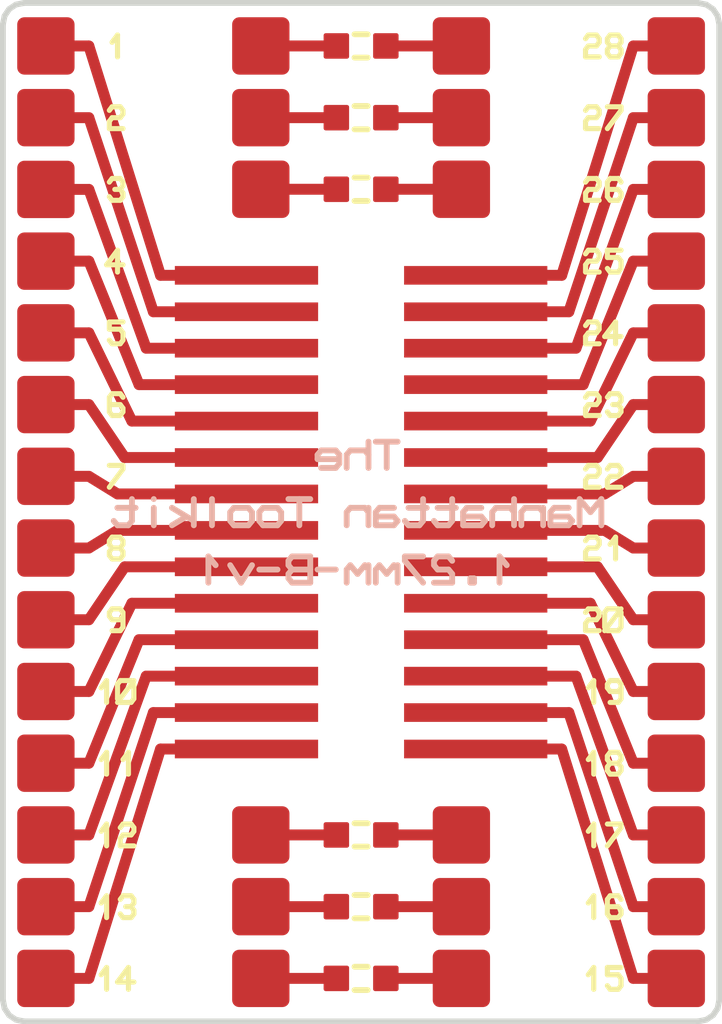
<source format=kicad_pcb>
(kicad_pcb (version 4) (generator "gerbview") (generator_version "8.0")

  (layers 
    (0 F.Cu signal)
    (31 B.Cu signal)
    (32 B.Adhes user)
    (33 F.Adhes user)
    (34 B.Paste user)
    (35 F.Paste user)
    (36 B.SilkS user)
    (37 F.SilkS user)
    (38 B.Mask user)
    (39 F.Mask user)
    (40 Dwgs.User user)
    (41 Cmts.User user)
    (42 Eco1.User user)
    (43 Eco2.User user)
    (44 Edge.Cuts user)
  )

(gr_line (start 0 -0.75) (end 0 -34.75) (layer Edge.Cuts) (width 0.2032))
(gr_line (start 0.75 -35.5) (end 24.25 -35.5) (layer Edge.Cuts) (width 0.2032))
(gr_line (start 25 -34.75) (end 25 -0.75) (layer Edge.Cuts) (width 0.2032))
(gr_line (start 24.25 0) (end 0.75 0) (layer Edge.Cuts) (width 0.2032))
(gr_line (start 0 -0.75) (end 0.05786 -0.45483) (layer Edge.Cuts) (width 0.2032))
(gr_line (start 0.05786 -0.45483) (end 0.2168 -0.2168) (layer Edge.Cuts) (width 0.2032))
(gr_line (start 0.2168 -0.2168) (end 0.45483 -0.05786) (layer Edge.Cuts) (width 0.2032))
(gr_line (start 0.45483 -0.05786) (end 0.75 0) (layer Edge.Cuts) (width 0.2032))
(gr_line (start 25 -0.75) (end 24.94214 -0.45483) (layer Edge.Cuts) (width 0.2032))
(gr_line (start 24.94214 -0.45483) (end 24.7832 -0.2168) (layer Edge.Cuts) (width 0.2032))
(gr_line (start 24.7832 -0.2168) (end 24.54516 -0.05786) (layer Edge.Cuts) (width 0.2032))
(gr_line (start 24.54516 -0.05786) (end 24.25 0) (layer Edge.Cuts) (width 0.2032))
(gr_line (start 24.25 -35.5) (end 24.54516 -35.44214) (layer Edge.Cuts) (width 0.2032))
(gr_line (start 24.54516 -35.44214) (end 24.7832 -35.2832) (layer Edge.Cuts) (width 0.2032))
(gr_line (start 24.7832 -35.2832) (end 24.94214 -35.04516) (layer Edge.Cuts) (width 0.2032))
(gr_line (start 24.94214 -35.04516) (end 25 -34.75) (layer Edge.Cuts) (width 0.2032))
(gr_line (start 0.75 -35.5) (end 0.45483 -35.44214) (layer Edge.Cuts) (width 0.2032))
(gr_line (start 0.45483 -35.44214) (end 0.2168 -35.2832) (layer Edge.Cuts) (width 0.2032))
(gr_line (start 0.2168 -35.2832) (end 0.05786 -35.04516) (layer Edge.Cuts) (width 0.2032))
(gr_line (start 0.05786 -35.04516) (end 0 -34.75) (layer Edge.Cuts) (width 0.2032))
(gr_line (start 12.2715 -34.4064) (end 12.7287 -34.4064) (layer F.SilkS) (width 0.2032))
(gr_line (start 12.2715 -33.5936) (end 12.7287 -33.5936) (layer F.SilkS) (width 0.2032))
(gr_line (start 12.2715 -31.9064) (end 12.7287 -31.9064) (layer F.SilkS) (width 0.2032))
(gr_line (start 12.2715 -31.0936) (end 12.7287 -31.0936) (layer F.SilkS) (width 0.2032))
(gr_line (start 12.2715 -4.4064) (end 12.7287 -4.4064) (layer F.SilkS) (width 0.2032))
(gr_line (start 12.2715 -3.5936) (end 12.7287 -3.5936) (layer F.SilkS) (width 0.2032))
(gr_line (start 12.2715 -1.9064) (end 12.7287 -1.9064) (layer F.SilkS) (width 0.2032))
(gr_line (start 12.2715 -1.0936) (end 12.7287 -1.0936) (layer F.SilkS) (width 0.2032))
(gr_line (start 20.4285 -1.627) (end 20.619 -1.881) (layer F.SilkS) (width 0.1778))
(gr_line (start 20.619 -1.881) (end 20.619 -1.119) (layer F.SilkS) (width 0.1778))
(gr_line (start 21.5715 -1.881) (end 21.09525 -1.881) (layer F.SilkS) (width 0.1778))
(gr_line (start 21.09525 -1.881) (end 21.09525 -1.627) (layer F.SilkS) (width 0.1778))
(gr_line (start 21.09525 -1.627) (end 21.47625 -1.627) (layer F.SilkS) (width 0.1778))
(gr_line (start 21.47625 -1.627) (end 21.5715 -1.5) (layer F.SilkS) (width 0.1778))
(gr_line (start 21.5715 -1.5) (end 21.5715 -1.246) (layer F.SilkS) (width 0.1778))
(gr_line (start 21.5715 -1.246) (end 21.47625 -1.119) (layer F.SilkS) (width 0.1778))
(gr_line (start 21.47625 -1.119) (end 21.1905 -1.119) (layer F.SilkS) (width 0.1778))
(gr_line (start 21.1905 -1.119) (end 21.09525 -1.246) (layer F.SilkS) (width 0.1778))
(gr_line (start 3.4285 -1.627) (end 3.619 -1.881) (layer F.SilkS) (width 0.1778))
(gr_line (start 3.619 -1.881) (end 3.619 -1.119) (layer F.SilkS) (width 0.1778))
(gr_line (start 4.5715 -1.373) (end 4 -1.373) (layer F.SilkS) (width 0.1778))
(gr_line (start 4 -1.373) (end 4.381 -1.881) (layer F.SilkS) (width 0.1778))
(gr_line (start 4.381 -1.881) (end 4.381 -1.119) (layer F.SilkS) (width 0.1778))
(gr_line (start 20.4285 -4.127) (end 20.619 -4.381) (layer F.SilkS) (width 0.1778))
(gr_line (start 20.619 -4.381) (end 20.619 -3.619) (layer F.SilkS) (width 0.1778))
(gr_line (start 21.5715 -4.254) (end 21.47625 -4.381) (layer F.SilkS) (width 0.1778))
(gr_line (start 21.47625 -4.381) (end 21.1905 -4.381) (layer F.SilkS) (width 0.1778))
(gr_line (start 21.1905 -4.381) (end 21.09525 -4.254) (layer F.SilkS) (width 0.1778))
(gr_line (start 21.09525 -4.254) (end 21.09525 -3.746) (layer F.SilkS) (width 0.1778))
(gr_line (start 21.09525 -3.746) (end 21.1905 -3.619) (layer F.SilkS) (width 0.1778))
(gr_line (start 21.1905 -3.619) (end 21.47625 -3.619) (layer F.SilkS) (width 0.1778))
(gr_line (start 21.47625 -3.619) (end 21.5715 -3.746) (layer F.SilkS) (width 0.1778))
(gr_line (start 21.5715 -3.746) (end 21.5715 -3.873) (layer F.SilkS) (width 0.1778))
(gr_line (start 21.5715 -3.873) (end 21.47625 -4) (layer F.SilkS) (width 0.1778))
(gr_line (start 21.47625 -4) (end 21.09525 -4) (layer F.SilkS) (width 0.1778))
(gr_line (start 20.4285 -6.627) (end 20.619 -6.881) (layer F.SilkS) (width 0.1778))
(gr_line (start 20.619 -6.881) (end 20.619 -6.119) (layer F.SilkS) (width 0.1778))
(gr_line (start 21.09525 -6.881) (end 21.5715 -6.881) (layer F.SilkS) (width 0.1778))
(gr_line (start 21.5715 -6.881) (end 21.5715 -6.754) (layer F.SilkS) (width 0.1778))
(gr_line (start 21.5715 -6.754) (end 21.09525 -6.119) (layer F.SilkS) (width 0.1778))
(gr_line (start 20.4285 -9.127) (end 20.619 -9.381) (layer F.SilkS) (width 0.1778))
(gr_line (start 20.619 -9.381) (end 20.619 -8.619) (layer F.SilkS) (width 0.1778))
(gr_line (start 21.1905 -9) (end 21.09525 -9.127) (layer F.SilkS) (width 0.1778))
(gr_line (start 21.09525 -9.127) (end 21.09525 -9.254) (layer F.SilkS) (width 0.1778))
(gr_line (start 21.09525 -9.254) (end 21.1905 -9.381) (layer F.SilkS) (width 0.1778))
(gr_line (start 21.1905 -9.381) (end 21.47625 -9.381) (layer F.SilkS) (width 0.1778))
(gr_line (start 21.47625 -9.381) (end 21.5715 -9.254) (layer F.SilkS) (width 0.1778))
(gr_line (start 21.5715 -9.254) (end 21.5715 -9.127) (layer F.SilkS) (width 0.1778))
(gr_line (start 21.5715 -9.127) (end 21.47625 -9) (layer F.SilkS) (width 0.1778))
(gr_line (start 21.47625 -9) (end 21.1905 -9) (layer F.SilkS) (width 0.1778))
(gr_line (start 21.1905 -9) (end 21.09525 -8.873) (layer F.SilkS) (width 0.1778))
(gr_line (start 21.09525 -8.873) (end 21.09525 -8.746) (layer F.SilkS) (width 0.1778))
(gr_line (start 21.09525 -8.746) (end 21.1905 -8.619) (layer F.SilkS) (width 0.1778))
(gr_line (start 21.1905 -8.619) (end 21.47625 -8.619) (layer F.SilkS) (width 0.1778))
(gr_line (start 21.47625 -8.619) (end 21.5715 -8.746) (layer F.SilkS) (width 0.1778))
(gr_line (start 21.5715 -8.746) (end 21.5715 -8.873) (layer F.SilkS) (width 0.1778))
(gr_line (start 21.5715 -8.873) (end 21.47625 -9) (layer F.SilkS) (width 0.1778))
(gr_line (start 20.4285 -11.627) (end 20.619 -11.881) (layer F.SilkS) (width 0.1778))
(gr_line (start 20.619 -11.881) (end 20.619 -11.119) (layer F.SilkS) (width 0.1778))
(gr_line (start 21.5715 -11.627) (end 21.47625 -11.5) (layer F.SilkS) (width 0.1778))
(gr_line (start 21.47625 -11.5) (end 21.1905 -11.5) (layer F.SilkS) (width 0.1778))
(gr_line (start 21.1905 -11.5) (end 21.09525 -11.627) (layer F.SilkS) (width 0.1778))
(gr_line (start 21.09525 -11.627) (end 21.09525 -11.754) (layer F.SilkS) (width 0.1778))
(gr_line (start 21.09525 -11.754) (end 21.1905 -11.881) (layer F.SilkS) (width 0.1778))
(gr_line (start 21.1905 -11.881) (end 21.47625 -11.881) (layer F.SilkS) (width 0.1778))
(gr_line (start 21.47625 -11.881) (end 21.5715 -11.754) (layer F.SilkS) (width 0.1778))
(gr_line (start 21.5715 -11.754) (end 21.5715 -11.246) (layer F.SilkS) (width 0.1778))
(gr_line (start 21.5715 -11.246) (end 21.47625 -11.119) (layer F.SilkS) (width 0.1778))
(gr_line (start 21.47625 -11.119) (end 21.1905 -11.119) (layer F.SilkS) (width 0.1778))
(gr_line (start 20.33325 -14.254) (end 20.4285 -14.381) (layer F.SilkS) (width 0.1778))
(gr_line (start 20.4285 -14.381) (end 20.71425 -14.381) (layer F.SilkS) (width 0.1778))
(gr_line (start 20.71425 -14.381) (end 20.8095 -14.254) (layer F.SilkS) (width 0.1778))
(gr_line (start 20.8095 -14.254) (end 20.8095 -14.127) (layer F.SilkS) (width 0.1778))
(gr_line (start 20.8095 -14.127) (end 20.71425 -14) (layer F.SilkS) (width 0.1778))
(gr_line (start 20.71425 -14) (end 20.4285 -14) (layer F.SilkS) (width 0.1778))
(gr_line (start 20.4285 -14) (end 20.33325 -13.873) (layer F.SilkS) (width 0.1778))
(gr_line (start 20.33325 -13.873) (end 20.33325 -13.619) (layer F.SilkS) (width 0.1778))
(gr_line (start 20.33325 -13.619) (end 20.8095 -13.619) (layer F.SilkS) (width 0.1778))
(gr_line (start 21 -13.746) (end 21 -14.254) (layer F.SilkS) (width 0.1778))
(gr_line (start 21 -14.254) (end 21.09525 -14.381) (layer F.SilkS) (width 0.1778))
(gr_line (start 21.09525 -14.381) (end 21.47625 -14.381) (layer F.SilkS) (width 0.1778))
(gr_line (start 21.47625 -14.381) (end 21.5715 -14.254) (layer F.SilkS) (width 0.1778))
(gr_line (start 21.5715 -14.254) (end 21.5715 -13.746) (layer F.SilkS) (width 0.1778))
(gr_line (start 21.5715 -13.746) (end 21.47625 -13.619) (layer F.SilkS) (width 0.1778))
(gr_line (start 21.47625 -13.619) (end 21.09525 -13.619) (layer F.SilkS) (width 0.1778))
(gr_line (start 21.09525 -13.619) (end 21 -13.746) (layer F.SilkS) (width 0.1778))
(gr_line (start 21 -13.619) (end 21.5715 -14.381) (layer F.SilkS) (width 0.1778))
(gr_line (start 20.33325 -16.754) (end 20.4285 -16.881) (layer F.SilkS) (width 0.1778))
(gr_line (start 20.4285 -16.881) (end 20.71425 -16.881) (layer F.SilkS) (width 0.1778))
(gr_line (start 20.71425 -16.881) (end 20.8095 -16.754) (layer F.SilkS) (width 0.1778))
(gr_line (start 20.8095 -16.754) (end 20.8095 -16.627) (layer F.SilkS) (width 0.1778))
(gr_line (start 20.8095 -16.627) (end 20.71425 -16.5) (layer F.SilkS) (width 0.1778))
(gr_line (start 20.71425 -16.5) (end 20.4285 -16.5) (layer F.SilkS) (width 0.1778))
(gr_line (start 20.4285 -16.5) (end 20.33325 -16.373) (layer F.SilkS) (width 0.1778))
(gr_line (start 20.33325 -16.373) (end 20.33325 -16.119) (layer F.SilkS) (width 0.1778))
(gr_line (start 20.33325 -16.119) (end 20.8095 -16.119) (layer F.SilkS) (width 0.1778))
(gr_line (start 21.1905 -16.627) (end 21.381 -16.881) (layer F.SilkS) (width 0.1778))
(gr_line (start 21.381 -16.881) (end 21.381 -16.119) (layer F.SilkS) (width 0.1778))
(gr_line (start 20.33325 -19.254) (end 20.4285 -19.381) (layer F.SilkS) (width 0.1778))
(gr_line (start 20.4285 -19.381) (end 20.71425 -19.381) (layer F.SilkS) (width 0.1778))
(gr_line (start 20.71425 -19.381) (end 20.8095 -19.254) (layer F.SilkS) (width 0.1778))
(gr_line (start 20.8095 -19.254) (end 20.8095 -19.127) (layer F.SilkS) (width 0.1778))
(gr_line (start 20.8095 -19.127) (end 20.71425 -19) (layer F.SilkS) (width 0.1778))
(gr_line (start 20.71425 -19) (end 20.4285 -19) (layer F.SilkS) (width 0.1778))
(gr_line (start 20.4285 -19) (end 20.33325 -18.873) (layer F.SilkS) (width 0.1778))
(gr_line (start 20.33325 -18.873) (end 20.33325 -18.619) (layer F.SilkS) (width 0.1778))
(gr_line (start 20.33325 -18.619) (end 20.8095 -18.619) (layer F.SilkS) (width 0.1778))
(gr_line (start 21.09525 -19.254) (end 21.1905 -19.381) (layer F.SilkS) (width 0.1778))
(gr_line (start 21.1905 -19.381) (end 21.47625 -19.381) (layer F.SilkS) (width 0.1778))
(gr_line (start 21.47625 -19.381) (end 21.5715 -19.254) (layer F.SilkS) (width 0.1778))
(gr_line (start 21.5715 -19.254) (end 21.5715 -19.127) (layer F.SilkS) (width 0.1778))
(gr_line (start 21.5715 -19.127) (end 21.47625 -19) (layer F.SilkS) (width 0.1778))
(gr_line (start 21.47625 -19) (end 21.1905 -19) (layer F.SilkS) (width 0.1778))
(gr_line (start 21.1905 -19) (end 21.09525 -18.873) (layer F.SilkS) (width 0.1778))
(gr_line (start 21.09525 -18.873) (end 21.09525 -18.619) (layer F.SilkS) (width 0.1778))
(gr_line (start 21.09525 -18.619) (end 21.5715 -18.619) (layer F.SilkS) (width 0.1778))
(gr_line (start 20.33325 -21.754) (end 20.4285 -21.881) (layer F.SilkS) (width 0.1778))
(gr_line (start 20.4285 -21.881) (end 20.71425 -21.881) (layer F.SilkS) (width 0.1778))
(gr_line (start 20.71425 -21.881) (end 20.8095 -21.754) (layer F.SilkS) (width 0.1778))
(gr_line (start 20.8095 -21.754) (end 20.8095 -21.627) (layer F.SilkS) (width 0.1778))
(gr_line (start 20.8095 -21.627) (end 20.71425 -21.5) (layer F.SilkS) (width 0.1778))
(gr_line (start 20.71425 -21.5) (end 20.4285 -21.5) (layer F.SilkS) (width 0.1778))
(gr_line (start 20.4285 -21.5) (end 20.33325 -21.373) (layer F.SilkS) (width 0.1778))
(gr_line (start 20.33325 -21.373) (end 20.33325 -21.119) (layer F.SilkS) (width 0.1778))
(gr_line (start 20.33325 -21.119) (end 20.8095 -21.119) (layer F.SilkS) (width 0.1778))
(gr_line (start 21.09525 -21.754) (end 21.1905 -21.881) (layer F.SilkS) (width 0.1778))
(gr_line (start 21.1905 -21.881) (end 21.47625 -21.881) (layer F.SilkS) (width 0.1778))
(gr_line (start 21.47625 -21.881) (end 21.5715 -21.754) (layer F.SilkS) (width 0.1778))
(gr_line (start 21.5715 -21.754) (end 21.5715 -21.627) (layer F.SilkS) (width 0.1778))
(gr_line (start 21.5715 -21.627) (end 21.47625 -21.5) (layer F.SilkS) (width 0.1778))
(gr_line (start 21.47625 -21.5) (end 21.5715 -21.373) (layer F.SilkS) (width 0.1778))
(gr_line (start 21.5715 -21.373) (end 21.5715 -21.246) (layer F.SilkS) (width 0.1778))
(gr_line (start 21.5715 -21.246) (end 21.47625 -21.119) (layer F.SilkS) (width 0.1778))
(gr_line (start 21.47625 -21.119) (end 21.1905 -21.119) (layer F.SilkS) (width 0.1778))
(gr_line (start 21.1905 -21.119) (end 21.09525 -21.246) (layer F.SilkS) (width 0.1778))
(gr_line (start 21.28575 -21.5) (end 21.47625 -21.5) (layer F.SilkS) (width 0.1778))
(gr_line (start 20.33325 -24.254) (end 20.4285 -24.381) (layer F.SilkS) (width 0.1778))
(gr_line (start 20.4285 -24.381) (end 20.71425 -24.381) (layer F.SilkS) (width 0.1778))
(gr_line (start 20.71425 -24.381) (end 20.8095 -24.254) (layer F.SilkS) (width 0.1778))
(gr_line (start 20.8095 -24.254) (end 20.8095 -24.127) (layer F.SilkS) (width 0.1778))
(gr_line (start 20.8095 -24.127) (end 20.71425 -24) (layer F.SilkS) (width 0.1778))
(gr_line (start 20.71425 -24) (end 20.4285 -24) (layer F.SilkS) (width 0.1778))
(gr_line (start 20.4285 -24) (end 20.33325 -23.873) (layer F.SilkS) (width 0.1778))
(gr_line (start 20.33325 -23.873) (end 20.33325 -23.619) (layer F.SilkS) (width 0.1778))
(gr_line (start 20.33325 -23.619) (end 20.8095 -23.619) (layer F.SilkS) (width 0.1778))
(gr_line (start 21.5715 -23.873) (end 21 -23.873) (layer F.SilkS) (width 0.1778))
(gr_line (start 21 -23.873) (end 21.381 -24.381) (layer F.SilkS) (width 0.1778))
(gr_line (start 21.381 -24.381) (end 21.381 -23.619) (layer F.SilkS) (width 0.1778))
(gr_line (start 20.33325 -26.754) (end 20.4285 -26.881) (layer F.SilkS) (width 0.1778))
(gr_line (start 20.4285 -26.881) (end 20.71425 -26.881) (layer F.SilkS) (width 0.1778))
(gr_line (start 20.71425 -26.881) (end 20.8095 -26.754) (layer F.SilkS) (width 0.1778))
(gr_line (start 20.8095 -26.754) (end 20.8095 -26.627) (layer F.SilkS) (width 0.1778))
(gr_line (start 20.8095 -26.627) (end 20.71425 -26.5) (layer F.SilkS) (width 0.1778))
(gr_line (start 20.71425 -26.5) (end 20.4285 -26.5) (layer F.SilkS) (width 0.1778))
(gr_line (start 20.4285 -26.5) (end 20.33325 -26.373) (layer F.SilkS) (width 0.1778))
(gr_line (start 20.33325 -26.373) (end 20.33325 -26.119) (layer F.SilkS) (width 0.1778))
(gr_line (start 20.33325 -26.119) (end 20.8095 -26.119) (layer F.SilkS) (width 0.1778))
(gr_line (start 21.5715 -26.881) (end 21.09525 -26.881) (layer F.SilkS) (width 0.1778))
(gr_line (start 21.09525 -26.881) (end 21.09525 -26.627) (layer F.SilkS) (width 0.1778))
(gr_line (start 21.09525 -26.627) (end 21.47625 -26.627) (layer F.SilkS) (width 0.1778))
(gr_line (start 21.47625 -26.627) (end 21.5715 -26.5) (layer F.SilkS) (width 0.1778))
(gr_line (start 21.5715 -26.5) (end 21.5715 -26.246) (layer F.SilkS) (width 0.1778))
(gr_line (start 21.5715 -26.246) (end 21.47625 -26.119) (layer F.SilkS) (width 0.1778))
(gr_line (start 21.47625 -26.119) (end 21.1905 -26.119) (layer F.SilkS) (width 0.1778))
(gr_line (start 21.1905 -26.119) (end 21.09525 -26.246) (layer F.SilkS) (width 0.1778))
(gr_line (start 20.33325 -29.254) (end 20.4285 -29.381) (layer F.SilkS) (width 0.1778))
(gr_line (start 20.4285 -29.381) (end 20.71425 -29.381) (layer F.SilkS) (width 0.1778))
(gr_line (start 20.71425 -29.381) (end 20.8095 -29.254) (layer F.SilkS) (width 0.1778))
(gr_line (start 20.8095 -29.254) (end 20.8095 -29.127) (layer F.SilkS) (width 0.1778))
(gr_line (start 20.8095 -29.127) (end 20.71425 -29) (layer F.SilkS) (width 0.1778))
(gr_line (start 20.71425 -29) (end 20.4285 -29) (layer F.SilkS) (width 0.1778))
(gr_line (start 20.4285 -29) (end 20.33325 -28.873) (layer F.SilkS) (width 0.1778))
(gr_line (start 20.33325 -28.873) (end 20.33325 -28.619) (layer F.SilkS) (width 0.1778))
(gr_line (start 20.33325 -28.619) (end 20.8095 -28.619) (layer F.SilkS) (width 0.1778))
(gr_line (start 21.5715 -29.254) (end 21.47625 -29.381) (layer F.SilkS) (width 0.1778))
(gr_line (start 21.47625 -29.381) (end 21.1905 -29.381) (layer F.SilkS) (width 0.1778))
(gr_line (start 21.1905 -29.381) (end 21.09525 -29.254) (layer F.SilkS) (width 0.1778))
(gr_line (start 21.09525 -29.254) (end 21.09525 -28.746) (layer F.SilkS) (width 0.1778))
(gr_line (start 21.09525 -28.746) (end 21.1905 -28.619) (layer F.SilkS) (width 0.1778))
(gr_line (start 21.1905 -28.619) (end 21.47625 -28.619) (layer F.SilkS) (width 0.1778))
(gr_line (start 21.47625 -28.619) (end 21.5715 -28.746) (layer F.SilkS) (width 0.1778))
(gr_line (start 21.5715 -28.746) (end 21.5715 -28.873) (layer F.SilkS) (width 0.1778))
(gr_line (start 21.5715 -28.873) (end 21.47625 -29) (layer F.SilkS) (width 0.1778))
(gr_line (start 21.47625 -29) (end 21.09525 -29) (layer F.SilkS) (width 0.1778))
(gr_line (start 20.33325 -31.754) (end 20.4285 -31.881) (layer F.SilkS) (width 0.1778))
(gr_line (start 20.4285 -31.881) (end 20.71425 -31.881) (layer F.SilkS) (width 0.1778))
(gr_line (start 20.71425 -31.881) (end 20.8095 -31.754) (layer F.SilkS) (width 0.1778))
(gr_line (start 20.8095 -31.754) (end 20.8095 -31.627) (layer F.SilkS) (width 0.1778))
(gr_line (start 20.8095 -31.627) (end 20.71425 -31.5) (layer F.SilkS) (width 0.1778))
(gr_line (start 20.71425 -31.5) (end 20.4285 -31.5) (layer F.SilkS) (width 0.1778))
(gr_line (start 20.4285 -31.5) (end 20.33325 -31.373) (layer F.SilkS) (width 0.1778))
(gr_line (start 20.33325 -31.373) (end 20.33325 -31.119) (layer F.SilkS) (width 0.1778))
(gr_line (start 20.33325 -31.119) (end 20.8095 -31.119) (layer F.SilkS) (width 0.1778))
(gr_line (start 21.09525 -31.881) (end 21.5715 -31.881) (layer F.SilkS) (width 0.1778))
(gr_line (start 21.5715 -31.881) (end 21.5715 -31.754) (layer F.SilkS) (width 0.1778))
(gr_line (start 21.5715 -31.754) (end 21.09525 -31.119) (layer F.SilkS) (width 0.1778))
(gr_line (start 20.33325 -34.254) (end 20.4285 -34.381) (layer F.SilkS) (width 0.1778))
(gr_line (start 20.4285 -34.381) (end 20.71425 -34.381) (layer F.SilkS) (width 0.1778))
(gr_line (start 20.71425 -34.381) (end 20.8095 -34.254) (layer F.SilkS) (width 0.1778))
(gr_line (start 20.8095 -34.254) (end 20.8095 -34.127) (layer F.SilkS) (width 0.1778))
(gr_line (start 20.8095 -34.127) (end 20.71425 -34) (layer F.SilkS) (width 0.1778))
(gr_line (start 20.71425 -34) (end 20.4285 -34) (layer F.SilkS) (width 0.1778))
(gr_line (start 20.4285 -34) (end 20.33325 -33.873) (layer F.SilkS) (width 0.1778))
(gr_line (start 20.33325 -33.873) (end 20.33325 -33.619) (layer F.SilkS) (width 0.1778))
(gr_line (start 20.33325 -33.619) (end 20.8095 -33.619) (layer F.SilkS) (width 0.1778))
(gr_line (start 21.1905 -34) (end 21.09525 -34.127) (layer F.SilkS) (width 0.1778))
(gr_line (start 21.09525 -34.127) (end 21.09525 -34.254) (layer F.SilkS) (width 0.1778))
(gr_line (start 21.09525 -34.254) (end 21.1905 -34.381) (layer F.SilkS) (width 0.1778))
(gr_line (start 21.1905 -34.381) (end 21.47625 -34.381) (layer F.SilkS) (width 0.1778))
(gr_line (start 21.47625 -34.381) (end 21.5715 -34.254) (layer F.SilkS) (width 0.1778))
(gr_line (start 21.5715 -34.254) (end 21.5715 -34.127) (layer F.SilkS) (width 0.1778))
(gr_line (start 21.5715 -34.127) (end 21.47625 -34) (layer F.SilkS) (width 0.1778))
(gr_line (start 21.47625 -34) (end 21.1905 -34) (layer F.SilkS) (width 0.1778))
(gr_line (start 21.1905 -34) (end 21.09525 -33.873) (layer F.SilkS) (width 0.1778))
(gr_line (start 21.09525 -33.873) (end 21.09525 -33.746) (layer F.SilkS) (width 0.1778))
(gr_line (start 21.09525 -33.746) (end 21.1905 -33.619) (layer F.SilkS) (width 0.1778))
(gr_line (start 21.1905 -33.619) (end 21.47625 -33.619) (layer F.SilkS) (width 0.1778))
(gr_line (start 21.47625 -33.619) (end 21.5715 -33.746) (layer F.SilkS) (width 0.1778))
(gr_line (start 21.5715 -33.746) (end 21.5715 -33.873) (layer F.SilkS) (width 0.1778))
(gr_line (start 21.5715 -33.873) (end 21.47625 -34) (layer F.SilkS) (width 0.1778))
(gr_line (start 3.4285 -4.127) (end 3.619 -4.381) (layer F.SilkS) (width 0.1778))
(gr_line (start 3.619 -4.381) (end 3.619 -3.619) (layer F.SilkS) (width 0.1778))
(gr_line (start 4.09525 -4.254) (end 4.1905 -4.381) (layer F.SilkS) (width 0.1778))
(gr_line (start 4.1905 -4.381) (end 4.47625 -4.381) (layer F.SilkS) (width 0.1778))
(gr_line (start 4.47625 -4.381) (end 4.5715 -4.254) (layer F.SilkS) (width 0.1778))
(gr_line (start 4.5715 -4.254) (end 4.5715 -4.127) (layer F.SilkS) (width 0.1778))
(gr_line (start 4.5715 -4.127) (end 4.47625 -4) (layer F.SilkS) (width 0.1778))
(gr_line (start 4.47625 -4) (end 4.5715 -3.873) (layer F.SilkS) (width 0.1778))
(gr_line (start 4.5715 -3.873) (end 4.5715 -3.746) (layer F.SilkS) (width 0.1778))
(gr_line (start 4.5715 -3.746) (end 4.47625 -3.619) (layer F.SilkS) (width 0.1778))
(gr_line (start 4.47625 -3.619) (end 4.1905 -3.619) (layer F.SilkS) (width 0.1778))
(gr_line (start 4.1905 -3.619) (end 4.09525 -3.746) (layer F.SilkS) (width 0.1778))
(gr_line (start 4.28575 -4) (end 4.47625 -4) (layer F.SilkS) (width 0.1778))
(gr_line (start 3.4285 -6.627) (end 3.619 -6.881) (layer F.SilkS) (width 0.1778))
(gr_line (start 3.619 -6.881) (end 3.619 -6.119) (layer F.SilkS) (width 0.1778))
(gr_line (start 4.09525 -6.754) (end 4.1905 -6.881) (layer F.SilkS) (width 0.1778))
(gr_line (start 4.1905 -6.881) (end 4.47625 -6.881) (layer F.SilkS) (width 0.1778))
(gr_line (start 4.47625 -6.881) (end 4.5715 -6.754) (layer F.SilkS) (width 0.1778))
(gr_line (start 4.5715 -6.754) (end 4.5715 -6.627) (layer F.SilkS) (width 0.1778))
(gr_line (start 4.5715 -6.627) (end 4.47625 -6.5) (layer F.SilkS) (width 0.1778))
(gr_line (start 4.47625 -6.5) (end 4.1905 -6.5) (layer F.SilkS) (width 0.1778))
(gr_line (start 4.1905 -6.5) (end 4.09525 -6.373) (layer F.SilkS) (width 0.1778))
(gr_line (start 4.09525 -6.373) (end 4.09525 -6.119) (layer F.SilkS) (width 0.1778))
(gr_line (start 4.09525 -6.119) (end 4.5715 -6.119) (layer F.SilkS) (width 0.1778))
(gr_line (start 3.4285 -9.127) (end 3.619 -9.381) (layer F.SilkS) (width 0.1778))
(gr_line (start 3.619 -9.381) (end 3.619 -8.619) (layer F.SilkS) (width 0.1778))
(gr_line (start 4.1905 -9.127) (end 4.381 -9.381) (layer F.SilkS) (width 0.1778))
(gr_line (start 4.381 -9.381) (end 4.381 -8.619) (layer F.SilkS) (width 0.1778))
(gr_line (start 3.4285 -11.627) (end 3.619 -11.881) (layer F.SilkS) (width 0.1778))
(gr_line (start 3.619 -11.881) (end 3.619 -11.119) (layer F.SilkS) (width 0.1778))
(gr_line (start 4 -11.246) (end 4 -11.754) (layer F.SilkS) (width 0.1778))
(gr_line (start 4 -11.754) (end 4.09525 -11.881) (layer F.SilkS) (width 0.1778))
(gr_line (start 4.09525 -11.881) (end 4.47625 -11.881) (layer F.SilkS) (width 0.1778))
(gr_line (start 4.47625 -11.881) (end 4.5715 -11.754) (layer F.SilkS) (width 0.1778))
(gr_line (start 4.5715 -11.754) (end 4.5715 -11.246) (layer F.SilkS) (width 0.1778))
(gr_line (start 4.5715 -11.246) (end 4.47625 -11.119) (layer F.SilkS) (width 0.1778))
(gr_line (start 4.47625 -11.119) (end 4.09525 -11.119) (layer F.SilkS) (width 0.1778))
(gr_line (start 4.09525 -11.119) (end 4 -11.246) (layer F.SilkS) (width 0.1778))
(gr_line (start 4 -11.119) (end 4.5715 -11.881) (layer F.SilkS) (width 0.1778))
(gr_line (start 4.1905 -14.127) (end 4.09525 -14) (layer F.SilkS) (width 0.1778))
(gr_line (start 4.09525 -14) (end 3.8095 -14) (layer F.SilkS) (width 0.1778))
(gr_line (start 3.8095 -14) (end 3.71425 -14.127) (layer F.SilkS) (width 0.1778))
(gr_line (start 3.71425 -14.127) (end 3.71425 -14.254) (layer F.SilkS) (width 0.1778))
(gr_line (start 3.71425 -14.254) (end 3.8095 -14.381) (layer F.SilkS) (width 0.1778))
(gr_line (start 3.8095 -14.381) (end 4.09525 -14.381) (layer F.SilkS) (width 0.1778))
(gr_line (start 4.09525 -14.381) (end 4.1905 -14.254) (layer F.SilkS) (width 0.1778))
(gr_line (start 4.1905 -14.254) (end 4.1905 -13.746) (layer F.SilkS) (width 0.1778))
(gr_line (start 4.1905 -13.746) (end 4.09525 -13.619) (layer F.SilkS) (width 0.1778))
(gr_line (start 4.09525 -13.619) (end 3.8095 -13.619) (layer F.SilkS) (width 0.1778))
(gr_line (start 3.8095 -16.5) (end 3.71425 -16.627) (layer F.SilkS) (width 0.1778))
(gr_line (start 3.71425 -16.627) (end 3.71425 -16.754) (layer F.SilkS) (width 0.1778))
(gr_line (start 3.71425 -16.754) (end 3.8095 -16.881) (layer F.SilkS) (width 0.1778))
(gr_line (start 3.8095 -16.881) (end 4.09525 -16.881) (layer F.SilkS) (width 0.1778))
(gr_line (start 4.09525 -16.881) (end 4.1905 -16.754) (layer F.SilkS) (width 0.1778))
(gr_line (start 4.1905 -16.754) (end 4.1905 -16.627) (layer F.SilkS) (width 0.1778))
(gr_line (start 4.1905 -16.627) (end 4.09525 -16.5) (layer F.SilkS) (width 0.1778))
(gr_line (start 4.09525 -16.5) (end 3.8095 -16.5) (layer F.SilkS) (width 0.1778))
(gr_line (start 3.8095 -16.5) (end 3.71425 -16.373) (layer F.SilkS) (width 0.1778))
(gr_line (start 3.71425 -16.373) (end 3.71425 -16.246) (layer F.SilkS) (width 0.1778))
(gr_line (start 3.71425 -16.246) (end 3.8095 -16.119) (layer F.SilkS) (width 0.1778))
(gr_line (start 3.8095 -16.119) (end 4.09525 -16.119) (layer F.SilkS) (width 0.1778))
(gr_line (start 4.09525 -16.119) (end 4.1905 -16.246) (layer F.SilkS) (width 0.1778))
(gr_line (start 4.1905 -16.246) (end 4.1905 -16.373) (layer F.SilkS) (width 0.1778))
(gr_line (start 4.1905 -16.373) (end 4.09525 -16.5) (layer F.SilkS) (width 0.1778))
(gr_line (start 3.71425 -19.381) (end 4.1905 -19.381) (layer F.SilkS) (width 0.1778))
(gr_line (start 4.1905 -19.381) (end 4.1905 -19.254) (layer F.SilkS) (width 0.1778))
(gr_line (start 4.1905 -19.254) (end 3.71425 -18.619) (layer F.SilkS) (width 0.1778))
(gr_line (start 4.1905 -21.754) (end 4.09525 -21.881) (layer F.SilkS) (width 0.1778))
(gr_line (start 4.09525 -21.881) (end 3.8095 -21.881) (layer F.SilkS) (width 0.1778))
(gr_line (start 3.8095 -21.881) (end 3.71425 -21.754) (layer F.SilkS) (width 0.1778))
(gr_line (start 3.71425 -21.754) (end 3.71425 -21.246) (layer F.SilkS) (width 0.1778))
(gr_line (start 3.71425 -21.246) (end 3.8095 -21.119) (layer F.SilkS) (width 0.1778))
(gr_line (start 3.8095 -21.119) (end 4.09525 -21.119) (layer F.SilkS) (width 0.1778))
(gr_line (start 4.09525 -21.119) (end 4.1905 -21.246) (layer F.SilkS) (width 0.1778))
(gr_line (start 4.1905 -21.246) (end 4.1905 -21.373) (layer F.SilkS) (width 0.1778))
(gr_line (start 4.1905 -21.373) (end 4.09525 -21.5) (layer F.SilkS) (width 0.1778))
(gr_line (start 4.09525 -21.5) (end 3.71425 -21.5) (layer F.SilkS) (width 0.1778))
(gr_line (start 4.1905 -24.381) (end 3.71425 -24.381) (layer F.SilkS) (width 0.1778))
(gr_line (start 3.71425 -24.381) (end 3.71425 -24.127) (layer F.SilkS) (width 0.1778))
(gr_line (start 3.71425 -24.127) (end 4.09525 -24.127) (layer F.SilkS) (width 0.1778))
(gr_line (start 4.09525 -24.127) (end 4.1905 -24) (layer F.SilkS) (width 0.1778))
(gr_line (start 4.1905 -24) (end 4.1905 -23.746) (layer F.SilkS) (width 0.1778))
(gr_line (start 4.1905 -23.746) (end 4.09525 -23.619) (layer F.SilkS) (width 0.1778))
(gr_line (start 4.09525 -23.619) (end 3.8095 -23.619) (layer F.SilkS) (width 0.1778))
(gr_line (start 3.8095 -23.619) (end 3.71425 -23.746) (layer F.SilkS) (width 0.1778))
(gr_line (start 4.1905 -26.373) (end 3.619 -26.373) (layer F.SilkS) (width 0.1778))
(gr_line (start 3.619 -26.373) (end 4 -26.881) (layer F.SilkS) (width 0.1778))
(gr_line (start 4 -26.881) (end 4 -26.119) (layer F.SilkS) (width 0.1778))
(gr_line (start 3.71425 -29.254) (end 3.8095 -29.381) (layer F.SilkS) (width 0.1778))
(gr_line (start 3.8095 -29.381) (end 4.09525 -29.381) (layer F.SilkS) (width 0.1778))
(gr_line (start 4.09525 -29.381) (end 4.1905 -29.254) (layer F.SilkS) (width 0.1778))
(gr_line (start 4.1905 -29.254) (end 4.1905 -29.127) (layer F.SilkS) (width 0.1778))
(gr_line (start 4.1905 -29.127) (end 4.09525 -29) (layer F.SilkS) (width 0.1778))
(gr_line (start 4.09525 -29) (end 4.1905 -28.873) (layer F.SilkS) (width 0.1778))
(gr_line (start 4.1905 -28.873) (end 4.1905 -28.746) (layer F.SilkS) (width 0.1778))
(gr_line (start 4.1905 -28.746) (end 4.09525 -28.619) (layer F.SilkS) (width 0.1778))
(gr_line (start 4.09525 -28.619) (end 3.8095 -28.619) (layer F.SilkS) (width 0.1778))
(gr_line (start 3.8095 -28.619) (end 3.71425 -28.746) (layer F.SilkS) (width 0.1778))
(gr_line (start 3.90475 -29) (end 4.09525 -29) (layer F.SilkS) (width 0.1778))
(gr_line (start 3.71425 -31.754) (end 3.8095 -31.881) (layer F.SilkS) (width 0.1778))
(gr_line (start 3.8095 -31.881) (end 4.09525 -31.881) (layer F.SilkS) (width 0.1778))
(gr_line (start 4.09525 -31.881) (end 4.1905 -31.754) (layer F.SilkS) (width 0.1778))
(gr_line (start 4.1905 -31.754) (end 4.1905 -31.627) (layer F.SilkS) (width 0.1778))
(gr_line (start 4.1905 -31.627) (end 4.09525 -31.5) (layer F.SilkS) (width 0.1778))
(gr_line (start 4.09525 -31.5) (end 3.8095 -31.5) (layer F.SilkS) (width 0.1778))
(gr_line (start 3.8095 -31.5) (end 3.71425 -31.373) (layer F.SilkS) (width 0.1778))
(gr_line (start 3.71425 -31.373) (end 3.71425 -31.119) (layer F.SilkS) (width 0.1778))
(gr_line (start 3.71425 -31.119) (end 4.1905 -31.119) (layer F.SilkS) (width 0.1778))
(gr_line (start 3.8095 -34.127) (end 4 -34.381) (layer F.SilkS) (width 0.1778))
(gr_line (start 4 -34.381) (end 4 -33.619) (layer F.SilkS) (width 0.1778))
(gr_line (start 12.2715 -29.4114) (end 12.7287 -29.4114) (layer F.SilkS) (width 0.2032))
(gr_line (start 12.2715 -28.5986) (end 12.7287 -28.5986) (layer F.SilkS) (width 0.2032))
(gr_line (start 12.2715 -6.9064) (end 12.7287 -6.9064) (layer F.SilkS) (width 0.2032))
(gr_line (start 12.2715 -6.0936) (end 12.7287 -6.0936) (layer F.SilkS) (width 0.2032))
(gr_poly (pts  (xy 2.30112 -23.00497) (xy 2.34839 -23.01929) (xy 2.3909 -23.04202)
 (xy 2.42773 -23.07227) (xy 2.45797 -23.1091) (xy 2.48071 -23.15161) (xy 2.49503 -23.19888)
 (xy 2.5 -23.25) (xy 2.5 -24.75) (xy 2.49503 -24.80112) (xy 2.48071 -24.84839)
 (xy 2.45797 -24.8909) (xy 2.42773 -24.92773) (xy 2.3909 -24.95798) (xy 2.34839 -24.98071)
 (xy 2.30112 -24.99503) (xy 2.25 -25) (xy 0.75 -25) (xy 0.69888 -24.99503)
 (xy 0.65161 -24.98071) (xy 0.6091 -24.95798) (xy 0.57227 -24.92773) (xy 0.54203 -24.8909)
 (xy 0.51929 -24.84839) (xy 0.50497 -24.80112) (xy 0.5 -24.75) (xy 0.5 -23.25)
 (xy 0.50497 -23.19888) (xy 0.51929 -23.15161) (xy 0.54203 -23.1091) (xy 0.57227 -23.07227)
 (xy 0.6091 -23.04202) (xy 0.65161 -23.01929) (xy 0.69888 -23.00497) (xy 0.75 -23)
 (xy 2.25 -23))(layer F.Mask) (width 0) )
(gr_poly (pts  (xy 2.30112 -20.50497) (xy 2.34839 -20.51929) (xy 2.3909 -20.54202)
 (xy 2.42773 -20.57227) (xy 2.45797 -20.6091) (xy 2.48071 -20.65161) (xy 2.49503 -20.69888)
 (xy 2.5 -20.75) (xy 2.5 -22.25) (xy 2.49503 -22.30112) (xy 2.48071 -22.34839)
 (xy 2.45797 -22.3909) (xy 2.42773 -22.42773) (xy 2.3909 -22.45798) (xy 2.34839 -22.48071)
 (xy 2.30112 -22.49503) (xy 2.25 -22.5) (xy 0.75 -22.5) (xy 0.69888 -22.49503)
 (xy 0.65161 -22.48071) (xy 0.6091 -22.45798) (xy 0.57227 -22.42773) (xy 0.54203 -22.3909)
 (xy 0.51929 -22.34839) (xy 0.50497 -22.30112) (xy 0.5 -22.25) (xy 0.5 -20.75)
 (xy 0.50497 -20.69888) (xy 0.51929 -20.65161) (xy 0.54203 -20.6091) (xy 0.57227 -20.57227)
 (xy 0.6091 -20.54202) (xy 0.65161 -20.51929) (xy 0.69888 -20.50497) (xy 0.75 -20.5)
 (xy 2.25 -20.5))(layer F.Mask) (width 0) )
(gr_poly (pts  (xy 2.30112 -18.00497) (xy 2.34839 -18.01929) (xy 2.3909 -18.04202)
 (xy 2.42773 -18.07227) (xy 2.45797 -18.1091) (xy 2.48071 -18.15161) (xy 2.49503 -18.19888)
 (xy 2.5 -18.25) (xy 2.5 -19.75) (xy 2.49503 -19.80112) (xy 2.48071 -19.84839)
 (xy 2.45797 -19.8909) (xy 2.42773 -19.92773) (xy 2.3909 -19.95798) (xy 2.34839 -19.98071)
 (xy 2.30112 -19.99503) (xy 2.25 -20) (xy 0.75 -20) (xy 0.69888 -19.99503)
 (xy 0.65161 -19.98071) (xy 0.6091 -19.95798) (xy 0.57227 -19.92773) (xy 0.54203 -19.8909)
 (xy 0.51929 -19.84839) (xy 0.50497 -19.80112) (xy 0.5 -19.75) (xy 0.5 -18.25)
 (xy 0.50497 -18.19888) (xy 0.51929 -18.15161) (xy 0.54203 -18.1091) (xy 0.57227 -18.07227)
 (xy 0.6091 -18.04202) (xy 0.65161 -18.01929) (xy 0.69888 -18.00497) (xy 0.75 -18)
 (xy 2.25 -18))(layer F.Mask) (width 0) )
(gr_poly (pts  (xy 2.30112 -15.50497) (xy 2.34839 -15.51929) (xy 2.3909 -15.54202)
 (xy 2.42773 -15.57227) (xy 2.45797 -15.6091) (xy 2.48071 -15.65161) (xy 2.49503 -15.69888)
 (xy 2.5 -15.75) (xy 2.5 -17.25) (xy 2.49503 -17.30112) (xy 2.48071 -17.34839)
 (xy 2.45797 -17.3909) (xy 2.42773 -17.42773) (xy 2.3909 -17.45798) (xy 2.34839 -17.48071)
 (xy 2.30112 -17.49503) (xy 2.25 -17.5) (xy 0.75 -17.5) (xy 0.69888 -17.49503)
 (xy 0.65161 -17.48071) (xy 0.6091 -17.45798) (xy 0.57227 -17.42773) (xy 0.54203 -17.3909)
 (xy 0.51929 -17.34839) (xy 0.50497 -17.30112) (xy 0.5 -17.25) (xy 0.5 -15.75)
 (xy 0.50497 -15.69888) (xy 0.51929 -15.65161) (xy 0.54203 -15.6091) (xy 0.57227 -15.57227)
 (xy 0.6091 -15.54202) (xy 0.65161 -15.51929) (xy 0.69888 -15.50497) (xy 0.75 -15.5)
 (xy 2.25 -15.5))(layer F.Mask) (width 0) )
(gr_poly (pts  (xy 24.30112 -15.50497) (xy 24.34839 -15.51929) (xy 24.3909 -15.54202)
 (xy 24.42773 -15.57227) (xy 24.45797 -15.6091) (xy 24.48071 -15.65161) (xy 24.49503 -15.69888)
 (xy 24.5 -15.75) (xy 24.5 -17.25) (xy 24.49503 -17.30112) (xy 24.48071 -17.34839)
 (xy 24.45797 -17.3909) (xy 24.42773 -17.42773) (xy 24.3909 -17.45798) (xy 24.34839 -17.48071)
 (xy 24.30112 -17.49503) (xy 24.25 -17.5) (xy 22.75 -17.5) (xy 22.69888 -17.49503)
 (xy 22.65161 -17.48071) (xy 22.6091 -17.45798) (xy 22.57227 -17.42773) (xy 22.54203 -17.3909)
 (xy 22.51929 -17.34839) (xy 22.50497 -17.30112) (xy 22.5 -17.25) (xy 22.5 -15.75)
 (xy 22.50497 -15.69888) (xy 22.51929 -15.65161) (xy 22.54203 -15.6091) (xy 22.57227 -15.57227)
 (xy 22.6091 -15.54202) (xy 22.65161 -15.51929) (xy 22.69888 -15.50497) (xy 22.75 -15.5)
 (xy 24.25 -15.5))(layer F.Mask) (width 0) )
(gr_poly (pts  (xy 24.30112 -18.00497) (xy 24.34839 -18.01929) (xy 24.3909 -18.04202)
 (xy 24.42773 -18.07227) (xy 24.45797 -18.1091) (xy 24.48071 -18.15161) (xy 24.49503 -18.19888)
 (xy 24.5 -18.25) (xy 24.5 -19.75) (xy 24.49503 -19.80112) (xy 24.48071 -19.84839)
 (xy 24.45797 -19.8909) (xy 24.42773 -19.92773) (xy 24.3909 -19.95798) (xy 24.34839 -19.98071)
 (xy 24.30112 -19.99503) (xy 24.25 -20) (xy 22.75 -20) (xy 22.69888 -19.99503)
 (xy 22.65161 -19.98071) (xy 22.6091 -19.95798) (xy 22.57227 -19.92773) (xy 22.54203 -19.8909)
 (xy 22.51929 -19.84839) (xy 22.50497 -19.80112) (xy 22.5 -19.75) (xy 22.5 -18.25)
 (xy 22.50497 -18.19888) (xy 22.51929 -18.15161) (xy 22.54203 -18.1091) (xy 22.57227 -18.07227)
 (xy 22.6091 -18.04202) (xy 22.65161 -18.01929) (xy 22.69888 -18.00497) (xy 22.75 -18)
 (xy 24.25 -18))(layer F.Mask) (width 0) )
(gr_poly (pts  (xy 24.30112 -20.50497) (xy 24.34839 -20.51929) (xy 24.3909 -20.54202)
 (xy 24.42773 -20.57227) (xy 24.45797 -20.6091) (xy 24.48071 -20.65161) (xy 24.49503 -20.69888)
 (xy 24.5 -20.75) (xy 24.5 -22.25) (xy 24.49503 -22.30112) (xy 24.48071 -22.34839)
 (xy 24.45797 -22.3909) (xy 24.42773 -22.42773) (xy 24.3909 -22.45798) (xy 24.34839 -22.48071)
 (xy 24.30112 -22.49503) (xy 24.25 -22.5) (xy 22.75 -22.5) (xy 22.69888 -22.49503)
 (xy 22.65161 -22.48071) (xy 22.6091 -22.45798) (xy 22.57227 -22.42773) (xy 22.54203 -22.3909)
 (xy 22.51929 -22.34839) (xy 22.50497 -22.30112) (xy 22.5 -22.25) (xy 22.5 -20.75)
 (xy 22.50497 -20.69888) (xy 22.51929 -20.65161) (xy 22.54203 -20.6091) (xy 22.57227 -20.57227)
 (xy 22.6091 -20.54202) (xy 22.65161 -20.51929) (xy 22.69888 -20.50497) (xy 22.75 -20.5)
 (xy 24.25 -20.5))(layer F.Mask) (width 0) )
(gr_poly (pts  (xy 24.30112 -23.00497) (xy 24.34839 -23.01929) (xy 24.3909 -23.04202)
 (xy 24.42773 -23.07227) (xy 24.45797 -23.1091) (xy 24.48071 -23.15161) (xy 24.49503 -23.19888)
 (xy 24.5 -23.25) (xy 24.5 -24.75) (xy 24.49503 -24.80112) (xy 24.48071 -24.84839)
 (xy 24.45797 -24.8909) (xy 24.42773 -24.92773) (xy 24.3909 -24.95798) (xy 24.34839 -24.98071)
 (xy 24.30112 -24.99503) (xy 24.25 -25) (xy 22.75 -25) (xy 22.69888 -24.99503)
 (xy 22.65161 -24.98071) (xy 22.6091 -24.95798) (xy 22.57227 -24.92773) (xy 22.54203 -24.8909)
 (xy 22.51929 -24.84839) (xy 22.50497 -24.80112) (xy 22.5 -24.75) (xy 22.5 -23.25)
 (xy 22.50497 -23.19888) (xy 22.51929 -23.15161) (xy 22.54203 -23.1091) (xy 22.57227 -23.07227)
 (xy 22.6091 -23.04202) (xy 22.65161 -23.01929) (xy 22.69888 -23.00497) (xy 22.75 -23)
 (xy 24.25 -23))(layer F.Mask) (width 0) )
(gr_poly (pts  (xy 2.30112 -33.00497) (xy 2.34839 -33.01929) (xy 2.3909 -33.04202)
 (xy 2.42773 -33.07227) (xy 2.45797 -33.1091) (xy 2.48071 -33.15161) (xy 2.49503 -33.19888)
 (xy 2.5 -33.25) (xy 2.5 -34.75) (xy 2.49503 -34.80112) (xy 2.48071 -34.84839)
 (xy 2.45797 -34.8909) (xy 2.42773 -34.92773) (xy 2.3909 -34.95798) (xy 2.34839 -34.98071)
 (xy 2.30112 -34.99503) (xy 2.25 -35) (xy 0.75 -35) (xy 0.69888 -34.99503)
 (xy 0.65161 -34.98071) (xy 0.6091 -34.95798) (xy 0.57227 -34.92773) (xy 0.54203 -34.8909)
 (xy 0.51929 -34.84839) (xy 0.50497 -34.80112) (xy 0.5 -34.75) (xy 0.5 -33.25)
 (xy 0.50497 -33.19888) (xy 0.51929 -33.15161) (xy 0.54203 -33.1091) (xy 0.57227 -33.07227)
 (xy 0.6091 -33.04202) (xy 0.65161 -33.01929) (xy 0.69888 -33.00497) (xy 0.75 -33)
 (xy 2.25 -33))(layer F.Mask) (width 0) )
(gr_poly (pts  (xy 2.30112 -30.50497) (xy 2.34839 -30.51929) (xy 2.3909 -30.54202)
 (xy 2.42773 -30.57227) (xy 2.45797 -30.6091) (xy 2.48071 -30.65161) (xy 2.49503 -30.69888)
 (xy 2.5 -30.75) (xy 2.5 -32.25) (xy 2.49503 -32.30112) (xy 2.48071 -32.34839)
 (xy 2.45797 -32.3909) (xy 2.42773 -32.42773) (xy 2.3909 -32.45798) (xy 2.34839 -32.48071)
 (xy 2.30112 -32.49503) (xy 2.25 -32.5) (xy 0.75 -32.5) (xy 0.69888 -32.49503)
 (xy 0.65161 -32.48071) (xy 0.6091 -32.45798) (xy 0.57227 -32.42773) (xy 0.54203 -32.3909)
 (xy 0.51929 -32.34839) (xy 0.50497 -32.30112) (xy 0.5 -32.25) (xy 0.5 -30.75)
 (xy 0.50497 -30.69888) (xy 0.51929 -30.65161) (xy 0.54203 -30.6091) (xy 0.57227 -30.57227)
 (xy 0.6091 -30.54202) (xy 0.65161 -30.51929) (xy 0.69888 -30.50497) (xy 0.75 -30.5)
 (xy 2.25 -30.5))(layer F.Mask) (width 0) )
(gr_poly (pts  (xy 2.30112 -28.00497) (xy 2.34839 -28.01929) (xy 2.3909 -28.04202)
 (xy 2.42773 -28.07227) (xy 2.45797 -28.1091) (xy 2.48071 -28.15161) (xy 2.49503 -28.19888)
 (xy 2.5 -28.25) (xy 2.5 -29.75) (xy 2.49503 -29.80112) (xy 2.48071 -29.84839)
 (xy 2.45797 -29.8909) (xy 2.42773 -29.92773) (xy 2.3909 -29.95798) (xy 2.34839 -29.98071)
 (xy 2.30112 -29.99503) (xy 2.25 -30) (xy 0.75 -30) (xy 0.69888 -29.99503)
 (xy 0.65161 -29.98071) (xy 0.6091 -29.95798) (xy 0.57227 -29.92773) (xy 0.54203 -29.8909)
 (xy 0.51929 -29.84839) (xy 0.50497 -29.80112) (xy 0.5 -29.75) (xy 0.5 -28.25)
 (xy 0.50497 -28.19888) (xy 0.51929 -28.15161) (xy 0.54203 -28.1091) (xy 0.57227 -28.07227)
 (xy 0.6091 -28.04202) (xy 0.65161 -28.01929) (xy 0.69888 -28.00497) (xy 0.75 -28)
 (xy 2.25 -28))(layer F.Mask) (width 0) )
(gr_poly (pts  (xy 2.30112 -25.50497) (xy 2.34839 -25.51929) (xy 2.3909 -25.54202)
 (xy 2.42773 -25.57227) (xy 2.45797 -25.6091) (xy 2.48071 -25.65161) (xy 2.49503 -25.69888)
 (xy 2.5 -25.75) (xy 2.5 -27.25) (xy 2.49503 -27.30112) (xy 2.48071 -27.34839)
 (xy 2.45797 -27.3909) (xy 2.42773 -27.42773) (xy 2.3909 -27.45798) (xy 2.34839 -27.48071)
 (xy 2.30112 -27.49503) (xy 2.25 -27.5) (xy 0.75 -27.5) (xy 0.69888 -27.49503)
 (xy 0.65161 -27.48071) (xy 0.6091 -27.45798) (xy 0.57227 -27.42773) (xy 0.54203 -27.3909)
 (xy 0.51929 -27.34839) (xy 0.50497 -27.30112) (xy 0.5 -27.25) (xy 0.5 -25.75)
 (xy 0.50497 -25.69888) (xy 0.51929 -25.65161) (xy 0.54203 -25.6091) (xy 0.57227 -25.57227)
 (xy 0.6091 -25.54202) (xy 0.65161 -25.51929) (xy 0.69888 -25.50497) (xy 0.75 -25.5)
 (xy 2.25 -25.5))(layer F.Mask) (width 0) )
(gr_poly (pts  (xy 24.30112 -33.00497) (xy 24.34839 -33.01929) (xy 24.3909 -33.04202)
 (xy 24.42773 -33.07227) (xy 24.45797 -33.1091) (xy 24.48071 -33.15161) (xy 24.49503 -33.19888)
 (xy 24.5 -33.25) (xy 24.5 -34.75) (xy 24.49503 -34.80112) (xy 24.48071 -34.84839)
 (xy 24.45797 -34.8909) (xy 24.42773 -34.92773) (xy 24.3909 -34.95798) (xy 24.34839 -34.98071)
 (xy 24.30112 -34.99503) (xy 24.25 -35) (xy 22.75 -35) (xy 22.69888 -34.99503)
 (xy 22.65161 -34.98071) (xy 22.6091 -34.95798) (xy 22.57227 -34.92773) (xy 22.54203 -34.8909)
 (xy 22.51929 -34.84839) (xy 22.50497 -34.80112) (xy 22.5 -34.75) (xy 22.5 -33.25)
 (xy 22.50497 -33.19888) (xy 22.51929 -33.15161) (xy 22.54203 -33.1091) (xy 22.57227 -33.07227)
 (xy 22.6091 -33.04202) (xy 22.65161 -33.01929) (xy 22.69888 -33.00497) (xy 22.75 -33)
 (xy 24.25 -33))(layer F.Mask) (width 0) )
(gr_poly (pts  (xy 24.30112 -30.50497) (xy 24.34839 -30.51929) (xy 24.3909 -30.54202)
 (xy 24.42773 -30.57227) (xy 24.45797 -30.6091) (xy 24.48071 -30.65161) (xy 24.49503 -30.69888)
 (xy 24.5 -30.75) (xy 24.5 -32.25) (xy 24.49503 -32.30112) (xy 24.48071 -32.34839)
 (xy 24.45797 -32.3909) (xy 24.42773 -32.42773) (xy 24.3909 -32.45798) (xy 24.34839 -32.48071)
 (xy 24.30112 -32.49503) (xy 24.25 -32.5) (xy 22.75 -32.5) (xy 22.69888 -32.49503)
 (xy 22.65161 -32.48071) (xy 22.6091 -32.45798) (xy 22.57227 -32.42773) (xy 22.54203 -32.3909)
 (xy 22.51929 -32.34839) (xy 22.50497 -32.30112) (xy 22.5 -32.25) (xy 22.5 -30.75)
 (xy 22.50497 -30.69888) (xy 22.51929 -30.65161) (xy 22.54203 -30.6091) (xy 22.57227 -30.57227)
 (xy 22.6091 -30.54202) (xy 22.65161 -30.51929) (xy 22.69888 -30.50497) (xy 22.75 -30.5)
 (xy 24.25 -30.5))(layer F.Mask) (width 0) )
(gr_poly (pts  (xy 24.30112 -28.00497) (xy 24.34839 -28.01929) (xy 24.3909 -28.04202)
 (xy 24.42773 -28.07227) (xy 24.45797 -28.1091) (xy 24.48071 -28.15161) (xy 24.49503 -28.19888)
 (xy 24.5 -28.25) (xy 24.5 -29.75) (xy 24.49503 -29.80112) (xy 24.48071 -29.84839)
 (xy 24.45797 -29.8909) (xy 24.42773 -29.92773) (xy 24.3909 -29.95798) (xy 24.34839 -29.98071)
 (xy 24.30112 -29.99503) (xy 24.25 -30) (xy 22.75 -30) (xy 22.69888 -29.99503)
 (xy 22.65161 -29.98071) (xy 22.6091 -29.95798) (xy 22.57227 -29.92773) (xy 22.54203 -29.8909)
 (xy 22.51929 -29.84839) (xy 22.50497 -29.80112) (xy 22.5 -29.75) (xy 22.5 -28.25)
 (xy 22.50497 -28.19888) (xy 22.51929 -28.15161) (xy 22.54203 -28.1091) (xy 22.57227 -28.07227)
 (xy 22.6091 -28.04202) (xy 22.65161 -28.01929) (xy 22.69888 -28.00497) (xy 22.75 -28)
 (xy 24.25 -28))(layer F.Mask) (width 0) )
(gr_poly (pts  (xy 24.30112 -25.50497) (xy 24.34839 -25.51929) (xy 24.3909 -25.54202)
 (xy 24.42773 -25.57227) (xy 24.45797 -25.6091) (xy 24.48071 -25.65161) (xy 24.49503 -25.69888)
 (xy 24.5 -25.75) (xy 24.5 -27.25) (xy 24.49503 -27.30112) (xy 24.48071 -27.34839)
 (xy 24.45797 -27.3909) (xy 24.42773 -27.42773) (xy 24.3909 -27.45798) (xy 24.34839 -27.48071)
 (xy 24.30112 -27.49503) (xy 24.25 -27.5) (xy 22.75 -27.5) (xy 22.69888 -27.49503)
 (xy 22.65161 -27.48071) (xy 22.6091 -27.45798) (xy 22.57227 -27.42773) (xy 22.54203 -27.3909)
 (xy 22.51929 -27.34839) (xy 22.50497 -27.30112) (xy 22.5 -27.25) (xy 22.5 -25.75)
 (xy 22.50497 -25.69888) (xy 22.51929 -25.65161) (xy 22.54203 -25.6091) (xy 22.57227 -25.57227)
 (xy 22.6091 -25.54202) (xy 22.65161 -25.51929) (xy 22.69888 -25.50497) (xy 22.75 -25.5)
 (xy 24.25 -25.5))(layer F.Mask) (width 0) )
(gr_poly (pts  (xy 11.01298 -25.61776) (xy 11.02499 -25.6214) (xy 11.03578 -25.62718)
 (xy 11.04514 -25.63486) (xy 11.05282 -25.64422) (xy 11.0586 -25.65501) (xy 11.06224 -25.66702)
 (xy 11.0635 -25.68) (xy 11.0635 -26.33) (xy 11.06224 -26.34298) (xy 11.0586 -26.35499)
 (xy 11.05282 -26.36578) (xy 11.04514 -26.37514) (xy 11.03578 -26.38282) (xy 11.02499 -26.3886)
 (xy 11.01298 -26.39224) (xy 11 -26.3935) (xy 6 -26.3935) (xy 5.98702 -26.39224)
 (xy 5.97501 -26.3886) (xy 5.96422 -26.38282) (xy 5.95486 -26.37514) (xy 5.94718 -26.36578)
 (xy 5.9414 -26.35499) (xy 5.93776 -26.34298) (xy 5.9365 -26.33) (xy 5.9365 -25.68)
 (xy 5.93776 -25.66702) (xy 5.9414 -25.65501) (xy 5.94718 -25.64422) (xy 5.95486 -25.63486)
 (xy 5.96422 -25.62718) (xy 5.97501 -25.6214) (xy 5.98702 -25.61776) (xy 6 -25.6165)
 (xy 11 -25.6165))(layer F.Mask) (width 0) )
(gr_poly (pts  (xy 11.01298 -24.34776) (xy 11.02499 -24.3514) (xy 11.03578 -24.35718)
 (xy 11.04514 -24.36486) (xy 11.05282 -24.37422) (xy 11.0586 -24.38501) (xy 11.06224 -24.39702)
 (xy 11.0635 -24.41) (xy 11.0635 -25.06) (xy 11.06224 -25.07298) (xy 11.0586 -25.08499)
 (xy 11.05282 -25.09578) (xy 11.04514 -25.10514) (xy 11.03578 -25.11282) (xy 11.02499 -25.1186)
 (xy 11.01298 -25.12224) (xy 11 -25.1235) (xy 6 -25.1235) (xy 5.98702 -25.12224)
 (xy 5.97501 -25.1186) (xy 5.96422 -25.11282) (xy 5.95486 -25.10514) (xy 5.94718 -25.09578)
 (xy 5.9414 -25.08499) (xy 5.93776 -25.07298) (xy 5.9365 -25.06) (xy 5.9365 -24.41)
 (xy 5.93776 -24.39702) (xy 5.9414 -24.38501) (xy 5.94718 -24.37422) (xy 5.95486 -24.36486)
 (xy 5.96422 -24.35718) (xy 5.97501 -24.3514) (xy 5.98702 -24.34776) (xy 6 -24.3465)
 (xy 11 -24.3465))(layer F.Mask) (width 0) )
(gr_poly (pts  (xy 11.01298 -23.07776) (xy 11.02499 -23.0814) (xy 11.03578 -23.08718)
 (xy 11.04514 -23.09486) (xy 11.05282 -23.10422) (xy 11.0586 -23.11501) (xy 11.06224 -23.12702)
 (xy 11.0635 -23.14) (xy 11.0635 -23.79) (xy 11.06224 -23.80298) (xy 11.0586 -23.81499)
 (xy 11.05282 -23.82578) (xy 11.04514 -23.83514) (xy 11.03578 -23.84282) (xy 11.02499 -23.8486)
 (xy 11.01298 -23.85224) (xy 11 -23.8535) (xy 6 -23.8535) (xy 5.98702 -23.85224)
 (xy 5.97501 -23.8486) (xy 5.96422 -23.84282) (xy 5.95486 -23.83514) (xy 5.94718 -23.82578)
 (xy 5.9414 -23.81499) (xy 5.93776 -23.80298) (xy 5.9365 -23.79) (xy 5.9365 -23.14)
 (xy 5.93776 -23.12702) (xy 5.9414 -23.11501) (xy 5.94718 -23.10422) (xy 5.95486 -23.09486)
 (xy 5.96422 -23.08718) (xy 5.97501 -23.0814) (xy 5.98702 -23.07776) (xy 6 -23.0765)
 (xy 11 -23.0765))(layer F.Mask) (width 0) )
(gr_poly (pts  (xy 11.01298 -21.80776) (xy 11.02499 -21.8114) (xy 11.03578 -21.81718)
 (xy 11.04514 -21.82486) (xy 11.05282 -21.83422) (xy 11.0586 -21.84501) (xy 11.06224 -21.85702)
 (xy 11.0635 -21.87) (xy 11.0635 -22.52) (xy 11.06224 -22.53298) (xy 11.0586 -22.54499)
 (xy 11.05282 -22.55578) (xy 11.04514 -22.56514) (xy 11.03578 -22.57282) (xy 11.02499 -22.5786)
 (xy 11.01298 -22.58224) (xy 11 -22.5835) (xy 6 -22.5835) (xy 5.98702 -22.58224)
 (xy 5.97501 -22.5786) (xy 5.96422 -22.57282) (xy 5.95486 -22.56514) (xy 5.94718 -22.55578)
 (xy 5.9414 -22.54499) (xy 5.93776 -22.53298) (xy 5.9365 -22.52) (xy 5.9365 -21.87)
 (xy 5.93776 -21.85702) (xy 5.9414 -21.84501) (xy 5.94718 -21.83422) (xy 5.95486 -21.82486)
 (xy 5.96422 -21.81718) (xy 5.97501 -21.8114) (xy 5.98702 -21.80776) (xy 6 -21.8065)
 (xy 11 -21.8065))(layer F.Mask) (width 0) )
(gr_poly (pts  (xy 11.01298 -20.53776) (xy 11.02499 -20.5414) (xy 11.03578 -20.54718)
 (xy 11.04514 -20.55486) (xy 11.05282 -20.56422) (xy 11.0586 -20.57501) (xy 11.06224 -20.58702)
 (xy 11.0635 -20.6) (xy 11.0635 -21.25) (xy 11.06224 -21.26298) (xy 11.0586 -21.27499)
 (xy 11.05282 -21.28578) (xy 11.04514 -21.29514) (xy 11.03578 -21.30282) (xy 11.02499 -21.3086)
 (xy 11.01298 -21.31224) (xy 11 -21.3135) (xy 6 -21.3135) (xy 5.98702 -21.31224)
 (xy 5.97501 -21.3086) (xy 5.96422 -21.30282) (xy 5.95486 -21.29514) (xy 5.94718 -21.28578)
 (xy 5.9414 -21.27499) (xy 5.93776 -21.26298) (xy 5.9365 -21.25) (xy 5.9365 -20.6)
 (xy 5.93776 -20.58702) (xy 5.9414 -20.57501) (xy 5.94718 -20.56422) (xy 5.95486 -20.55486)
 (xy 5.96422 -20.54718) (xy 5.97501 -20.5414) (xy 5.98702 -20.53776) (xy 6 -20.5365)
 (xy 11 -20.5365))(layer F.Mask) (width 0) )
(gr_poly (pts  (xy 11.01298 -19.26776) (xy 11.02499 -19.2714) (xy 11.03578 -19.27718)
 (xy 11.04514 -19.28486) (xy 11.05282 -19.29422) (xy 11.0586 -19.30501) (xy 11.06224 -19.31702)
 (xy 11.0635 -19.33) (xy 11.0635 -19.98) (xy 11.06224 -19.99298) (xy 11.0586 -20.00499)
 (xy 11.05282 -20.01578) (xy 11.04514 -20.02514) (xy 11.03578 -20.03282) (xy 11.02499 -20.0386)
 (xy 11.01298 -20.04224) (xy 11 -20.0435) (xy 6 -20.0435) (xy 5.98702 -20.04224)
 (xy 5.97501 -20.0386) (xy 5.96422 -20.03282) (xy 5.95486 -20.02514) (xy 5.94718 -20.01578)
 (xy 5.9414 -20.00499) (xy 5.93776 -19.99298) (xy 5.9365 -19.98) (xy 5.9365 -19.33)
 (xy 5.93776 -19.31702) (xy 5.9414 -19.30501) (xy 5.94718 -19.29422) (xy 5.95486 -19.28486)
 (xy 5.96422 -19.27718) (xy 5.97501 -19.2714) (xy 5.98702 -19.26776) (xy 6 -19.2665)
 (xy 11 -19.2665))(layer F.Mask) (width 0) )
(gr_poly (pts  (xy 11.01298 -17.99776) (xy 11.02499 -18.0014) (xy 11.03578 -18.00718)
 (xy 11.04514 -18.01486) (xy 11.05282 -18.02422) (xy 11.0586 -18.03501) (xy 11.06224 -18.04702)
 (xy 11.0635 -18.06) (xy 11.0635 -18.71) (xy 11.06224 -18.72298) (xy 11.0586 -18.73499)
 (xy 11.05282 -18.74578) (xy 11.04514 -18.75514) (xy 11.03578 -18.76282) (xy 11.02499 -18.7686)
 (xy 11.01298 -18.77224) (xy 11 -18.7735) (xy 6 -18.7735) (xy 5.98702 -18.77224)
 (xy 5.97501 -18.7686) (xy 5.96422 -18.76282) (xy 5.95486 -18.75514) (xy 5.94718 -18.74578)
 (xy 5.9414 -18.73499) (xy 5.93776 -18.72298) (xy 5.9365 -18.71) (xy 5.9365 -18.06)
 (xy 5.93776 -18.04702) (xy 5.9414 -18.03501) (xy 5.94718 -18.02422) (xy 5.95486 -18.01486)
 (xy 5.96422 -18.00718) (xy 5.97501 -18.0014) (xy 5.98702 -17.99776) (xy 6 -17.9965)
 (xy 11 -17.9965))(layer F.Mask) (width 0) )
(gr_poly (pts  (xy 11.01298 -16.72776) (xy 11.02499 -16.7314) (xy 11.03578 -16.73718)
 (xy 11.04514 -16.74486) (xy 11.05282 -16.75422) (xy 11.0586 -16.76501) (xy 11.06224 -16.77702)
 (xy 11.0635 -16.79) (xy 11.0635 -17.44) (xy 11.06224 -17.45298) (xy 11.0586 -17.46499)
 (xy 11.05282 -17.47578) (xy 11.04514 -17.48514) (xy 11.03578 -17.49282) (xy 11.02499 -17.4986)
 (xy 11.01298 -17.50224) (xy 11 -17.5035) (xy 6 -17.5035) (xy 5.98702 -17.50224)
 (xy 5.97501 -17.4986) (xy 5.96422 -17.49282) (xy 5.95486 -17.48514) (xy 5.94718 -17.47578)
 (xy 5.9414 -17.46499) (xy 5.93776 -17.45298) (xy 5.9365 -17.44) (xy 5.9365 -16.79)
 (xy 5.93776 -16.77702) (xy 5.9414 -16.76501) (xy 5.94718 -16.75422) (xy 5.95486 -16.74486)
 (xy 5.96422 -16.73718) (xy 5.97501 -16.7314) (xy 5.98702 -16.72776) (xy 6 -16.7265)
 (xy 11 -16.7265))(layer F.Mask) (width 0) )
(gr_poly (pts  (xy 19.01298 -16.72776) (xy 19.02499 -16.7314) (xy 19.03578 -16.73718)
 (xy 19.04514 -16.74486) (xy 19.05282 -16.75422) (xy 19.0586 -16.76501) (xy 19.06224 -16.77702)
 (xy 19.0635 -16.79) (xy 19.0635 -17.44) (xy 19.06224 -17.45298) (xy 19.0586 -17.46499)
 (xy 19.05282 -17.47578) (xy 19.04514 -17.48514) (xy 19.03578 -17.49282) (xy 19.02499 -17.4986)
 (xy 19.01298 -17.50224) (xy 19 -17.5035) (xy 14 -17.5035) (xy 13.98702 -17.50224)
 (xy 13.97501 -17.4986) (xy 13.96422 -17.49282) (xy 13.95486 -17.48514) (xy 13.94718 -17.47578)
 (xy 13.9414 -17.46499) (xy 13.93776 -17.45298) (xy 13.9365 -17.44) (xy 13.9365 -16.79)
 (xy 13.93776 -16.77702) (xy 13.9414 -16.76501) (xy 13.94718 -16.75422) (xy 13.95486 -16.74486)
 (xy 13.96422 -16.73718) (xy 13.97501 -16.7314) (xy 13.98702 -16.72776) (xy 14 -16.7265)
 (xy 19 -16.7265))(layer F.Mask) (width 0) )
(gr_poly (pts  (xy 19.01298 -17.99776) (xy 19.02499 -18.0014) (xy 19.03578 -18.00718)
 (xy 19.04514 -18.01486) (xy 19.05282 -18.02422) (xy 19.0586 -18.03501) (xy 19.06224 -18.04702)
 (xy 19.0635 -18.06) (xy 19.0635 -18.71) (xy 19.06224 -18.72298) (xy 19.0586 -18.73499)
 (xy 19.05282 -18.74578) (xy 19.04514 -18.75514) (xy 19.03578 -18.76282) (xy 19.02499 -18.7686)
 (xy 19.01298 -18.77224) (xy 19 -18.7735) (xy 14 -18.7735) (xy 13.98702 -18.77224)
 (xy 13.97501 -18.7686) (xy 13.96422 -18.76282) (xy 13.95486 -18.75514) (xy 13.94718 -18.74578)
 (xy 13.9414 -18.73499) (xy 13.93776 -18.72298) (xy 13.9365 -18.71) (xy 13.9365 -18.06)
 (xy 13.93776 -18.04702) (xy 13.9414 -18.03501) (xy 13.94718 -18.02422) (xy 13.95486 -18.01486)
 (xy 13.96422 -18.00718) (xy 13.97501 -18.0014) (xy 13.98702 -17.99776) (xy 14 -17.9965)
 (xy 19 -17.9965))(layer F.Mask) (width 0) )
(gr_poly (pts  (xy 19.01298 -19.26776) (xy 19.02499 -19.2714) (xy 19.03578 -19.27718)
 (xy 19.04514 -19.28486) (xy 19.05282 -19.29422) (xy 19.0586 -19.30501) (xy 19.06224 -19.31702)
 (xy 19.0635 -19.33) (xy 19.0635 -19.98) (xy 19.06224 -19.99298) (xy 19.0586 -20.00499)
 (xy 19.05282 -20.01578) (xy 19.04514 -20.02514) (xy 19.03578 -20.03282) (xy 19.02499 -20.0386)
 (xy 19.01298 -20.04224) (xy 19 -20.0435) (xy 14 -20.0435) (xy 13.98702 -20.04224)
 (xy 13.97501 -20.0386) (xy 13.96422 -20.03282) (xy 13.95486 -20.02514) (xy 13.94718 -20.01578)
 (xy 13.9414 -20.00499) (xy 13.93776 -19.99298) (xy 13.9365 -19.98) (xy 13.9365 -19.33)
 (xy 13.93776 -19.31702) (xy 13.9414 -19.30501) (xy 13.94718 -19.29422) (xy 13.95486 -19.28486)
 (xy 13.96422 -19.27718) (xy 13.97501 -19.2714) (xy 13.98702 -19.26776) (xy 14 -19.2665)
 (xy 19 -19.2665))(layer F.Mask) (width 0) )
(gr_poly (pts  (xy 19.01298 -20.53776) (xy 19.02499 -20.5414) (xy 19.03578 -20.54718)
 (xy 19.04514 -20.55486) (xy 19.05282 -20.56422) (xy 19.0586 -20.57501) (xy 19.06224 -20.58702)
 (xy 19.0635 -20.6) (xy 19.0635 -21.25) (xy 19.06224 -21.26298) (xy 19.0586 -21.27499)
 (xy 19.05282 -21.28578) (xy 19.04514 -21.29514) (xy 19.03578 -21.30282) (xy 19.02499 -21.3086)
 (xy 19.01298 -21.31224) (xy 19 -21.3135) (xy 14 -21.3135) (xy 13.98702 -21.31224)
 (xy 13.97501 -21.3086) (xy 13.96422 -21.30282) (xy 13.95486 -21.29514) (xy 13.94718 -21.28578)
 (xy 13.9414 -21.27499) (xy 13.93776 -21.26298) (xy 13.9365 -21.25) (xy 13.9365 -20.6)
 (xy 13.93776 -20.58702) (xy 13.9414 -20.57501) (xy 13.94718 -20.56422) (xy 13.95486 -20.55486)
 (xy 13.96422 -20.54718) (xy 13.97501 -20.5414) (xy 13.98702 -20.53776) (xy 14 -20.5365)
 (xy 19 -20.5365))(layer F.Mask) (width 0) )
(gr_poly (pts  (xy 19.01298 -21.80776) (xy 19.02499 -21.8114) (xy 19.03578 -21.81718)
 (xy 19.04514 -21.82486) (xy 19.05282 -21.83422) (xy 19.0586 -21.84501) (xy 19.06224 -21.85702)
 (xy 19.0635 -21.87) (xy 19.0635 -22.52) (xy 19.06224 -22.53298) (xy 19.0586 -22.54499)
 (xy 19.05282 -22.55578) (xy 19.04514 -22.56514) (xy 19.03578 -22.57282) (xy 19.02499 -22.5786)
 (xy 19.01298 -22.58224) (xy 19 -22.5835) (xy 14 -22.5835) (xy 13.98702 -22.58224)
 (xy 13.97501 -22.5786) (xy 13.96422 -22.57282) (xy 13.95486 -22.56514) (xy 13.94718 -22.55578)
 (xy 13.9414 -22.54499) (xy 13.93776 -22.53298) (xy 13.9365 -22.52) (xy 13.9365 -21.87)
 (xy 13.93776 -21.85702) (xy 13.9414 -21.84501) (xy 13.94718 -21.83422) (xy 13.95486 -21.82486)
 (xy 13.96422 -21.81718) (xy 13.97501 -21.8114) (xy 13.98702 -21.80776) (xy 14 -21.8065)
 (xy 19 -21.8065))(layer F.Mask) (width 0) )
(gr_poly (pts  (xy 19.01298 -23.07776) (xy 19.02499 -23.0814) (xy 19.03578 -23.08718)
 (xy 19.04514 -23.09486) (xy 19.05282 -23.10422) (xy 19.0586 -23.11501) (xy 19.06224 -23.12702)
 (xy 19.0635 -23.14) (xy 19.0635 -23.79) (xy 19.06224 -23.80298) (xy 19.0586 -23.81499)
 (xy 19.05282 -23.82578) (xy 19.04514 -23.83514) (xy 19.03578 -23.84282) (xy 19.02499 -23.8486)
 (xy 19.01298 -23.85224) (xy 19 -23.8535) (xy 14 -23.8535) (xy 13.98702 -23.85224)
 (xy 13.97501 -23.8486) (xy 13.96422 -23.84282) (xy 13.95486 -23.83514) (xy 13.94718 -23.82578)
 (xy 13.9414 -23.81499) (xy 13.93776 -23.80298) (xy 13.9365 -23.79) (xy 13.9365 -23.14)
 (xy 13.93776 -23.12702) (xy 13.9414 -23.11501) (xy 13.94718 -23.10422) (xy 13.95486 -23.09486)
 (xy 13.96422 -23.08718) (xy 13.97501 -23.0814) (xy 13.98702 -23.07776) (xy 14 -23.0765)
 (xy 19 -23.0765))(layer F.Mask) (width 0) )
(gr_poly (pts  (xy 19.01298 -24.34776) (xy 19.02499 -24.3514) (xy 19.03578 -24.35718)
 (xy 19.04514 -24.36486) (xy 19.05282 -24.37422) (xy 19.0586 -24.38501) (xy 19.06224 -24.39702)
 (xy 19.0635 -24.41) (xy 19.0635 -25.06) (xy 19.06224 -25.07298) (xy 19.0586 -25.08499)
 (xy 19.05282 -25.09578) (xy 19.04514 -25.10514) (xy 19.03578 -25.11282) (xy 19.02499 -25.1186)
 (xy 19.01298 -25.12224) (xy 19 -25.1235) (xy 14 -25.1235) (xy 13.98702 -25.12224)
 (xy 13.97501 -25.1186) (xy 13.96422 -25.11282) (xy 13.95486 -25.10514) (xy 13.94718 -25.09578)
 (xy 13.9414 -25.08499) (xy 13.93776 -25.07298) (xy 13.9365 -25.06) (xy 13.9365 -24.41)
 (xy 13.93776 -24.39702) (xy 13.9414 -24.38501) (xy 13.94718 -24.37422) (xy 13.95486 -24.36486)
 (xy 13.96422 -24.35718) (xy 13.97501 -24.3514) (xy 13.98702 -24.34776) (xy 14 -24.3465)
 (xy 19 -24.3465))(layer F.Mask) (width 0) )
(gr_poly (pts  (xy 19.01298 -25.61776) (xy 19.02499 -25.6214) (xy 19.03578 -25.62718)
 (xy 19.04514 -25.63486) (xy 19.05282 -25.64422) (xy 19.0586 -25.65501) (xy 19.06224 -25.66702)
 (xy 19.0635 -25.68) (xy 19.0635 -26.33) (xy 19.06224 -26.34298) (xy 19.0586 -26.35499)
 (xy 19.05282 -26.36578) (xy 19.04514 -26.37514) (xy 19.03578 -26.38282) (xy 19.02499 -26.3886)
 (xy 19.01298 -26.39224) (xy 19 -26.3935) (xy 14 -26.3935) (xy 13.98702 -26.39224)
 (xy 13.97501 -26.3886) (xy 13.96422 -26.38282) (xy 13.95486 -26.37514) (xy 13.94718 -26.36578)
 (xy 13.9414 -26.35499) (xy 13.93776 -26.34298) (xy 13.9365 -26.33) (xy 13.9365 -25.68)
 (xy 13.93776 -25.66702) (xy 13.9414 -25.65501) (xy 13.94718 -25.64422) (xy 13.95486 -25.63486)
 (xy 13.96422 -25.62718) (xy 13.97501 -25.6214) (xy 13.98702 -25.61776) (xy 14 -25.6165)
 (xy 19 -25.6165))(layer F.Mask) (width 0) )
(gr_poly (pts  (xy 9.80112 -33.00497) (xy 9.84839 -33.01929) (xy 9.8909 -33.04202)
 (xy 9.92773 -33.07227) (xy 9.95797 -33.1091) (xy 9.98071 -33.15161) (xy 9.99503 -33.19888)
 (xy 10 -33.25) (xy 10 -34.75) (xy 9.99503 -34.80112) (xy 9.98071 -34.84839)
 (xy 9.95797 -34.8909) (xy 9.92773 -34.92773) (xy 9.8909 -34.95798) (xy 9.84839 -34.98071)
 (xy 9.80112 -34.99503) (xy 9.75 -35) (xy 8.25 -35) (xy 8.19888 -34.99503)
 (xy 8.15161 -34.98071) (xy 8.1091 -34.95798) (xy 8.07227 -34.92773) (xy 8.04203 -34.8909)
 (xy 8.01929 -34.84839) (xy 8.00497 -34.80112) (xy 8 -34.75) (xy 8 -33.25)
 (xy 8.00497 -33.19888) (xy 8.01929 -33.15161) (xy 8.04203 -33.1091) (xy 8.07227 -33.07227)
 (xy 8.1091 -33.04202) (xy 8.15161 -33.01929) (xy 8.19888 -33.00497) (xy 8.25 -33)
 (xy 9.75 -33))(layer F.Mask) (width 0) )
(gr_poly (pts  (xy 16.80112 -33.00497) (xy 16.84839 -33.01929) (xy 16.8909 -33.04202)
 (xy 16.92773 -33.07227) (xy 16.95797 -33.1091) (xy 16.98071 -33.15161) (xy 16.99503 -33.19888)
 (xy 17 -33.25) (xy 17 -34.75) (xy 16.99503 -34.80112) (xy 16.98071 -34.84839)
 (xy 16.95797 -34.8909) (xy 16.92773 -34.92773) (xy 16.8909 -34.95798) (xy 16.84839 -34.98071)
 (xy 16.80112 -34.99503) (xy 16.75 -35) (xy 15.25 -35) (xy 15.19888 -34.99503)
 (xy 15.15161 -34.98071) (xy 15.1091 -34.95798) (xy 15.07227 -34.92773) (xy 15.04203 -34.8909)
 (xy 15.01929 -34.84839) (xy 15.00497 -34.80112) (xy 15 -34.75) (xy 15 -33.25)
 (xy 15.00497 -33.19888) (xy 15.01929 -33.15161) (xy 15.04203 -33.1091) (xy 15.07227 -33.07227)
 (xy 15.1091 -33.04202) (xy 15.15161 -33.01929) (xy 15.19888 -33.00497) (xy 15.25 -33)
 (xy 16.75 -33))(layer F.Mask) (width 0) )
(gr_poly (pts  (xy 12.03077 -33.50723) (xy 12.05478 -33.5145) (xy 12.07638 -33.52605)
 (xy 12.09509 -33.54141) (xy 12.11045 -33.56013) (xy 12.122 -33.58172) (xy 12.12927 -33.60573)
 (xy 12.1318 -33.6317) (xy 12.1318 -34.3683) (xy 12.12927 -34.39427) (xy 12.122 -34.41828)
 (xy 12.11045 -34.43987) (xy 12.09509 -34.45859) (xy 12.07638 -34.47395) (xy 12.05478 -34.4855)
 (xy 12.03077 -34.49277) (xy 12.0048 -34.4953) (xy 11.2682 -34.4953) (xy 11.24223 -34.49277)
 (xy 11.21822 -34.4855) (xy 11.19662 -34.47395) (xy 11.17791 -34.45859) (xy 11.16255 -34.43987)
 (xy 11.151 -34.41828) (xy 11.14373 -34.39427) (xy 11.1412 -34.3683) (xy 11.1412 -33.6317)
 (xy 11.14373 -33.60573) (xy 11.151 -33.58172) (xy 11.16255 -33.56013) (xy 11.17791 -33.54141)
 (xy 11.19662 -33.52605) (xy 11.21822 -33.5145) (xy 11.24223 -33.50723) (xy 11.2682 -33.5047)
 (xy 12.0048 -33.5047))(layer F.Mask) (width 0) )
(gr_poly (pts  (xy 13.75797 -33.50723) (xy 13.78198 -33.5145) (xy 13.80358 -33.52605)
 (xy 13.82229 -33.54141) (xy 13.83765 -33.56013) (xy 13.8492 -33.58172) (xy 13.85647 -33.60573)
 (xy 13.859 -33.6317) (xy 13.859 -34.3683) (xy 13.85647 -34.39427) (xy 13.8492 -34.41828)
 (xy 13.83765 -34.43987) (xy 13.82229 -34.45859) (xy 13.80358 -34.47395) (xy 13.78198 -34.4855)
 (xy 13.75797 -34.49277) (xy 13.732 -34.4953) (xy 12.9954 -34.4953) (xy 12.96943 -34.49277)
 (xy 12.94542 -34.4855) (xy 12.92382 -34.47395) (xy 12.90511 -34.45859) (xy 12.88975 -34.43987)
 (xy 12.8782 -34.41828) (xy 12.87093 -34.39427) (xy 12.8684 -34.3683) (xy 12.8684 -33.6317)
 (xy 12.87093 -33.60573) (xy 12.8782 -33.58172) (xy 12.88975 -33.56013) (xy 12.90511 -33.54141)
 (xy 12.92382 -33.52605) (xy 12.94542 -33.5145) (xy 12.96943 -33.50723) (xy 12.9954 -33.5047)
 (xy 13.732 -33.5047))(layer F.Mask) (width 0) )
(gr_poly (pts  (xy 12.03077 -31.00723) (xy 12.05478 -31.0145) (xy 12.07638 -31.02605)
 (xy 12.09509 -31.04141) (xy 12.11045 -31.06013) (xy 12.122 -31.08172) (xy 12.12927 -31.10573)
 (xy 12.1318 -31.1317) (xy 12.1318 -31.8683) (xy 12.12927 -31.89427) (xy 12.122 -31.91828)
 (xy 12.11045 -31.93987) (xy 12.09509 -31.95859) (xy 12.07638 -31.97395) (xy 12.05478 -31.9855)
 (xy 12.03077 -31.99277) (xy 12.0048 -31.9953) (xy 11.2682 -31.9953) (xy 11.24223 -31.99277)
 (xy 11.21822 -31.9855) (xy 11.19662 -31.97395) (xy 11.17791 -31.95859) (xy 11.16255 -31.93987)
 (xy 11.151 -31.91828) (xy 11.14373 -31.89427) (xy 11.1412 -31.8683) (xy 11.1412 -31.1317)
 (xy 11.14373 -31.10573) (xy 11.151 -31.08172) (xy 11.16255 -31.06013) (xy 11.17791 -31.04141)
 (xy 11.19662 -31.02605) (xy 11.21822 -31.0145) (xy 11.24223 -31.00723) (xy 11.2682 -31.0047)
 (xy 12.0048 -31.0047))(layer F.Mask) (width 0) )
(gr_poly (pts  (xy 13.75797 -31.00723) (xy 13.78198 -31.0145) (xy 13.80358 -31.02605)
 (xy 13.82229 -31.04141) (xy 13.83765 -31.06013) (xy 13.8492 -31.08172) (xy 13.85647 -31.10573)
 (xy 13.859 -31.1317) (xy 13.859 -31.8683) (xy 13.85647 -31.89427) (xy 13.8492 -31.91828)
 (xy 13.83765 -31.93987) (xy 13.82229 -31.95859) (xy 13.80358 -31.97395) (xy 13.78198 -31.9855)
 (xy 13.75797 -31.99277) (xy 13.732 -31.9953) (xy 12.9954 -31.9953) (xy 12.96943 -31.99277)
 (xy 12.94542 -31.9855) (xy 12.92382 -31.97395) (xy 12.90511 -31.95859) (xy 12.88975 -31.93987)
 (xy 12.8782 -31.91828) (xy 12.87093 -31.89427) (xy 12.8684 -31.8683) (xy 12.8684 -31.1317)
 (xy 12.87093 -31.10573) (xy 12.8782 -31.08172) (xy 12.88975 -31.06013) (xy 12.90511 -31.04141)
 (xy 12.92382 -31.02605) (xy 12.94542 -31.0145) (xy 12.96943 -31.00723) (xy 12.9954 -31.0047)
 (xy 13.732 -31.0047))(layer F.Mask) (width 0) )
(gr_poly (pts  (xy 9.80112 -30.50497) (xy 9.84839 -30.51929) (xy 9.8909 -30.54202)
 (xy 9.92773 -30.57227) (xy 9.95797 -30.6091) (xy 9.98071 -30.65161) (xy 9.99503 -30.69888)
 (xy 10 -30.75) (xy 10 -32.25) (xy 9.99503 -32.30112) (xy 9.98071 -32.34839)
 (xy 9.95797 -32.3909) (xy 9.92773 -32.42773) (xy 9.8909 -32.45798) (xy 9.84839 -32.48071)
 (xy 9.80112 -32.49503) (xy 9.75 -32.5) (xy 8.25 -32.5) (xy 8.19888 -32.49503)
 (xy 8.15161 -32.48071) (xy 8.1091 -32.45798) (xy 8.07227 -32.42773) (xy 8.04203 -32.3909)
 (xy 8.01929 -32.34839) (xy 8.00497 -32.30112) (xy 8 -32.25) (xy 8 -30.75)
 (xy 8.00497 -30.69888) (xy 8.01929 -30.65161) (xy 8.04203 -30.6091) (xy 8.07227 -30.57227)
 (xy 8.1091 -30.54202) (xy 8.15161 -30.51929) (xy 8.19888 -30.50497) (xy 8.25 -30.5)
 (xy 9.75 -30.5))(layer F.Mask) (width 0) )
(gr_poly (pts  (xy 16.80112 -30.50497) (xy 16.84839 -30.51929) (xy 16.8909 -30.54202)
 (xy 16.92773 -30.57227) (xy 16.95797 -30.6091) (xy 16.98071 -30.65161) (xy 16.99503 -30.69888)
 (xy 17 -30.75) (xy 17 -32.25) (xy 16.99503 -32.30112) (xy 16.98071 -32.34839)
 (xy 16.95797 -32.3909) (xy 16.92773 -32.42773) (xy 16.8909 -32.45798) (xy 16.84839 -32.48071)
 (xy 16.80112 -32.49503) (xy 16.75 -32.5) (xy 15.25 -32.5) (xy 15.19888 -32.49503)
 (xy 15.15161 -32.48071) (xy 15.1091 -32.45798) (xy 15.07227 -32.42773) (xy 15.04203 -32.3909)
 (xy 15.01929 -32.34839) (xy 15.00497 -32.30112) (xy 15 -32.25) (xy 15 -30.75)
 (xy 15.00497 -30.69888) (xy 15.01929 -30.65161) (xy 15.04203 -30.6091) (xy 15.07227 -30.57227)
 (xy 15.1091 -30.54202) (xy 15.15161 -30.51929) (xy 15.19888 -30.50497) (xy 15.25 -30.5)
 (xy 16.75 -30.5))(layer F.Mask) (width 0) )
(gr_poly (pts  (xy 9.80112 -3.00497) (xy 9.84839 -3.01929) (xy 9.8909 -3.04202)
 (xy 9.92773 -3.07227) (xy 9.95797 -3.1091) (xy 9.98071 -3.15161) (xy 9.99503 -3.19888)
 (xy 10 -3.25) (xy 10 -4.75) (xy 9.99503 -4.80112) (xy 9.98071 -4.84839)
 (xy 9.95797 -4.8909) (xy 9.92773 -4.92773) (xy 9.8909 -4.95798) (xy 9.84839 -4.98071)
 (xy 9.80112 -4.99503) (xy 9.75 -5) (xy 8.25 -5) (xy 8.19888 -4.99503)
 (xy 8.15161 -4.98071) (xy 8.1091 -4.95798) (xy 8.07227 -4.92773) (xy 8.04203 -4.8909)
 (xy 8.01929 -4.84839) (xy 8.00497 -4.80112) (xy 8 -4.75) (xy 8 -3.25)
 (xy 8.00497 -3.19888) (xy 8.01929 -3.15161) (xy 8.04203 -3.1091) (xy 8.07227 -3.07227)
 (xy 8.1091 -3.04202) (xy 8.15161 -3.01929) (xy 8.19888 -3.00497) (xy 8.25 -3)
 (xy 9.75 -3))(layer F.Mask) (width 0) )
(gr_poly (pts  (xy 9.80112 -0.50497) (xy 9.84839 -0.51929) (xy 9.8909 -0.54202)
 (xy 9.92773 -0.57227) (xy 9.95797 -0.6091) (xy 9.98071 -0.65161) (xy 9.99503 -0.69888)
 (xy 10 -0.75) (xy 10 -2.25) (xy 9.99503 -2.30112) (xy 9.98071 -2.34839)
 (xy 9.95797 -2.3909) (xy 9.92773 -2.42773) (xy 9.8909 -2.45798) (xy 9.84839 -2.48071)
 (xy 9.80112 -2.49503) (xy 9.75 -2.5) (xy 8.25 -2.5) (xy 8.19888 -2.49503)
 (xy 8.15161 -2.48071) (xy 8.1091 -2.45798) (xy 8.07227 -2.42773) (xy 8.04203 -2.3909)
 (xy 8.01929 -2.34839) (xy 8.00497 -2.30112) (xy 8 -2.25) (xy 8 -0.75)
 (xy 8.00497 -0.69888) (xy 8.01929 -0.65161) (xy 8.04203 -0.6091) (xy 8.07227 -0.57227)
 (xy 8.1091 -0.54202) (xy 8.15161 -0.51929) (xy 8.19888 -0.50497) (xy 8.25 -0.5)
 (xy 9.75 -0.5))(layer F.Mask) (width 0) )
(gr_poly (pts  (xy 16.80112 -3.00497) (xy 16.84839 -3.01929) (xy 16.8909 -3.04202)
 (xy 16.92773 -3.07227) (xy 16.95797 -3.1091) (xy 16.98071 -3.15161) (xy 16.99503 -3.19888)
 (xy 17 -3.25) (xy 17 -4.75) (xy 16.99503 -4.80112) (xy 16.98071 -4.84839)
 (xy 16.95797 -4.8909) (xy 16.92773 -4.92773) (xy 16.8909 -4.95798) (xy 16.84839 -4.98071)
 (xy 16.80112 -4.99503) (xy 16.75 -5) (xy 15.25 -5) (xy 15.19888 -4.99503)
 (xy 15.15161 -4.98071) (xy 15.1091 -4.95798) (xy 15.07227 -4.92773) (xy 15.04203 -4.8909)
 (xy 15.01929 -4.84839) (xy 15.00497 -4.80112) (xy 15 -4.75) (xy 15 -3.25)
 (xy 15.00497 -3.19888) (xy 15.01929 -3.15161) (xy 15.04203 -3.1091) (xy 15.07227 -3.07227)
 (xy 15.1091 -3.04202) (xy 15.15161 -3.01929) (xy 15.19888 -3.00497) (xy 15.25 -3)
 (xy 16.75 -3))(layer F.Mask) (width 0) )
(gr_poly (pts  (xy 16.80112 -0.50497) (xy 16.84839 -0.51929) (xy 16.8909 -0.54202)
 (xy 16.92773 -0.57227) (xy 16.95797 -0.6091) (xy 16.98071 -0.65161) (xy 16.99503 -0.69888)
 (xy 17 -0.75) (xy 17 -2.25) (xy 16.99503 -2.30112) (xy 16.98071 -2.34839)
 (xy 16.95797 -2.3909) (xy 16.92773 -2.42773) (xy 16.8909 -2.45798) (xy 16.84839 -2.48071)
 (xy 16.80112 -2.49503) (xy 16.75 -2.5) (xy 15.25 -2.5) (xy 15.19888 -2.49503)
 (xy 15.15161 -2.48071) (xy 15.1091 -2.45798) (xy 15.07227 -2.42773) (xy 15.04203 -2.3909)
 (xy 15.01929 -2.34839) (xy 15.00497 -2.30112) (xy 15 -2.25) (xy 15 -0.75)
 (xy 15.00497 -0.69888) (xy 15.01929 -0.65161) (xy 15.04203 -0.6091) (xy 15.07227 -0.57227)
 (xy 15.1091 -0.54202) (xy 15.15161 -0.51929) (xy 15.19888 -0.50497) (xy 15.25 -0.5)
 (xy 16.75 -0.5))(layer F.Mask) (width 0) )
(gr_poly (pts  (xy 12.03077 -3.50723) (xy 12.05478 -3.5145) (xy 12.07638 -3.52605)
 (xy 12.09509 -3.54141) (xy 12.11045 -3.56013) (xy 12.122 -3.58172) (xy 12.12927 -3.60573)
 (xy 12.1318 -3.6317) (xy 12.1318 -4.3683) (xy 12.12927 -4.39427) (xy 12.122 -4.41828)
 (xy 12.11045 -4.43987) (xy 12.09509 -4.45859) (xy 12.07638 -4.47395) (xy 12.05478 -4.4855)
 (xy 12.03077 -4.49277) (xy 12.0048 -4.4953) (xy 11.2682 -4.4953) (xy 11.24223 -4.49277)
 (xy 11.21822 -4.4855) (xy 11.19662 -4.47395) (xy 11.17791 -4.45859) (xy 11.16255 -4.43987)
 (xy 11.151 -4.41828) (xy 11.14373 -4.39427) (xy 11.1412 -4.3683) (xy 11.1412 -3.6317)
 (xy 11.14373 -3.60573) (xy 11.151 -3.58172) (xy 11.16255 -3.56013) (xy 11.17791 -3.54141)
 (xy 11.19662 -3.52605) (xy 11.21822 -3.5145) (xy 11.24223 -3.50723) (xy 11.2682 -3.5047)
 (xy 12.0048 -3.5047))(layer F.Mask) (width 0) )
(gr_poly (pts  (xy 13.75797 -3.50723) (xy 13.78198 -3.5145) (xy 13.80358 -3.52605)
 (xy 13.82229 -3.54141) (xy 13.83765 -3.56013) (xy 13.8492 -3.58172) (xy 13.85647 -3.60573)
 (xy 13.859 -3.6317) (xy 13.859 -4.3683) (xy 13.85647 -4.39427) (xy 13.8492 -4.41828)
 (xy 13.83765 -4.43987) (xy 13.82229 -4.45859) (xy 13.80358 -4.47395) (xy 13.78198 -4.4855)
 (xy 13.75797 -4.49277) (xy 13.732 -4.4953) (xy 12.9954 -4.4953) (xy 12.96943 -4.49277)
 (xy 12.94542 -4.4855) (xy 12.92382 -4.47395) (xy 12.90511 -4.45859) (xy 12.88975 -4.43987)
 (xy 12.8782 -4.41828) (xy 12.87093 -4.39427) (xy 12.8684 -4.3683) (xy 12.8684 -3.6317)
 (xy 12.87093 -3.60573) (xy 12.8782 -3.58172) (xy 12.88975 -3.56013) (xy 12.90511 -3.54141)
 (xy 12.92382 -3.52605) (xy 12.94542 -3.5145) (xy 12.96943 -3.50723) (xy 12.9954 -3.5047)
 (xy 13.732 -3.5047))(layer F.Mask) (width 0) )
(gr_poly (pts  (xy 12.03077 -1.00723) (xy 12.05478 -1.0145) (xy 12.07638 -1.02605)
 (xy 12.09509 -1.04141) (xy 12.11045 -1.06013) (xy 12.122 -1.08172) (xy 12.12927 -1.10573)
 (xy 12.1318 -1.1317) (xy 12.1318 -1.8683) (xy 12.12927 -1.89427) (xy 12.122 -1.91828)
 (xy 12.11045 -1.93987) (xy 12.09509 -1.95859) (xy 12.07638 -1.97395) (xy 12.05478 -1.9855)
 (xy 12.03077 -1.99277) (xy 12.0048 -1.9953) (xy 11.2682 -1.9953) (xy 11.24223 -1.99277)
 (xy 11.21822 -1.9855) (xy 11.19662 -1.97395) (xy 11.17791 -1.95859) (xy 11.16255 -1.93987)
 (xy 11.151 -1.91828) (xy 11.14373 -1.89427) (xy 11.1412 -1.8683) (xy 11.1412 -1.1317)
 (xy 11.14373 -1.10573) (xy 11.151 -1.08172) (xy 11.16255 -1.06013) (xy 11.17791 -1.04141)
 (xy 11.19662 -1.02605) (xy 11.21822 -1.0145) (xy 11.24223 -1.00723) (xy 11.2682 -1.0047)
 (xy 12.0048 -1.0047))(layer F.Mask) (width 0) )
(gr_poly (pts  (xy 13.75797 -1.00723) (xy 13.78198 -1.0145) (xy 13.80358 -1.02605)
 (xy 13.82229 -1.04141) (xy 13.83765 -1.06013) (xy 13.8492 -1.08172) (xy 13.85647 -1.10573)
 (xy 13.859 -1.1317) (xy 13.859 -1.8683) (xy 13.85647 -1.89427) (xy 13.8492 -1.91828)
 (xy 13.83765 -1.93987) (xy 13.82229 -1.95859) (xy 13.80358 -1.97395) (xy 13.78198 -1.9855)
 (xy 13.75797 -1.99277) (xy 13.732 -1.9953) (xy 12.9954 -1.9953) (xy 12.96943 -1.99277)
 (xy 12.94542 -1.9855) (xy 12.92382 -1.97395) (xy 12.90511 -1.95859) (xy 12.88975 -1.93987)
 (xy 12.8782 -1.91828) (xy 12.87093 -1.89427) (xy 12.8684 -1.8683) (xy 12.8684 -1.1317)
 (xy 12.87093 -1.10573) (xy 12.8782 -1.08172) (xy 12.88975 -1.06013) (xy 12.90511 -1.04141)
 (xy 12.92382 -1.02605) (xy 12.94542 -1.0145) (xy 12.96943 -1.00723) (xy 12.9954 -1.0047)
 (xy 13.732 -1.0047))(layer F.Mask) (width 0) )
(gr_poly (pts  (xy 2.30112 -8.00497) (xy 2.34839 -8.01929) (xy 2.3909 -8.04202)
 (xy 2.42773 -8.07227) (xy 2.45797 -8.1091) (xy 2.48071 -8.15161) (xy 2.49503 -8.19888)
 (xy 2.5 -8.25) (xy 2.5 -9.75) (xy 2.49503 -9.80112) (xy 2.48071 -9.84839)
 (xy 2.45797 -9.8909) (xy 2.42773 -9.92773) (xy 2.3909 -9.95798) (xy 2.34839 -9.98071)
 (xy 2.30112 -9.99503) (xy 2.25 -10) (xy 0.75 -10) (xy 0.69888 -9.99503)
 (xy 0.65161 -9.98071) (xy 0.6091 -9.95798) (xy 0.57227 -9.92773) (xy 0.54203 -9.8909)
 (xy 0.51929 -9.84839) (xy 0.50497 -9.80112) (xy 0.5 -9.75) (xy 0.5 -8.25)
 (xy 0.50497 -8.19888) (xy 0.51929 -8.15161) (xy 0.54203 -8.1091) (xy 0.57227 -8.07227)
 (xy 0.6091 -8.04202) (xy 0.65161 -8.01929) (xy 0.69888 -8.00497) (xy 0.75 -8)
 (xy 2.25 -8))(layer F.Mask) (width 0) )
(gr_poly (pts  (xy 2.30112 -5.50497) (xy 2.34839 -5.51929) (xy 2.3909 -5.54202)
 (xy 2.42773 -5.57227) (xy 2.45797 -5.6091) (xy 2.48071 -5.65161) (xy 2.49503 -5.69888)
 (xy 2.5 -5.75) (xy 2.5 -7.25) (xy 2.49503 -7.30112) (xy 2.48071 -7.34839)
 (xy 2.45797 -7.3909) (xy 2.42773 -7.42773) (xy 2.3909 -7.45798) (xy 2.34839 -7.48071)
 (xy 2.30112 -7.49503) (xy 2.25 -7.5) (xy 0.75 -7.5) (xy 0.69888 -7.49503)
 (xy 0.65161 -7.48071) (xy 0.6091 -7.45798) (xy 0.57227 -7.42773) (xy 0.54203 -7.3909)
 (xy 0.51929 -7.34839) (xy 0.50497 -7.30112) (xy 0.5 -7.25) (xy 0.5 -5.75)
 (xy 0.50497 -5.69888) (xy 0.51929 -5.65161) (xy 0.54203 -5.6091) (xy 0.57227 -5.57227)
 (xy 0.6091 -5.54202) (xy 0.65161 -5.51929) (xy 0.69888 -5.50497) (xy 0.75 -5.5)
 (xy 2.25 -5.5))(layer F.Mask) (width 0) )
(gr_poly (pts  (xy 2.30112 -3.00497) (xy 2.34839 -3.01929) (xy 2.3909 -3.04202)
 (xy 2.42773 -3.07227) (xy 2.45797 -3.1091) (xy 2.48071 -3.15161) (xy 2.49503 -3.19888)
 (xy 2.5 -3.25) (xy 2.5 -4.75) (xy 2.49503 -4.80112) (xy 2.48071 -4.84839)
 (xy 2.45797 -4.8909) (xy 2.42773 -4.92773) (xy 2.3909 -4.95798) (xy 2.34839 -4.98071)
 (xy 2.30112 -4.99503) (xy 2.25 -5) (xy 0.75 -5) (xy 0.69888 -4.99503)
 (xy 0.65161 -4.98071) (xy 0.6091 -4.95798) (xy 0.57227 -4.92773) (xy 0.54203 -4.8909)
 (xy 0.51929 -4.84839) (xy 0.50497 -4.80112) (xy 0.5 -4.75) (xy 0.5 -3.25)
 (xy 0.50497 -3.19888) (xy 0.51929 -3.15161) (xy 0.54203 -3.1091) (xy 0.57227 -3.07227)
 (xy 0.6091 -3.04202) (xy 0.65161 -3.01929) (xy 0.69888 -3.00497) (xy 0.75 -3)
 (xy 2.25 -3))(layer F.Mask) (width 0) )
(gr_poly (pts  (xy 2.30112 -0.50497) (xy 2.34839 -0.51929) (xy 2.3909 -0.54202)
 (xy 2.42773 -0.57227) (xy 2.45797 -0.6091) (xy 2.48071 -0.65161) (xy 2.49503 -0.69888)
 (xy 2.5 -0.75) (xy 2.5 -2.25) (xy 2.49503 -2.30112) (xy 2.48071 -2.34839)
 (xy 2.45797 -2.3909) (xy 2.42773 -2.42773) (xy 2.3909 -2.45798) (xy 2.34839 -2.48071)
 (xy 2.30112 -2.49503) (xy 2.25 -2.5) (xy 0.75 -2.5) (xy 0.69888 -2.49503)
 (xy 0.65161 -2.48071) (xy 0.6091 -2.45798) (xy 0.57227 -2.42773) (xy 0.54203 -2.3909)
 (xy 0.51929 -2.34839) (xy 0.50497 -2.30112) (xy 0.5 -2.25) (xy 0.5 -0.75)
 (xy 0.50497 -0.69888) (xy 0.51929 -0.65161) (xy 0.54203 -0.6091) (xy 0.57227 -0.57227)
 (xy 0.6091 -0.54202) (xy 0.65161 -0.51929) (xy 0.69888 -0.50497) (xy 0.75 -0.5)
 (xy 2.25 -0.5))(layer F.Mask) (width 0) )
(gr_poly (pts  (xy 2.30112 -13.00497) (xy 2.34839 -13.01929) (xy 2.3909 -13.04202)
 (xy 2.42773 -13.07227) (xy 2.45797 -13.1091) (xy 2.48071 -13.15161) (xy 2.49503 -13.19888)
 (xy 2.5 -13.25) (xy 2.5 -14.75) (xy 2.49503 -14.80112) (xy 2.48071 -14.84839)
 (xy 2.45797 -14.8909) (xy 2.42773 -14.92773) (xy 2.3909 -14.95798) (xy 2.34839 -14.98071)
 (xy 2.30112 -14.99503) (xy 2.25 -15) (xy 0.75 -15) (xy 0.69888 -14.99503)
 (xy 0.65161 -14.98071) (xy 0.6091 -14.95798) (xy 0.57227 -14.92773) (xy 0.54203 -14.8909)
 (xy 0.51929 -14.84839) (xy 0.50497 -14.80112) (xy 0.5 -14.75) (xy 0.5 -13.25)
 (xy 0.50497 -13.19888) (xy 0.51929 -13.15161) (xy 0.54203 -13.1091) (xy 0.57227 -13.07227)
 (xy 0.6091 -13.04202) (xy 0.65161 -13.01929) (xy 0.69888 -13.00497) (xy 0.75 -13)
 (xy 2.25 -13))(layer F.Mask) (width 0) )
(gr_poly (pts  (xy 2.30112 -10.50497) (xy 2.34839 -10.51929) (xy 2.3909 -10.54202)
 (xy 2.42773 -10.57227) (xy 2.45797 -10.6091) (xy 2.48071 -10.65161) (xy 2.49503 -10.69888)
 (xy 2.5 -10.75) (xy 2.5 -12.25) (xy 2.49503 -12.30112) (xy 2.48071 -12.34839)
 (xy 2.45797 -12.3909) (xy 2.42773 -12.42773) (xy 2.3909 -12.45798) (xy 2.34839 -12.48071)
 (xy 2.30112 -12.49503) (xy 2.25 -12.5) (xy 0.75 -12.5) (xy 0.69888 -12.49503)
 (xy 0.65161 -12.48071) (xy 0.6091 -12.45798) (xy 0.57227 -12.42773) (xy 0.54203 -12.3909)
 (xy 0.51929 -12.34839) (xy 0.50497 -12.30112) (xy 0.5 -12.25) (xy 0.5 -10.75)
 (xy 0.50497 -10.69888) (xy 0.51929 -10.65161) (xy 0.54203 -10.6091) (xy 0.57227 -10.57227)
 (xy 0.6091 -10.54202) (xy 0.65161 -10.51929) (xy 0.69888 -10.50497) (xy 0.75 -10.5)
 (xy 2.25 -10.5))(layer F.Mask) (width 0) )
(gr_poly (pts  (xy 24.30112 -8.00497) (xy 24.34839 -8.01929) (xy 24.3909 -8.04202)
 (xy 24.42773 -8.07227) (xy 24.45797 -8.1091) (xy 24.48071 -8.15161) (xy 24.49503 -8.19888)
 (xy 24.5 -8.25) (xy 24.5 -9.75) (xy 24.49503 -9.80112) (xy 24.48071 -9.84839)
 (xy 24.45797 -9.8909) (xy 24.42773 -9.92773) (xy 24.3909 -9.95798) (xy 24.34839 -9.98071)
 (xy 24.30112 -9.99503) (xy 24.25 -10) (xy 22.75 -10) (xy 22.69888 -9.99503)
 (xy 22.65161 -9.98071) (xy 22.6091 -9.95798) (xy 22.57227 -9.92773) (xy 22.54203 -9.8909)
 (xy 22.51929 -9.84839) (xy 22.50497 -9.80112) (xy 22.5 -9.75) (xy 22.5 -8.25)
 (xy 22.50497 -8.19888) (xy 22.51929 -8.15161) (xy 22.54203 -8.1091) (xy 22.57227 -8.07227)
 (xy 22.6091 -8.04202) (xy 22.65161 -8.01929) (xy 22.69888 -8.00497) (xy 22.75 -8)
 (xy 24.25 -8))(layer F.Mask) (width 0) )
(gr_poly (pts  (xy 24.30112 -5.50497) (xy 24.34839 -5.51929) (xy 24.3909 -5.54202)
 (xy 24.42773 -5.57227) (xy 24.45797 -5.6091) (xy 24.48071 -5.65161) (xy 24.49503 -5.69888)
 (xy 24.5 -5.75) (xy 24.5 -7.25) (xy 24.49503 -7.30112) (xy 24.48071 -7.34839)
 (xy 24.45797 -7.3909) (xy 24.42773 -7.42773) (xy 24.3909 -7.45798) (xy 24.34839 -7.48071)
 (xy 24.30112 -7.49503) (xy 24.25 -7.5) (xy 22.75 -7.5) (xy 22.69888 -7.49503)
 (xy 22.65161 -7.48071) (xy 22.6091 -7.45798) (xy 22.57227 -7.42773) (xy 22.54203 -7.3909)
 (xy 22.51929 -7.34839) (xy 22.50497 -7.30112) (xy 22.5 -7.25) (xy 22.5 -5.75)
 (xy 22.50497 -5.69888) (xy 22.51929 -5.65161) (xy 22.54203 -5.6091) (xy 22.57227 -5.57227)
 (xy 22.6091 -5.54202) (xy 22.65161 -5.51929) (xy 22.69888 -5.50497) (xy 22.75 -5.5)
 (xy 24.25 -5.5))(layer F.Mask) (width 0) )
(gr_poly (pts  (xy 24.30112 -3.00497) (xy 24.34839 -3.01929) (xy 24.3909 -3.04202)
 (xy 24.42773 -3.07227) (xy 24.45797 -3.1091) (xy 24.48071 -3.15161) (xy 24.49503 -3.19888)
 (xy 24.5 -3.25) (xy 24.5 -4.75) (xy 24.49503 -4.80112) (xy 24.48071 -4.84839)
 (xy 24.45797 -4.8909) (xy 24.42773 -4.92773) (xy 24.3909 -4.95798) (xy 24.34839 -4.98071)
 (xy 24.30112 -4.99503) (xy 24.25 -5) (xy 22.75 -5) (xy 22.69888 -4.99503)
 (xy 22.65161 -4.98071) (xy 22.6091 -4.95798) (xy 22.57227 -4.92773) (xy 22.54203 -4.8909)
 (xy 22.51929 -4.84839) (xy 22.50497 -4.80112) (xy 22.5 -4.75) (xy 22.5 -3.25)
 (xy 22.50497 -3.19888) (xy 22.51929 -3.15161) (xy 22.54203 -3.1091) (xy 22.57227 -3.07227)
 (xy 22.6091 -3.04202) (xy 22.65161 -3.01929) (xy 22.69888 -3.00497) (xy 22.75 -3)
 (xy 24.25 -3))(layer F.Mask) (width 0) )
(gr_poly (pts  (xy 24.30112 -0.50497) (xy 24.34839 -0.51929) (xy 24.3909 -0.54202)
 (xy 24.42773 -0.57227) (xy 24.45797 -0.6091) (xy 24.48071 -0.65161) (xy 24.49503 -0.69888)
 (xy 24.5 -0.75) (xy 24.5 -2.25) (xy 24.49503 -2.30112) (xy 24.48071 -2.34839)
 (xy 24.45797 -2.3909) (xy 24.42773 -2.42773) (xy 24.3909 -2.45798) (xy 24.34839 -2.48071)
 (xy 24.30112 -2.49503) (xy 24.25 -2.5) (xy 22.75 -2.5) (xy 22.69888 -2.49503)
 (xy 22.65161 -2.48071) (xy 22.6091 -2.45798) (xy 22.57227 -2.42773) (xy 22.54203 -2.3909)
 (xy 22.51929 -2.34839) (xy 22.50497 -2.30112) (xy 22.5 -2.25) (xy 22.5 -0.75)
 (xy 22.50497 -0.69888) (xy 22.51929 -0.65161) (xy 22.54203 -0.6091) (xy 22.57227 -0.57227)
 (xy 22.6091 -0.54202) (xy 22.65161 -0.51929) (xy 22.69888 -0.50497) (xy 22.75 -0.5)
 (xy 24.25 -0.5))(layer F.Mask) (width 0) )
(gr_poly (pts  (xy 24.30112 -13.00497) (xy 24.34839 -13.01929) (xy 24.3909 -13.04202)
 (xy 24.42773 -13.07227) (xy 24.45797 -13.1091) (xy 24.48071 -13.15161) (xy 24.49503 -13.19888)
 (xy 24.5 -13.25) (xy 24.5 -14.75) (xy 24.49503 -14.80112) (xy 24.48071 -14.84839)
 (xy 24.45797 -14.8909) (xy 24.42773 -14.92773) (xy 24.3909 -14.95798) (xy 24.34839 -14.98071)
 (xy 24.30112 -14.99503) (xy 24.25 -15) (xy 22.75 -15) (xy 22.69888 -14.99503)
 (xy 22.65161 -14.98071) (xy 22.6091 -14.95798) (xy 22.57227 -14.92773) (xy 22.54203 -14.8909)
 (xy 22.51929 -14.84839) (xy 22.50497 -14.80112) (xy 22.5 -14.75) (xy 22.5 -13.25)
 (xy 22.50497 -13.19888) (xy 22.51929 -13.15161) (xy 22.54203 -13.1091) (xy 22.57227 -13.07227)
 (xy 22.6091 -13.04202) (xy 22.65161 -13.01929) (xy 22.69888 -13.00497) (xy 22.75 -13)
 (xy 24.25 -13))(layer F.Mask) (width 0) )
(gr_poly (pts  (xy 24.30112 -10.50497) (xy 24.34839 -10.51929) (xy 24.3909 -10.54202)
 (xy 24.42773 -10.57227) (xy 24.45797 -10.6091) (xy 24.48071 -10.65161) (xy 24.49503 -10.69888)
 (xy 24.5 -10.75) (xy 24.5 -12.25) (xy 24.49503 -12.30112) (xy 24.48071 -12.34839)
 (xy 24.45797 -12.3909) (xy 24.42773 -12.42773) (xy 24.3909 -12.45798) (xy 24.34839 -12.48071)
 (xy 24.30112 -12.49503) (xy 24.25 -12.5) (xy 22.75 -12.5) (xy 22.69888 -12.49503)
 (xy 22.65161 -12.48071) (xy 22.6091 -12.45798) (xy 22.57227 -12.42773) (xy 22.54203 -12.3909)
 (xy 22.51929 -12.34839) (xy 22.50497 -12.30112) (xy 22.5 -12.25) (xy 22.5 -10.75)
 (xy 22.50497 -10.69888) (xy 22.51929 -10.65161) (xy 22.54203 -10.6091) (xy 22.57227 -10.57227)
 (xy 22.6091 -10.54202) (xy 22.65161 -10.51929) (xy 22.69888 -10.50497) (xy 22.75 -10.5)
 (xy 24.25 -10.5))(layer F.Mask) (width 0) )
(gr_poly (pts  (xy 11.01298 -15.45776) (xy 11.02499 -15.4614) (xy 11.03578 -15.46718)
 (xy 11.04514 -15.47486) (xy 11.05282 -15.48422) (xy 11.0586 -15.49501) (xy 11.06224 -15.50702)
 (xy 11.0635 -15.52) (xy 11.0635 -16.17) (xy 11.06224 -16.18298) (xy 11.0586 -16.19499)
 (xy 11.05282 -16.20578) (xy 11.04514 -16.21514) (xy 11.03578 -16.22282) (xy 11.02499 -16.2286)
 (xy 11.01298 -16.23224) (xy 11 -16.2335) (xy 6 -16.2335) (xy 5.98702 -16.23224)
 (xy 5.97501 -16.2286) (xy 5.96422 -16.22282) (xy 5.95486 -16.21514) (xy 5.94718 -16.20578)
 (xy 5.9414 -16.19499) (xy 5.93776 -16.18298) (xy 5.9365 -16.17) (xy 5.9365 -15.52)
 (xy 5.93776 -15.50702) (xy 5.9414 -15.49501) (xy 5.94718 -15.48422) (xy 5.95486 -15.47486)
 (xy 5.96422 -15.46718) (xy 5.97501 -15.4614) (xy 5.98702 -15.45776) (xy 6 -15.4565)
 (xy 11 -15.4565))(layer F.Mask) (width 0) )
(gr_poly (pts  (xy 11.01298 -14.18776) (xy 11.02499 -14.1914) (xy 11.03578 -14.19718)
 (xy 11.04514 -14.20486) (xy 11.05282 -14.21422) (xy 11.0586 -14.22501) (xy 11.06224 -14.23702)
 (xy 11.0635 -14.25) (xy 11.0635 -14.9) (xy 11.06224 -14.91298) (xy 11.0586 -14.92499)
 (xy 11.05282 -14.93578) (xy 11.04514 -14.94514) (xy 11.03578 -14.95282) (xy 11.02499 -14.9586)
 (xy 11.01298 -14.96224) (xy 11 -14.9635) (xy 6 -14.9635) (xy 5.98702 -14.96224)
 (xy 5.97501 -14.9586) (xy 5.96422 -14.95282) (xy 5.95486 -14.94514) (xy 5.94718 -14.93578)
 (xy 5.9414 -14.92499) (xy 5.93776 -14.91298) (xy 5.9365 -14.9) (xy 5.9365 -14.25)
 (xy 5.93776 -14.23702) (xy 5.9414 -14.22501) (xy 5.94718 -14.21422) (xy 5.95486 -14.20486)
 (xy 5.96422 -14.19718) (xy 5.97501 -14.1914) (xy 5.98702 -14.18776) (xy 6 -14.1865)
 (xy 11 -14.1865))(layer F.Mask) (width 0) )
(gr_poly (pts  (xy 11.01298 -12.91776) (xy 11.02499 -12.9214) (xy 11.03578 -12.92718)
 (xy 11.04514 -12.93486) (xy 11.05282 -12.94422) (xy 11.0586 -12.95501) (xy 11.06224 -12.96702)
 (xy 11.0635 -12.98) (xy 11.0635 -13.63) (xy 11.06224 -13.64298) (xy 11.0586 -13.65499)
 (xy 11.05282 -13.66578) (xy 11.04514 -13.67514) (xy 11.03578 -13.68282) (xy 11.02499 -13.6886)
 (xy 11.01298 -13.69224) (xy 11 -13.6935) (xy 6 -13.6935) (xy 5.98702 -13.69224)
 (xy 5.97501 -13.6886) (xy 5.96422 -13.68282) (xy 5.95486 -13.67514) (xy 5.94718 -13.66578)
 (xy 5.9414 -13.65499) (xy 5.93776 -13.64298) (xy 5.9365 -13.63) (xy 5.9365 -12.98)
 (xy 5.93776 -12.96702) (xy 5.9414 -12.95501) (xy 5.94718 -12.94422) (xy 5.95486 -12.93486)
 (xy 5.96422 -12.92718) (xy 5.97501 -12.9214) (xy 5.98702 -12.91776) (xy 6 -12.9165)
 (xy 11 -12.9165))(layer F.Mask) (width 0) )
(gr_poly (pts  (xy 11.01298 -11.64776) (xy 11.02499 -11.6514) (xy 11.03578 -11.65718)
 (xy 11.04514 -11.66486) (xy 11.05282 -11.67422) (xy 11.0586 -11.68501) (xy 11.06224 -11.69702)
 (xy 11.0635 -11.71) (xy 11.0635 -12.36) (xy 11.06224 -12.37298) (xy 11.0586 -12.38499)
 (xy 11.05282 -12.39578) (xy 11.04514 -12.40514) (xy 11.03578 -12.41282) (xy 11.02499 -12.4186)
 (xy 11.01298 -12.42224) (xy 11 -12.4235) (xy 6 -12.4235) (xy 5.98702 -12.42224)
 (xy 5.97501 -12.4186) (xy 5.96422 -12.41282) (xy 5.95486 -12.40514) (xy 5.94718 -12.39578)
 (xy 5.9414 -12.38499) (xy 5.93776 -12.37298) (xy 5.9365 -12.36) (xy 5.9365 -11.71)
 (xy 5.93776 -11.69702) (xy 5.9414 -11.68501) (xy 5.94718 -11.67422) (xy 5.95486 -11.66486)
 (xy 5.96422 -11.65718) (xy 5.97501 -11.6514) (xy 5.98702 -11.64776) (xy 6 -11.6465)
 (xy 11 -11.6465))(layer F.Mask) (width 0) )
(gr_poly (pts  (xy 11.01298 -10.37776) (xy 11.02499 -10.3814) (xy 11.03578 -10.38718)
 (xy 11.04514 -10.39486) (xy 11.05282 -10.40422) (xy 11.0586 -10.41501) (xy 11.06224 -10.42702)
 (xy 11.0635 -10.44) (xy 11.0635 -11.09) (xy 11.06224 -11.10298) (xy 11.0586 -11.11499)
 (xy 11.05282 -11.12578) (xy 11.04514 -11.13514) (xy 11.03578 -11.14282) (xy 11.02499 -11.1486)
 (xy 11.01298 -11.15224) (xy 11 -11.1535) (xy 6 -11.1535) (xy 5.98702 -11.15224)
 (xy 5.97501 -11.1486) (xy 5.96422 -11.14282) (xy 5.95486 -11.13514) (xy 5.94718 -11.12578)
 (xy 5.9414 -11.11499) (xy 5.93776 -11.10298) (xy 5.9365 -11.09) (xy 5.9365 -10.44)
 (xy 5.93776 -10.42702) (xy 5.9414 -10.41501) (xy 5.94718 -10.40422) (xy 5.95486 -10.39486)
 (xy 5.96422 -10.38718) (xy 5.97501 -10.3814) (xy 5.98702 -10.37776) (xy 6 -10.3765)
 (xy 11 -10.3765))(layer F.Mask) (width 0) )
(gr_poly (pts  (xy 11.01298 -9.10776) (xy 11.02499 -9.1114) (xy 11.03578 -9.11718)
 (xy 11.04514 -9.12486) (xy 11.05282 -9.13422) (xy 11.0586 -9.14501) (xy 11.06224 -9.15702)
 (xy 11.0635 -9.17) (xy 11.0635 -9.82) (xy 11.06224 -9.83298) (xy 11.0586 -9.84499)
 (xy 11.05282 -9.85578) (xy 11.04514 -9.86514) (xy 11.03578 -9.87282) (xy 11.02499 -9.8786)
 (xy 11.01298 -9.88224) (xy 11 -9.8835) (xy 6 -9.8835) (xy 5.98702 -9.88224)
 (xy 5.97501 -9.8786) (xy 5.96422 -9.87282) (xy 5.95486 -9.86514) (xy 5.94718 -9.85578)
 (xy 5.9414 -9.84499) (xy 5.93776 -9.83298) (xy 5.9365 -9.82) (xy 5.9365 -9.17)
 (xy 5.93776 -9.15702) (xy 5.9414 -9.14501) (xy 5.94718 -9.13422) (xy 5.95486 -9.12486)
 (xy 5.96422 -9.11718) (xy 5.97501 -9.1114) (xy 5.98702 -9.10776) (xy 6 -9.1065)
 (xy 11 -9.1065))(layer F.Mask) (width 0) )
(gr_poly (pts  (xy 19.01298 -9.10776) (xy 19.02499 -9.1114) (xy 19.03578 -9.11718)
 (xy 19.04514 -9.12486) (xy 19.05282 -9.13422) (xy 19.0586 -9.14501) (xy 19.06224 -9.15702)
 (xy 19.0635 -9.17) (xy 19.0635 -9.82) (xy 19.06224 -9.83298) (xy 19.0586 -9.84499)
 (xy 19.05282 -9.85578) (xy 19.04514 -9.86514) (xy 19.03578 -9.87282) (xy 19.02499 -9.8786)
 (xy 19.01298 -9.88224) (xy 19 -9.8835) (xy 14 -9.8835) (xy 13.98702 -9.88224)
 (xy 13.97501 -9.8786) (xy 13.96422 -9.87282) (xy 13.95486 -9.86514) (xy 13.94718 -9.85578)
 (xy 13.9414 -9.84499) (xy 13.93776 -9.83298) (xy 13.9365 -9.82) (xy 13.9365 -9.17)
 (xy 13.93776 -9.15702) (xy 13.9414 -9.14501) (xy 13.94718 -9.13422) (xy 13.95486 -9.12486)
 (xy 13.96422 -9.11718) (xy 13.97501 -9.1114) (xy 13.98702 -9.10776) (xy 14 -9.1065)
 (xy 19 -9.1065))(layer F.Mask) (width 0) )
(gr_poly (pts  (xy 19.01298 -10.37776) (xy 19.02499 -10.3814) (xy 19.03578 -10.38718)
 (xy 19.04514 -10.39486) (xy 19.05282 -10.40422) (xy 19.0586 -10.41501) (xy 19.06224 -10.42702)
 (xy 19.0635 -10.44) (xy 19.0635 -11.09) (xy 19.06224 -11.10298) (xy 19.0586 -11.11499)
 (xy 19.05282 -11.12578) (xy 19.04514 -11.13514) (xy 19.03578 -11.14282) (xy 19.02499 -11.1486)
 (xy 19.01298 -11.15224) (xy 19 -11.1535) (xy 14 -11.1535) (xy 13.98702 -11.15224)
 (xy 13.97501 -11.1486) (xy 13.96422 -11.14282) (xy 13.95486 -11.13514) (xy 13.94718 -11.12578)
 (xy 13.9414 -11.11499) (xy 13.93776 -11.10298) (xy 13.9365 -11.09) (xy 13.9365 -10.44)
 (xy 13.93776 -10.42702) (xy 13.9414 -10.41501) (xy 13.94718 -10.40422) (xy 13.95486 -10.39486)
 (xy 13.96422 -10.38718) (xy 13.97501 -10.3814) (xy 13.98702 -10.37776) (xy 14 -10.3765)
 (xy 19 -10.3765))(layer F.Mask) (width 0) )
(gr_poly (pts  (xy 19.01298 -11.64776) (xy 19.02499 -11.6514) (xy 19.03578 -11.65718)
 (xy 19.04514 -11.66486) (xy 19.05282 -11.67422) (xy 19.0586 -11.68501) (xy 19.06224 -11.69702)
 (xy 19.0635 -11.71) (xy 19.0635 -12.36) (xy 19.06224 -12.37298) (xy 19.0586 -12.38499)
 (xy 19.05282 -12.39578) (xy 19.04514 -12.40514) (xy 19.03578 -12.41282) (xy 19.02499 -12.4186)
 (xy 19.01298 -12.42224) (xy 19 -12.4235) (xy 14 -12.4235) (xy 13.98702 -12.42224)
 (xy 13.97501 -12.4186) (xy 13.96422 -12.41282) (xy 13.95486 -12.40514) (xy 13.94718 -12.39578)
 (xy 13.9414 -12.38499) (xy 13.93776 -12.37298) (xy 13.9365 -12.36) (xy 13.9365 -11.71)
 (xy 13.93776 -11.69702) (xy 13.9414 -11.68501) (xy 13.94718 -11.67422) (xy 13.95486 -11.66486)
 (xy 13.96422 -11.65718) (xy 13.97501 -11.6514) (xy 13.98702 -11.64776) (xy 14 -11.6465)
 (xy 19 -11.6465))(layer F.Mask) (width 0) )
(gr_poly (pts  (xy 19.01298 -12.91776) (xy 19.02499 -12.9214) (xy 19.03578 -12.92718)
 (xy 19.04514 -12.93486) (xy 19.05282 -12.94422) (xy 19.0586 -12.95501) (xy 19.06224 -12.96702)
 (xy 19.0635 -12.98) (xy 19.0635 -13.63) (xy 19.06224 -13.64298) (xy 19.0586 -13.65499)
 (xy 19.05282 -13.66578) (xy 19.04514 -13.67514) (xy 19.03578 -13.68282) (xy 19.02499 -13.6886)
 (xy 19.01298 -13.69224) (xy 19 -13.6935) (xy 14 -13.6935) (xy 13.98702 -13.69224)
 (xy 13.97501 -13.6886) (xy 13.96422 -13.68282) (xy 13.95486 -13.67514) (xy 13.94718 -13.66578)
 (xy 13.9414 -13.65499) (xy 13.93776 -13.64298) (xy 13.9365 -13.63) (xy 13.9365 -12.98)
 (xy 13.93776 -12.96702) (xy 13.9414 -12.95501) (xy 13.94718 -12.94422) (xy 13.95486 -12.93486)
 (xy 13.96422 -12.92718) (xy 13.97501 -12.9214) (xy 13.98702 -12.91776) (xy 14 -12.9165)
 (xy 19 -12.9165))(layer F.Mask) (width 0) )
(gr_poly (pts  (xy 19.01298 -14.18776) (xy 19.02499 -14.1914) (xy 19.03578 -14.19718)
 (xy 19.04514 -14.20486) (xy 19.05282 -14.21422) (xy 19.0586 -14.22501) (xy 19.06224 -14.23702)
 (xy 19.0635 -14.25) (xy 19.0635 -14.9) (xy 19.06224 -14.91298) (xy 19.0586 -14.92499)
 (xy 19.05282 -14.93578) (xy 19.04514 -14.94514) (xy 19.03578 -14.95282) (xy 19.02499 -14.9586)
 (xy 19.01298 -14.96224) (xy 19 -14.9635) (xy 14 -14.9635) (xy 13.98702 -14.96224)
 (xy 13.97501 -14.9586) (xy 13.96422 -14.95282) (xy 13.95486 -14.94514) (xy 13.94718 -14.93578)
 (xy 13.9414 -14.92499) (xy 13.93776 -14.91298) (xy 13.9365 -14.9) (xy 13.9365 -14.25)
 (xy 13.93776 -14.23702) (xy 13.9414 -14.22501) (xy 13.94718 -14.21422) (xy 13.95486 -14.20486)
 (xy 13.96422 -14.19718) (xy 13.97501 -14.1914) (xy 13.98702 -14.18776) (xy 14 -14.1865)
 (xy 19 -14.1865))(layer F.Mask) (width 0) )
(gr_poly (pts  (xy 19.01298 -15.45776) (xy 19.02499 -15.4614) (xy 19.03578 -15.46718)
 (xy 19.04514 -15.47486) (xy 19.05282 -15.48422) (xy 19.0586 -15.49501) (xy 19.06224 -15.50702)
 (xy 19.0635 -15.52) (xy 19.0635 -16.17) (xy 19.06224 -16.18298) (xy 19.0586 -16.19499)
 (xy 19.05282 -16.20578) (xy 19.04514 -16.21514) (xy 19.03578 -16.22282) (xy 19.02499 -16.2286)
 (xy 19.01298 -16.23224) (xy 19 -16.2335) (xy 14 -16.2335) (xy 13.98702 -16.23224)
 (xy 13.97501 -16.2286) (xy 13.96422 -16.22282) (xy 13.95486 -16.21514) (xy 13.94718 -16.20578)
 (xy 13.9414 -16.19499) (xy 13.93776 -16.18298) (xy 13.9365 -16.17) (xy 13.9365 -15.52)
 (xy 13.93776 -15.50702) (xy 13.9414 -15.49501) (xy 13.94718 -15.48422) (xy 13.95486 -15.47486)
 (xy 13.96422 -15.46718) (xy 13.97501 -15.4614) (xy 13.98702 -15.45776) (xy 14 -15.4565)
 (xy 19 -15.4565))(layer F.Mask) (width 0) )
(gr_poly (pts  (xy 12.03077 -28.51223) (xy 12.05478 -28.5195) (xy 12.07638 -28.53105)
 (xy 12.09509 -28.54641) (xy 12.11045 -28.56513) (xy 12.122 -28.58672) (xy 12.12927 -28.61073)
 (xy 12.1318 -28.6367) (xy 12.1318 -29.3733) (xy 12.12927 -29.39927) (xy 12.122 -29.42328)
 (xy 12.11045 -29.44487) (xy 12.09509 -29.46359) (xy 12.07638 -29.47895) (xy 12.05478 -29.4905)
 (xy 12.03077 -29.49777) (xy 12.0048 -29.5003) (xy 11.2682 -29.5003) (xy 11.24223 -29.49777)
 (xy 11.21822 -29.4905) (xy 11.19662 -29.47895) (xy 11.17791 -29.46359) (xy 11.16255 -29.44487)
 (xy 11.151 -29.42328) (xy 11.14373 -29.39927) (xy 11.1412 -29.3733) (xy 11.1412 -28.6367)
 (xy 11.14373 -28.61073) (xy 11.151 -28.58672) (xy 11.16255 -28.56513) (xy 11.17791 -28.54641)
 (xy 11.19662 -28.53105) (xy 11.21822 -28.5195) (xy 11.24223 -28.51223) (xy 11.2682 -28.5097)
 (xy 12.0048 -28.5097))(layer F.Mask) (width 0) )
(gr_poly (pts  (xy 13.75797 -28.51223) (xy 13.78198 -28.5195) (xy 13.80358 -28.53105)
 (xy 13.82229 -28.54641) (xy 13.83765 -28.56513) (xy 13.8492 -28.58672) (xy 13.85647 -28.61073)
 (xy 13.859 -28.6367) (xy 13.859 -29.3733) (xy 13.85647 -29.39927) (xy 13.8492 -29.42328)
 (xy 13.83765 -29.44487) (xy 13.82229 -29.46359) (xy 13.80358 -29.47895) (xy 13.78198 -29.4905)
 (xy 13.75797 -29.49777) (xy 13.732 -29.5003) (xy 12.9954 -29.5003) (xy 12.96943 -29.49777)
 (xy 12.94542 -29.4905) (xy 12.92382 -29.47895) (xy 12.90511 -29.46359) (xy 12.88975 -29.44487)
 (xy 12.8782 -29.42328) (xy 12.87093 -29.39927) (xy 12.8684 -29.3733) (xy 12.8684 -28.6367)
 (xy 12.87093 -28.61073) (xy 12.8782 -28.58672) (xy 12.88975 -28.56513) (xy 12.90511 -28.54641)
 (xy 12.92382 -28.53105) (xy 12.94542 -28.5195) (xy 12.96943 -28.51223) (xy 12.9954 -28.5097)
 (xy 13.732 -28.5097))(layer F.Mask) (width 0) )
(gr_poly (pts  (xy 9.80112 -28.00997) (xy 9.84839 -28.02429) (xy 9.8909 -28.04702)
 (xy 9.92773 -28.07727) (xy 9.95797 -28.1141) (xy 9.98071 -28.15661) (xy 9.99503 -28.20388)
 (xy 10 -28.255) (xy 10 -29.755) (xy 9.99503 -29.80612) (xy 9.98071 -29.85339)
 (xy 9.95797 -29.8959) (xy 9.92773 -29.93273) (xy 9.8909 -29.96298) (xy 9.84839 -29.98571)
 (xy 9.80112 -30.00003) (xy 9.75 -30.005) (xy 8.25 -30.005) (xy 8.19888 -30.00003)
 (xy 8.15161 -29.98571) (xy 8.1091 -29.96298) (xy 8.07227 -29.93273) (xy 8.04203 -29.8959)
 (xy 8.01929 -29.85339) (xy 8.00497 -29.80612) (xy 8 -29.755) (xy 8 -28.255)
 (xy 8.00497 -28.20388) (xy 8.01929 -28.15661) (xy 8.04203 -28.1141) (xy 8.07227 -28.07727)
 (xy 8.1091 -28.04702) (xy 8.15161 -28.02429) (xy 8.19888 -28.00997) (xy 8.25 -28.005)
 (xy 9.75 -28.005))(layer F.Mask) (width 0) )
(gr_poly (pts  (xy 16.80112 -28.00997) (xy 16.84839 -28.02429) (xy 16.8909 -28.04702)
 (xy 16.92773 -28.07727) (xy 16.95797 -28.1141) (xy 16.98071 -28.15661) (xy 16.99503 -28.20388)
 (xy 17 -28.255) (xy 17 -29.755) (xy 16.99503 -29.80612) (xy 16.98071 -29.85339)
 (xy 16.95797 -29.8959) (xy 16.92773 -29.93273) (xy 16.8909 -29.96298) (xy 16.84839 -29.98571)
 (xy 16.80112 -30.00003) (xy 16.75 -30.005) (xy 15.25 -30.005) (xy 15.19888 -30.00003)
 (xy 15.15161 -29.98571) (xy 15.1091 -29.96298) (xy 15.07227 -29.93273) (xy 15.04203 -29.8959)
 (xy 15.01929 -29.85339) (xy 15.00497 -29.80612) (xy 15 -29.755) (xy 15 -28.255)
 (xy 15.00497 -28.20388) (xy 15.01929 -28.15661) (xy 15.04203 -28.1141) (xy 15.07227 -28.07727)
 (xy 15.1091 -28.04702) (xy 15.15161 -28.02429) (xy 15.19888 -28.00997) (xy 15.25 -28.005)
 (xy 16.75 -28.005))(layer F.Mask) (width 0) )
(gr_poly (pts  (xy 12.03077 -6.00723) (xy 12.05478 -6.0145) (xy 12.07638 -6.02605)
 (xy 12.09509 -6.04141) (xy 12.11045 -6.06013) (xy 12.122 -6.08172) (xy 12.12927 -6.10573)
 (xy 12.1318 -6.1317) (xy 12.1318 -6.8683) (xy 12.12927 -6.89427) (xy 12.122 -6.91828)
 (xy 12.11045 -6.93987) (xy 12.09509 -6.95859) (xy 12.07638 -6.97395) (xy 12.05478 -6.9855)
 (xy 12.03077 -6.99277) (xy 12.0048 -6.9953) (xy 11.2682 -6.9953) (xy 11.24223 -6.99277)
 (xy 11.21822 -6.9855) (xy 11.19662 -6.97395) (xy 11.17791 -6.95859) (xy 11.16255 -6.93987)
 (xy 11.151 -6.91828) (xy 11.14373 -6.89427) (xy 11.1412 -6.8683) (xy 11.1412 -6.1317)
 (xy 11.14373 -6.10573) (xy 11.151 -6.08172) (xy 11.16255 -6.06013) (xy 11.17791 -6.04141)
 (xy 11.19662 -6.02605) (xy 11.21822 -6.0145) (xy 11.24223 -6.00723) (xy 11.2682 -6.0047)
 (xy 12.0048 -6.0047))(layer F.Mask) (width 0) )
(gr_poly (pts  (xy 13.75797 -6.00723) (xy 13.78198 -6.0145) (xy 13.80358 -6.02605)
 (xy 13.82229 -6.04141) (xy 13.83765 -6.06013) (xy 13.8492 -6.08172) (xy 13.85647 -6.10573)
 (xy 13.859 -6.1317) (xy 13.859 -6.8683) (xy 13.85647 -6.89427) (xy 13.8492 -6.91828)
 (xy 13.83765 -6.93987) (xy 13.82229 -6.95859) (xy 13.80358 -6.97395) (xy 13.78198 -6.9855)
 (xy 13.75797 -6.99277) (xy 13.732 -6.9953) (xy 12.9954 -6.9953) (xy 12.96943 -6.99277)
 (xy 12.94542 -6.9855) (xy 12.92382 -6.97395) (xy 12.90511 -6.95859) (xy 12.88975 -6.93987)
 (xy 12.8782 -6.91828) (xy 12.87093 -6.89427) (xy 12.8684 -6.8683) (xy 12.8684 -6.1317)
 (xy 12.87093 -6.10573) (xy 12.8782 -6.08172) (xy 12.88975 -6.06013) (xy 12.90511 -6.04141)
 (xy 12.92382 -6.02605) (xy 12.94542 -6.0145) (xy 12.96943 -6.00723) (xy 12.9954 -6.0047)
 (xy 13.732 -6.0047))(layer F.Mask) (width 0) )
(gr_poly (pts  (xy 9.80112 -5.50497) (xy 9.84839 -5.51929) (xy 9.8909 -5.54202)
 (xy 9.92773 -5.57227) (xy 9.95797 -5.6091) (xy 9.98071 -5.65161) (xy 9.99503 -5.69888)
 (xy 10 -5.75) (xy 10 -7.25) (xy 9.99503 -7.30112) (xy 9.98071 -7.34839)
 (xy 9.95797 -7.3909) (xy 9.92773 -7.42773) (xy 9.8909 -7.45798) (xy 9.84839 -7.48071)
 (xy 9.80112 -7.49503) (xy 9.75 -7.5) (xy 8.25 -7.5) (xy 8.19888 -7.49503)
 (xy 8.15161 -7.48071) (xy 8.1091 -7.45798) (xy 8.07227 -7.42773) (xy 8.04203 -7.3909)
 (xy 8.01929 -7.34839) (xy 8.00497 -7.30112) (xy 8 -7.25) (xy 8 -5.75)
 (xy 8.00497 -5.69888) (xy 8.01929 -5.65161) (xy 8.04203 -5.6091) (xy 8.07227 -5.57227)
 (xy 8.1091 -5.54202) (xy 8.15161 -5.51929) (xy 8.19888 -5.50497) (xy 8.25 -5.5)
 (xy 9.75 -5.5))(layer F.Mask) (width 0) )
(gr_poly (pts  (xy 16.80112 -5.50497) (xy 16.84839 -5.51929) (xy 16.8909 -5.54202)
 (xy 16.92773 -5.57227) (xy 16.95797 -5.6091) (xy 16.98071 -5.65161) (xy 16.99503 -5.69888)
 (xy 17 -5.75) (xy 17 -7.25) (xy 16.99503 -7.30112) (xy 16.98071 -7.34839)
 (xy 16.95797 -7.3909) (xy 16.92773 -7.42773) (xy 16.8909 -7.45798) (xy 16.84839 -7.48071)
 (xy 16.80112 -7.49503) (xy 16.75 -7.5) (xy 15.25 -7.5) (xy 15.19888 -7.49503)
 (xy 15.15161 -7.48071) (xy 15.1091 -7.45798) (xy 15.07227 -7.42773) (xy 15.04203 -7.3909)
 (xy 15.01929 -7.34839) (xy 15.00497 -7.30112) (xy 15 -7.25) (xy 15 -5.75)
 (xy 15.00497 -5.69888) (xy 15.01929 -5.65161) (xy 15.04203 -5.6091) (xy 15.07227 -5.57227)
 (xy 15.1091 -5.54202) (xy 15.15161 -5.51929) (xy 15.19888 -5.50497) (xy 15.25 -5.5)
 (xy 16.75 -5.5))(layer F.Mask) (width 0) )
(gr_line (start 20.886 -17.2928) (end 20.886 -18.2072) (layer B.SilkS) (width 0.2032))
(gr_line (start 20.886 -18.2072) (end 20.505 -17.75) (layer B.SilkS) (width 0.2032))
(gr_line (start 20.505 -17.75) (end 20.124 -18.2072) (layer B.SilkS) (width 0.2032))
(gr_line (start 20.124 -18.2072) (end 20.124 -17.2928) (layer B.SilkS) (width 0.2032))
(gr_line (start 19.743 -17.9024) (end 19.235 -17.9024) (layer B.SilkS) (width 0.2032))
(gr_line (start 19.235 -17.9024) (end 19.108 -17.75) (layer B.SilkS) (width 0.2032))
(gr_line (start 19.108 -17.75) (end 19.108 -17.2928) (layer B.SilkS) (width 0.2032))
(gr_line (start 19.108 -17.2928) (end 19.743 -17.2928) (layer B.SilkS) (width 0.2032))
(gr_line (start 19.743 -17.2928) (end 19.87 -17.4452) (layer B.SilkS) (width 0.2032))
(gr_line (start 19.87 -17.4452) (end 19.743 -17.5976) (layer B.SilkS) (width 0.2032))
(gr_line (start 19.743 -17.5976) (end 19.108 -17.5976) (layer B.SilkS) (width 0.2032))
(gr_line (start 18.854 -17.2928) (end 18.854 -17.9024) (layer B.SilkS) (width 0.2032))
(gr_line (start 18.854 -17.75) (end 18.727 -17.9024) (layer B.SilkS) (width 0.2032))
(gr_line (start 18.727 -17.9024) (end 18.219 -17.9024) (layer B.SilkS) (width 0.2032))
(gr_line (start 18.219 -17.9024) (end 18.092 -17.75) (layer B.SilkS) (width 0.2032))
(gr_line (start 18.092 -17.75) (end 18.092 -17.2928) (layer B.SilkS) (width 0.2032))
(gr_line (start 17.076 -17.2928) (end 17.076 -17.75) (layer B.SilkS) (width 0.2032))
(gr_line (start 17.076 -17.75) (end 17.203 -17.9024) (layer B.SilkS) (width 0.2032))
(gr_line (start 17.203 -17.9024) (end 17.711 -17.9024) (layer B.SilkS) (width 0.2032))
(gr_line (start 17.711 -17.9024) (end 17.838 -17.75) (layer B.SilkS) (width 0.2032))
(gr_line (start 17.838 -18.2072) (end 17.838 -17.2928) (layer B.SilkS) (width 0.2032))
(gr_line (start 16.695 -17.9024) (end 16.187 -17.9024) (layer B.SilkS) (width 0.2032))
(gr_line (start 16.187 -17.9024) (end 16.06 -17.75) (layer B.SilkS) (width 0.2032))
(gr_line (start 16.06 -17.75) (end 16.06 -17.2928) (layer B.SilkS) (width 0.2032))
(gr_line (start 16.06 -17.2928) (end 16.695 -17.2928) (layer B.SilkS) (width 0.2032))
(gr_line (start 16.695 -17.2928) (end 16.822 -17.4452) (layer B.SilkS) (width 0.2032))
(gr_line (start 16.822 -17.4452) (end 16.695 -17.5976) (layer B.SilkS) (width 0.2032))
(gr_line (start 16.695 -17.5976) (end 16.06 -17.5976) (layer B.SilkS) (width 0.2032))
(gr_line (start 15.679 -18.2072) (end 15.679 -17.4452) (layer B.SilkS) (width 0.2032))
(gr_line (start 15.679 -17.4452) (end 15.552 -17.2928) (layer B.SilkS) (width 0.2032))
(gr_line (start 15.552 -17.2928) (end 15.171 -17.2928) (layer B.SilkS) (width 0.2032))
(gr_line (start 15.171 -17.2928) (end 15.044 -17.4452) (layer B.SilkS) (width 0.2032))
(gr_line (start 15.806 -17.9024) (end 15.171 -17.9024) (layer B.SilkS) (width 0.2032))
(gr_line (start 14.663 -18.2072) (end 14.663 -17.4452) (layer B.SilkS) (width 0.2032))
(gr_line (start 14.663 -17.4452) (end 14.536 -17.2928) (layer B.SilkS) (width 0.2032))
(gr_line (start 14.536 -17.2928) (end 14.155 -17.2928) (layer B.SilkS) (width 0.2032))
(gr_line (start 14.155 -17.2928) (end 14.028 -17.4452) (layer B.SilkS) (width 0.2032))
(gr_line (start 14.79 -17.9024) (end 14.155 -17.9024) (layer B.SilkS) (width 0.2032))
(gr_line (start 13.647 -17.9024) (end 13.139 -17.9024) (layer B.SilkS) (width 0.2032))
(gr_line (start 13.139 -17.9024) (end 13.012 -17.75) (layer B.SilkS) (width 0.2032))
(gr_line (start 13.012 -17.75) (end 13.012 -17.2928) (layer B.SilkS) (width 0.2032))
(gr_line (start 13.012 -17.2928) (end 13.647 -17.2928) (layer B.SilkS) (width 0.2032))
(gr_line (start 13.647 -17.2928) (end 13.774 -17.4452) (layer B.SilkS) (width 0.2032))
(gr_line (start 13.774 -17.4452) (end 13.647 -17.5976) (layer B.SilkS) (width 0.2032))
(gr_line (start 13.647 -17.5976) (end 13.012 -17.5976) (layer B.SilkS) (width 0.2032))
(gr_line (start 12.758 -17.2928) (end 12.758 -17.9024) (layer B.SilkS) (width 0.2032))
(gr_line (start 12.758 -17.75) (end 12.631 -17.9024) (layer B.SilkS) (width 0.2032))
(gr_line (start 12.631 -17.9024) (end 12.123 -17.9024) (layer B.SilkS) (width 0.2032))
(gr_line (start 12.123 -17.9024) (end 11.996 -17.75) (layer B.SilkS) (width 0.2032))
(gr_line (start 11.996 -17.75) (end 11.996 -17.2928) (layer B.SilkS) (width 0.2032))
(gr_line (start 10.726 -18.2072) (end 9.964 -18.2072) (layer B.SilkS) (width 0.2032))
(gr_line (start 10.345 -18.2072) (end 10.345 -17.2928) (layer B.SilkS) (width 0.2032))
(gr_line (start 9.71 -17.75) (end 9.583 -17.9024) (layer B.SilkS) (width 0.2032))
(gr_line (start 9.583 -17.9024) (end 9.075 -17.9024) (layer B.SilkS) (width 0.2032))
(gr_line (start 9.075 -17.9024) (end 8.948 -17.75) (layer B.SilkS) (width 0.2032))
(gr_line (start 8.948 -17.75) (end 8.948 -17.4452) (layer B.SilkS) (width 0.2032))
(gr_line (start 8.948 -17.4452) (end 9.075 -17.2928) (layer B.SilkS) (width 0.2032))
(gr_line (start 9.075 -17.2928) (end 9.583 -17.2928) (layer B.SilkS) (width 0.2032))
(gr_line (start 9.583 -17.2928) (end 9.71 -17.4452) (layer B.SilkS) (width 0.2032))
(gr_line (start 9.71 -17.4452) (end 9.71 -17.75) (layer B.SilkS) (width 0.2032))
(gr_line (start 8.694 -17.75) (end 8.567 -17.9024) (layer B.SilkS) (width 0.2032))
(gr_line (start 8.567 -17.9024) (end 8.059 -17.9024) (layer B.SilkS) (width 0.2032))
(gr_line (start 8.059 -17.9024) (end 7.932 -17.75) (layer B.SilkS) (width 0.2032))
(gr_line (start 7.932 -17.75) (end 7.932 -17.4452) (layer B.SilkS) (width 0.2032))
(gr_line (start 7.932 -17.4452) (end 8.059 -17.2928) (layer B.SilkS) (width 0.2032))
(gr_line (start 8.059 -17.2928) (end 8.567 -17.2928) (layer B.SilkS) (width 0.2032))
(gr_line (start 8.567 -17.2928) (end 8.694 -17.4452) (layer B.SilkS) (width 0.2032))
(gr_line (start 8.694 -17.4452) (end 8.694 -17.75) (layer B.SilkS) (width 0.2032))
(gr_line (start 7.297 -18.2072) (end 7.297 -17.2928) (layer B.SilkS) (width 0.2032))
(gr_line (start 6.662 -18.2072) (end 6.662 -17.2928) (layer B.SilkS) (width 0.2032))
(gr_line (start 6.662 -17.4452) (end 5.9 -17.9024) (layer B.SilkS) (width 0.2032))
(gr_line (start 6.408 -17.5976) (end 5.9 -17.2928) (layer B.SilkS) (width 0.2032))
(gr_line (start 5.265 -17.9024) (end 5.265 -17.2928) (layer B.SilkS) (width 0.2032))
(gr_line (start 5.265 -18.2072) (end 5.265 -18.2072) (layer B.SilkS) (width 0.2032))
(gr_line (start 4.503 -18.2072) (end 4.503 -17.4452) (layer B.SilkS) (width 0.2032))
(gr_line (start 4.503 -17.4452) (end 4.376 -17.2928) (layer B.SilkS) (width 0.2032))
(gr_line (start 4.376 -17.2928) (end 3.995 -17.2928) (layer B.SilkS) (width 0.2032))
(gr_line (start 3.995 -17.2928) (end 3.868 -17.4452) (layer B.SilkS) (width 0.2032))
(gr_line (start 4.63 -17.9024) (end 3.995 -17.9024) (layer B.SilkS) (width 0.2032))
(gr_line (start 13.774 -20.2072) (end 13.012 -20.2072) (layer B.SilkS) (width 0.2032))
(gr_line (start 13.393 -20.2072) (end 13.393 -19.2928) (layer B.SilkS) (width 0.2032))
(gr_line (start 11.996 -19.2928) (end 11.996 -19.75) (layer B.SilkS) (width 0.2032))
(gr_line (start 11.996 -19.75) (end 12.123 -19.9024) (layer B.SilkS) (width 0.2032))
(gr_line (start 12.123 -19.9024) (end 12.631 -19.9024) (layer B.SilkS) (width 0.2032))
(gr_line (start 12.631 -19.9024) (end 12.758 -19.75) (layer B.SilkS) (width 0.2032))
(gr_line (start 12.758 -20.2072) (end 12.758 -19.2928) (layer B.SilkS) (width 0.2032))
(gr_line (start 11.742 -19.5976) (end 10.98 -19.5976) (layer B.SilkS) (width 0.2032))
(gr_line (start 10.98 -19.5976) (end 10.98 -19.75) (layer B.SilkS) (width 0.2032))
(gr_line (start 10.98 -19.75) (end 11.107 -19.9024) (layer B.SilkS) (width 0.2032))
(gr_line (start 11.107 -19.9024) (end 11.615 -19.9024) (layer B.SilkS) (width 0.2032))
(gr_line (start 11.615 -19.9024) (end 11.742 -19.75) (layer B.SilkS) (width 0.2032))
(gr_line (start 11.742 -19.75) (end 11.742 -19.4452) (layer B.SilkS) (width 0.2032))
(gr_line (start 11.742 -19.4452) (end 11.615 -19.2928) (layer B.SilkS) (width 0.2032))
(gr_line (start 11.615 -19.2928) (end 11.107 -19.2928) (layer B.SilkS) (width 0.2032))
(gr_line (start 17.584 -15.9024) (end 17.33 -16.2072) (layer B.SilkS) (width 0.2032))
(gr_line (start 17.33 -16.2072) (end 17.33 -15.2928) (layer B.SilkS) (width 0.2032))
(gr_line (start 16.441 -15.4452) (end 16.314 -15.4452) (layer B.SilkS) (width 0.2032))
(gr_line (start 16.314 -15.4452) (end 16.314 -15.2928) (layer B.SilkS) (width 0.2032))
(gr_line (start 16.314 -15.2928) (end 16.441 -15.2928) (layer B.SilkS) (width 0.2032))
(gr_line (start 16.441 -15.2928) (end 16.441 -15.4452) (layer B.SilkS) (width 0.2032))
(gr_line (start 15.679 -16.0548) (end 15.552 -16.2072) (layer B.SilkS) (width 0.2032))
(gr_line (start 15.552 -16.2072) (end 15.171 -16.2072) (layer B.SilkS) (width 0.2032))
(gr_line (start 15.171 -16.2072) (end 15.044 -16.0548) (layer B.SilkS) (width 0.2032))
(gr_line (start 15.044 -16.0548) (end 15.044 -15.9024) (layer B.SilkS) (width 0.2032))
(gr_line (start 15.044 -15.9024) (end 15.171 -15.75) (layer B.SilkS) (width 0.2032))
(gr_line (start 15.171 -15.75) (end 15.552 -15.75) (layer B.SilkS) (width 0.2032))
(gr_line (start 15.552 -15.75) (end 15.679 -15.5976) (layer B.SilkS) (width 0.2032))
(gr_line (start 15.679 -15.5976) (end 15.679 -15.2928) (layer B.SilkS) (width 0.2032))
(gr_line (start 15.679 -15.2928) (end 15.044 -15.2928) (layer B.SilkS) (width 0.2032))
(gr_line (start 14.663 -16.2072) (end 14.028 -16.2072) (layer B.SilkS) (width 0.2032))
(gr_line (start 14.028 -16.2072) (end 14.028 -16.0548) (layer B.SilkS) (width 0.2032))
(gr_line (start 14.028 -16.0548) (end 14.663 -15.2928) (layer B.SilkS) (width 0.2032))
(gr_line (start 13.774 -15.2928) (end 13.774 -15.9024) (layer B.SilkS) (width 0.2032))
(gr_line (start 13.774 -15.75) (end 13.647 -15.9024) (layer B.SilkS) (width 0.2032))
(gr_line (start 13.647 -15.9024) (end 13.393 -15.5976) (layer B.SilkS) (width 0.2032))
(gr_line (start 13.393 -15.5976) (end 13.139 -15.9024) (layer B.SilkS) (width 0.2032))
(gr_line (start 13.139 -15.9024) (end 13.012 -15.75) (layer B.SilkS) (width 0.2032))
(gr_line (start 13.012 -15.75) (end 13.012 -15.2928) (layer B.SilkS) (width 0.2032))
(gr_line (start 12.758 -15.2928) (end 12.758 -15.9024) (layer B.SilkS) (width 0.2032))
(gr_line (start 12.758 -15.75) (end 12.631 -15.9024) (layer B.SilkS) (width 0.2032))
(gr_line (start 12.631 -15.9024) (end 12.377 -15.5976) (layer B.SilkS) (width 0.2032))
(gr_line (start 12.377 -15.5976) (end 12.123 -15.9024) (layer B.SilkS) (width 0.2032))
(gr_line (start 12.123 -15.9024) (end 11.996 -15.75) (layer B.SilkS) (width 0.2032))
(gr_line (start 11.996 -15.75) (end 11.996 -15.2928) (layer B.SilkS) (width 0.2032))
(gr_line (start 11.615 -15.75) (end 10.98 -15.75) (layer B.SilkS) (width 0.2032))
(gr_line (start 10.726 -15.2928) (end 10.726 -16.2072) (layer B.SilkS) (width 0.2032))
(gr_line (start 10.726 -16.2072) (end 10.091 -16.2072) (layer B.SilkS) (width 0.2032))
(gr_line (start 10.091 -16.2072) (end 9.964 -16.0548) (layer B.SilkS) (width 0.2032))
(gr_line (start 9.964 -16.0548) (end 9.964 -15.9024) (layer B.SilkS) (width 0.2032))
(gr_line (start 9.964 -15.9024) (end 10.091 -15.75) (layer B.SilkS) (width 0.2032))
(gr_line (start 10.091 -15.75) (end 9.964 -15.5976) (layer B.SilkS) (width 0.2032))
(gr_line (start 9.964 -15.5976) (end 9.964 -15.4452) (layer B.SilkS) (width 0.2032))
(gr_line (start 9.964 -15.4452) (end 10.091 -15.2928) (layer B.SilkS) (width 0.2032))
(gr_line (start 10.091 -15.2928) (end 10.726 -15.2928) (layer B.SilkS) (width 0.2032))
(gr_line (start 10.726 -15.75) (end 10.091 -15.75) (layer B.SilkS) (width 0.2032))
(gr_line (start 9.583 -15.75) (end 8.948 -15.75) (layer B.SilkS) (width 0.2032))
(gr_line (start 8.694 -15.9024) (end 8.313 -15.2928) (layer B.SilkS) (width 0.2032))
(gr_line (start 8.313 -15.2928) (end 7.932 -15.9024) (layer B.SilkS) (width 0.2032))
(gr_line (start 7.424 -15.9024) (end 7.17 -16.2072) (layer B.SilkS) (width 0.2032))
(gr_line (start 7.17 -16.2072) (end 7.17 -15.2928) (layer B.SilkS) (width 0.2032))
(segment (start 11.6365 -34) (end 9 -34) (width 0.381) (layer F.Cu) (net 0))
(segment (start 11.6365 -31.5) (end 9 -31.5) (width 0.381) (layer F.Cu) (net 0))
(segment (start 13.3637 -31.5) (end 16 -31.5) (width 0.381) (layer F.Cu) (net 0))
(segment (start 13.3637 -34) (end 16 -34) (width 0.381) (layer F.Cu) (net 0))
(segment (start 11.6365 -4) (end 9 -4) (width 0.381) (layer F.Cu) (net 0))
(segment (start 11.6365 -1.5) (end 9 -1.5) (width 0.381) (layer F.Cu) (net 0))
(segment (start 13.3637 -1.5) (end 16 -1.5) (width 0.381) (layer F.Cu) (net 0))
(segment (start 16 -4) (end 13.3637 -4) (width 0.381) (layer F.Cu) (net 0))
(segment (start 23.5 -6.25) (end 23.5 -6.5) (width 0.381) (layer F.Cu) (net 0))
(segment (start 11.6365 -29.005) (end 9 -29.005) (width 0.381) (layer F.Cu) (net 0))
(segment (start 13.3637 -29.005) (end 16 -29.005) (width 0.381) (layer F.Cu) (net 0))
(segment (start 11.6365 -6.5) (end 9 -6.5) (width 0.381) (layer F.Cu) (net 0))
(segment (start 13.3637 -6.5) (end 16 -6.5) (width 0.381) (layer F.Cu) (net 0))
(segment (start 8.5 -26.005) (end 5.5 -26.005) (width 0.381) (layer F.Cu) (net 0))
(segment (start 1.5 -34) (end 3 -34) (width 0.381) (layer F.Cu) (net 0))
(segment (start 3 -34) (end 5.5 -26.005) (width 0.381) (layer F.Cu) (net 0))
(segment (start 1.5 -31.5) (end 3 -31.5) (width 0.381) (layer F.Cu) (net 0))
(segment (start 1.5 -29) (end 3 -29) (width 0.381) (layer F.Cu) (net 0))
(segment (start 1.5 -26.5) (end 3 -26.5) (width 0.381) (layer F.Cu) (net 0))
(segment (start 1.5 -24) (end 3 -24) (width 0.381) (layer F.Cu) (net 0))
(segment (start 1.5 -21.5) (end 3 -21.5) (width 0.381) (layer F.Cu) (net 0))
(segment (start 3 -31.5) (end 5.25 -24.735) (width 0.381) (layer F.Cu) (net 0))
(segment (start 3 -29) (end 5 -23.465) (width 0.381) (layer F.Cu) (net 0))
(segment (start 3 -26.5) (end 4.75 -22.195) (width 0.381) (layer F.Cu) (net 0))
(segment (start 3 -24) (end 4.5 -20.925) (width 0.381) (layer F.Cu) (net 0))
(segment (start 3 -21.5) (end 4.25 -19.655) (width 0.381) (layer F.Cu) (net 0))
(segment (start 8.5 -24.735) (end 5.25 -24.735) (width 0.381) (layer F.Cu) (net 0))
(segment (start 8.5 -23.465) (end 5 -23.465) (width 0.381) (layer F.Cu) (net 0))
(segment (start 8.5 -22.195) (end 4.75 -22.195) (width 0.381) (layer F.Cu) (net 0))
(segment (start 8.5 -20.925) (end 4.5 -20.925) (width 0.381) (layer F.Cu) (net 0))
(segment (start 8.5 -19.655) (end 4.25 -19.655) (width 0.381) (layer F.Cu) (net 0))
(segment (start 8.5 -9.495) (end 5.5 -9.495) (width 0.381) (layer F.Cu) (net 0))
(segment (start 8.5 -10.765) (end 5.25 -10.765) (width 0.381) (layer F.Cu) (net 0))
(segment (start 8.5 -12.035) (end 5 -12.035) (width 0.381) (layer F.Cu) (net 0))
(segment (start 8.5 -13.305) (end 4.75 -13.305) (width 0.381) (layer F.Cu) (net 0))
(segment (start 8.5 -14.575) (end 4.5 -14.575) (width 0.381) (layer F.Cu) (net 0))
(segment (start 8.5 -15.845) (end 4.25 -15.845) (width 0.381) (layer F.Cu) (net 0))
(segment (start 8.5 -17.115) (end 4 -17.115) (width 0.381) (layer F.Cu) (net 0))
(segment (start 8.5 -18.385) (end 4 -18.385) (width 0.381) (layer F.Cu) (net 0))
(segment (start 1.5 -19) (end 3 -19) (width 0.381) (layer F.Cu) (net 0))
(segment (start 1.5 -16.5) (end 3 -16.5) (width 0.381) (layer F.Cu) (net 0))
(segment (start 1.5 -14) (end 3 -14) (width 0.381) (layer F.Cu) (net 0))
(segment (start 1.5 -11.5) (end 3 -11.5) (width 0.381) (layer F.Cu) (net 0))
(segment (start 1.5 -9) (end 3 -9) (width 0.381) (layer F.Cu) (net 0))
(segment (start 1.5 -6.5) (end 3 -6.5) (width 0.381) (layer F.Cu) (net 0))
(segment (start 1.5 -4) (end 3 -4) (width 0.381) (layer F.Cu) (net 0))
(segment (start 1.5 -1.5) (end 3 -1.5) (width 0.381) (layer F.Cu) (net 0))
(segment (start 5.5 -9.495) (end 3 -1.5) (width 0.381) (layer F.Cu) (net 0))
(segment (start 3 -4) (end 5.25 -10.765) (width 0.381) (layer F.Cu) (net 0))
(segment (start 5 -12.035) (end 3 -6.5) (width 0.381) (layer F.Cu) (net 0))
(segment (start 4.75 -13.305) (end 3 -9) (width 0.381) (layer F.Cu) (net 0))
(segment (start 3 -11.5) (end 4.5 -14.575) (width 0.381) (layer F.Cu) (net 0))
(segment (start 4.25 -15.845) (end 3 -14) (width 0.381) (layer F.Cu) (net 0))
(segment (start 3 -16.5) (end 4 -17.115) (width 0.381) (layer F.Cu) (net 0))
(segment (start 4 -18.385) (end 3 -19) (width 0.381) (layer F.Cu) (net 0))
(segment (start 16.5 -26.005) (end 19.5 -26.005) (width 0.381) (layer F.Cu) (net 0))
(segment (start 16.5 -24.735) (end 19.75 -24.735) (width 0.381) (layer F.Cu) (net 0))
(segment (start 16.5 -23.465) (end 20 -23.465) (width 0.381) (layer F.Cu) (net 0))
(segment (start 16.5 -22.195) (end 20.25 -22.195) (width 0.381) (layer F.Cu) (net 0))
(segment (start 16.5 -20.925) (end 20.5 -20.925) (width 0.381) (layer F.Cu) (net 0))
(segment (start 16.5 -19.655) (end 20.75 -19.655) (width 0.381) (layer F.Cu) (net 0))
(segment (start 16.5 -18.385) (end 21 -18.385) (width 0.381) (layer F.Cu) (net 0))
(segment (start 16.5 -17.115) (end 21 -17.115) (width 0.381) (layer F.Cu) (net 0))
(segment (start 16.5 -15.845) (end 20.75 -15.845) (width 0.381) (layer F.Cu) (net 0))
(segment (start 16.5 -14.575) (end 20.5 -14.575) (width 0.381) (layer F.Cu) (net 0))
(segment (start 16.5 -13.305) (end 20.25 -13.305) (width 0.381) (layer F.Cu) (net 0))
(segment (start 16.5 -12.035) (end 20 -12.035) (width 0.381) (layer F.Cu) (net 0))
(segment (start 16.5 -10.765) (end 19.75 -10.765) (width 0.381) (layer F.Cu) (net 0))
(segment (start 16.5 -9.495) (end 19.5 -9.495) (width 0.381) (layer F.Cu) (net 0))
(segment (start 23.5 -34) (end 22 -34) (width 0.381) (layer F.Cu) (net 0))
(segment (start 23.5 -31.5) (end 22 -31.5) (width 0.381) (layer F.Cu) (net 0))
(segment (start 23.5 -29) (end 22 -29) (width 0.381) (layer F.Cu) (net 0))
(segment (start 23.5 -26.5) (end 22 -26.5) (width 0.381) (layer F.Cu) (net 0))
(segment (start 23.5 -24) (end 22 -24) (width 0.381) (layer F.Cu) (net 0))
(segment (start 23.5 -21.5) (end 22 -21.5) (width 0.381) (layer F.Cu) (net 0))
(segment (start 23.5 -19) (end 22 -19) (width 0.381) (layer F.Cu) (net 0))
(segment (start 23.5 -16.5) (end 22 -16.5) (width 0.381) (layer F.Cu) (net 0))
(segment (start 23.5 -14) (end 22 -14) (width 0.381) (layer F.Cu) (net 0))
(segment (start 23.5 -11.5) (end 22 -11.5) (width 0.381) (layer F.Cu) (net 0))
(segment (start 23.5 -9) (end 22 -9) (width 0.381) (layer F.Cu) (net 0))
(segment (start 23.5 -6.5) (end 22 -6.5) (width 0.381) (layer F.Cu) (net 0))
(segment (start 23.5 -4) (end 22 -4) (width 0.381) (layer F.Cu) (net 0))
(segment (start 23.5 -1.5) (end 22 -1.5) (width 0.381) (layer F.Cu) (net 0))
(segment (start 19.5 -26.005) (end 22 -34) (width 0.381) (layer F.Cu) (net 0))
(segment (start 22 -31.5) (end 19.75 -24.735) (width 0.381) (layer F.Cu) (net 0))
(segment (start 20 -23.465) (end 22 -29) (width 0.381) (layer F.Cu) (net 0))
(segment (start 22 -26.5) (end 20.25 -22.195) (width 0.381) (layer F.Cu) (net 0))
(segment (start 20.5 -20.925) (end 22 -24) (width 0.381) (layer F.Cu) (net 0))
(segment (start 22 -21.5) (end 20.75 -19.655) (width 0.381) (layer F.Cu) (net 0))
(segment (start 22 -19) (end 21 -18.385) (width 0.381) (layer F.Cu) (net 0))
(segment (start 21 -17.115) (end 22 -16.5) (width 0.381) (layer F.Cu) (net 0))
(segment (start 20.75 -15.845) (end 22 -14) (width 0.381) (layer F.Cu) (net 0))
(segment (start 20.5 -14.575) (end 22 -11.5) (width 0.381) (layer F.Cu) (net 0))
(segment (start 20.25 -13.305) (end 22 -9) (width 0.381) (layer F.Cu) (net 0))
(segment (start 20 -12.035) (end 22 -6.5) (width 0.381) (layer F.Cu) (net 0))
(segment (start 19.75 -10.765) (end 22 -4) (width 0.381) (layer F.Cu) (net 0))
(segment (start 19.5 -9.495) (end 22 -1.5) (width 0.381) (layer F.Cu) (net 0))
(gr_poly (pts  (xy 2.30112 -23.00497) (xy 2.34839 -23.01929) (xy 2.3909 -23.04202)
 (xy 2.42773 -23.07227) (xy 2.45797 -23.1091) (xy 2.48071 -23.15161) (xy 2.49503 -23.19888)
 (xy 2.5 -23.25) (xy 2.5 -24.75) (xy 2.49503 -24.80112) (xy 2.48071 -24.84839)
 (xy 2.45797 -24.8909) (xy 2.42773 -24.92773) (xy 2.3909 -24.95798) (xy 2.34839 -24.98071)
 (xy 2.30112 -24.99503) (xy 2.25 -25) (xy 0.75 -25) (xy 0.69888 -24.99503)
 (xy 0.65161 -24.98071) (xy 0.6091 -24.95798) (xy 0.57227 -24.92773) (xy 0.54203 -24.8909)
 (xy 0.51929 -24.84839) (xy 0.50497 -24.80112) (xy 0.5 -24.75) (xy 0.5 -23.25)
 (xy 0.50497 -23.19888) (xy 0.51929 -23.15161) (xy 0.54203 -23.1091) (xy 0.57227 -23.07227)
 (xy 0.6091 -23.04202) (xy 0.65161 -23.01929) (xy 0.69888 -23.00497) (xy 0.75 -23)
 (xy 2.25 -23))(layer F.Cu) (width 0) )
(gr_poly (pts  (xy 2.30112 -20.50497) (xy 2.34839 -20.51929) (xy 2.3909 -20.54202)
 (xy 2.42773 -20.57227) (xy 2.45797 -20.6091) (xy 2.48071 -20.65161) (xy 2.49503 -20.69888)
 (xy 2.5 -20.75) (xy 2.5 -22.25) (xy 2.49503 -22.30112) (xy 2.48071 -22.34839)
 (xy 2.45797 -22.3909) (xy 2.42773 -22.42773) (xy 2.3909 -22.45798) (xy 2.34839 -22.48071)
 (xy 2.30112 -22.49503) (xy 2.25 -22.5) (xy 0.75 -22.5) (xy 0.69888 -22.49503)
 (xy 0.65161 -22.48071) (xy 0.6091 -22.45798) (xy 0.57227 -22.42773) (xy 0.54203 -22.3909)
 (xy 0.51929 -22.34839) (xy 0.50497 -22.30112) (xy 0.5 -22.25) (xy 0.5 -20.75)
 (xy 0.50497 -20.69888) (xy 0.51929 -20.65161) (xy 0.54203 -20.6091) (xy 0.57227 -20.57227)
 (xy 0.6091 -20.54202) (xy 0.65161 -20.51929) (xy 0.69888 -20.50497) (xy 0.75 -20.5)
 (xy 2.25 -20.5))(layer F.Cu) (width 0) )
(gr_poly (pts  (xy 2.30112 -18.00497) (xy 2.34839 -18.01929) (xy 2.3909 -18.04202)
 (xy 2.42773 -18.07227) (xy 2.45797 -18.1091) (xy 2.48071 -18.15161) (xy 2.49503 -18.19888)
 (xy 2.5 -18.25) (xy 2.5 -19.75) (xy 2.49503 -19.80112) (xy 2.48071 -19.84839)
 (xy 2.45797 -19.8909) (xy 2.42773 -19.92773) (xy 2.3909 -19.95798) (xy 2.34839 -19.98071)
 (xy 2.30112 -19.99503) (xy 2.25 -20) (xy 0.75 -20) (xy 0.69888 -19.99503)
 (xy 0.65161 -19.98071) (xy 0.6091 -19.95798) (xy 0.57227 -19.92773) (xy 0.54203 -19.8909)
 (xy 0.51929 -19.84839) (xy 0.50497 -19.80112) (xy 0.5 -19.75) (xy 0.5 -18.25)
 (xy 0.50497 -18.19888) (xy 0.51929 -18.15161) (xy 0.54203 -18.1091) (xy 0.57227 -18.07227)
 (xy 0.6091 -18.04202) (xy 0.65161 -18.01929) (xy 0.69888 -18.00497) (xy 0.75 -18)
 (xy 2.25 -18))(layer F.Cu) (width 0) )
(gr_poly (pts  (xy 2.30112 -15.50497) (xy 2.34839 -15.51929) (xy 2.3909 -15.54202)
 (xy 2.42773 -15.57227) (xy 2.45797 -15.6091) (xy 2.48071 -15.65161) (xy 2.49503 -15.69888)
 (xy 2.5 -15.75) (xy 2.5 -17.25) (xy 2.49503 -17.30112) (xy 2.48071 -17.34839)
 (xy 2.45797 -17.3909) (xy 2.42773 -17.42773) (xy 2.3909 -17.45798) (xy 2.34839 -17.48071)
 (xy 2.30112 -17.49503) (xy 2.25 -17.5) (xy 0.75 -17.5) (xy 0.69888 -17.49503)
 (xy 0.65161 -17.48071) (xy 0.6091 -17.45798) (xy 0.57227 -17.42773) (xy 0.54203 -17.3909)
 (xy 0.51929 -17.34839) (xy 0.50497 -17.30112) (xy 0.5 -17.25) (xy 0.5 -15.75)
 (xy 0.50497 -15.69888) (xy 0.51929 -15.65161) (xy 0.54203 -15.6091) (xy 0.57227 -15.57227)
 (xy 0.6091 -15.54202) (xy 0.65161 -15.51929) (xy 0.69888 -15.50497) (xy 0.75 -15.5)
 (xy 2.25 -15.5))(layer F.Cu) (width 0) )
(gr_poly (pts  (xy 24.30112 -15.50497) (xy 24.34839 -15.51929) (xy 24.3909 -15.54202)
 (xy 24.42773 -15.57227) (xy 24.45797 -15.6091) (xy 24.48071 -15.65161) (xy 24.49503 -15.69888)
 (xy 24.5 -15.75) (xy 24.5 -17.25) (xy 24.49503 -17.30112) (xy 24.48071 -17.34839)
 (xy 24.45797 -17.3909) (xy 24.42773 -17.42773) (xy 24.3909 -17.45798) (xy 24.34839 -17.48071)
 (xy 24.30112 -17.49503) (xy 24.25 -17.5) (xy 22.75 -17.5) (xy 22.69888 -17.49503)
 (xy 22.65161 -17.48071) (xy 22.6091 -17.45798) (xy 22.57227 -17.42773) (xy 22.54203 -17.3909)
 (xy 22.51929 -17.34839) (xy 22.50497 -17.30112) (xy 22.5 -17.25) (xy 22.5 -15.75)
 (xy 22.50497 -15.69888) (xy 22.51929 -15.65161) (xy 22.54203 -15.6091) (xy 22.57227 -15.57227)
 (xy 22.6091 -15.54202) (xy 22.65161 -15.51929) (xy 22.69888 -15.50497) (xy 22.75 -15.5)
 (xy 24.25 -15.5))(layer F.Cu) (width 0) )
(gr_poly (pts  (xy 24.30112 -18.00497) (xy 24.34839 -18.01929) (xy 24.3909 -18.04202)
 (xy 24.42773 -18.07227) (xy 24.45797 -18.1091) (xy 24.48071 -18.15161) (xy 24.49503 -18.19888)
 (xy 24.5 -18.25) (xy 24.5 -19.75) (xy 24.49503 -19.80112) (xy 24.48071 -19.84839)
 (xy 24.45797 -19.8909) (xy 24.42773 -19.92773) (xy 24.3909 -19.95798) (xy 24.34839 -19.98071)
 (xy 24.30112 -19.99503) (xy 24.25 -20) (xy 22.75 -20) (xy 22.69888 -19.99503)
 (xy 22.65161 -19.98071) (xy 22.6091 -19.95798) (xy 22.57227 -19.92773) (xy 22.54203 -19.8909)
 (xy 22.51929 -19.84839) (xy 22.50497 -19.80112) (xy 22.5 -19.75) (xy 22.5 -18.25)
 (xy 22.50497 -18.19888) (xy 22.51929 -18.15161) (xy 22.54203 -18.1091) (xy 22.57227 -18.07227)
 (xy 22.6091 -18.04202) (xy 22.65161 -18.01929) (xy 22.69888 -18.00497) (xy 22.75 -18)
 (xy 24.25 -18))(layer F.Cu) (width 0) )
(gr_poly (pts  (xy 24.30112 -20.50497) (xy 24.34839 -20.51929) (xy 24.3909 -20.54202)
 (xy 24.42773 -20.57227) (xy 24.45797 -20.6091) (xy 24.48071 -20.65161) (xy 24.49503 -20.69888)
 (xy 24.5 -20.75) (xy 24.5 -22.25) (xy 24.49503 -22.30112) (xy 24.48071 -22.34839)
 (xy 24.45797 -22.3909) (xy 24.42773 -22.42773) (xy 24.3909 -22.45798) (xy 24.34839 -22.48071)
 (xy 24.30112 -22.49503) (xy 24.25 -22.5) (xy 22.75 -22.5) (xy 22.69888 -22.49503)
 (xy 22.65161 -22.48071) (xy 22.6091 -22.45798) (xy 22.57227 -22.42773) (xy 22.54203 -22.3909)
 (xy 22.51929 -22.34839) (xy 22.50497 -22.30112) (xy 22.5 -22.25) (xy 22.5 -20.75)
 (xy 22.50497 -20.69888) (xy 22.51929 -20.65161) (xy 22.54203 -20.6091) (xy 22.57227 -20.57227)
 (xy 22.6091 -20.54202) (xy 22.65161 -20.51929) (xy 22.69888 -20.50497) (xy 22.75 -20.5)
 (xy 24.25 -20.5))(layer F.Cu) (width 0) )
(gr_poly (pts  (xy 24.30112 -23.00497) (xy 24.34839 -23.01929) (xy 24.3909 -23.04202)
 (xy 24.42773 -23.07227) (xy 24.45797 -23.1091) (xy 24.48071 -23.15161) (xy 24.49503 -23.19888)
 (xy 24.5 -23.25) (xy 24.5 -24.75) (xy 24.49503 -24.80112) (xy 24.48071 -24.84839)
 (xy 24.45797 -24.8909) (xy 24.42773 -24.92773) (xy 24.3909 -24.95798) (xy 24.34839 -24.98071)
 (xy 24.30112 -24.99503) (xy 24.25 -25) (xy 22.75 -25) (xy 22.69888 -24.99503)
 (xy 22.65161 -24.98071) (xy 22.6091 -24.95798) (xy 22.57227 -24.92773) (xy 22.54203 -24.8909)
 (xy 22.51929 -24.84839) (xy 22.50497 -24.80112) (xy 22.5 -24.75) (xy 22.5 -23.25)
 (xy 22.50497 -23.19888) (xy 22.51929 -23.15161) (xy 22.54203 -23.1091) (xy 22.57227 -23.07227)
 (xy 22.6091 -23.04202) (xy 22.65161 -23.01929) (xy 22.69888 -23.00497) (xy 22.75 -23)
 (xy 24.25 -23))(layer F.Cu) (width 0) )
(gr_poly (pts  (xy 2.30112 -33.00497) (xy 2.34839 -33.01929) (xy 2.3909 -33.04202)
 (xy 2.42773 -33.07227) (xy 2.45797 -33.1091) (xy 2.48071 -33.15161) (xy 2.49503 -33.19888)
 (xy 2.5 -33.25) (xy 2.5 -34.75) (xy 2.49503 -34.80112) (xy 2.48071 -34.84839)
 (xy 2.45797 -34.8909) (xy 2.42773 -34.92773) (xy 2.3909 -34.95798) (xy 2.34839 -34.98071)
 (xy 2.30112 -34.99503) (xy 2.25 -35) (xy 0.75 -35) (xy 0.69888 -34.99503)
 (xy 0.65161 -34.98071) (xy 0.6091 -34.95798) (xy 0.57227 -34.92773) (xy 0.54203 -34.8909)
 (xy 0.51929 -34.84839) (xy 0.50497 -34.80112) (xy 0.5 -34.75) (xy 0.5 -33.25)
 (xy 0.50497 -33.19888) (xy 0.51929 -33.15161) (xy 0.54203 -33.1091) (xy 0.57227 -33.07227)
 (xy 0.6091 -33.04202) (xy 0.65161 -33.01929) (xy 0.69888 -33.00497) (xy 0.75 -33)
 (xy 2.25 -33))(layer F.Cu) (width 0) )
(gr_poly (pts  (xy 2.30112 -30.50497) (xy 2.34839 -30.51929) (xy 2.3909 -30.54202)
 (xy 2.42773 -30.57227) (xy 2.45797 -30.6091) (xy 2.48071 -30.65161) (xy 2.49503 -30.69888)
 (xy 2.5 -30.75) (xy 2.5 -32.25) (xy 2.49503 -32.30112) (xy 2.48071 -32.34839)
 (xy 2.45797 -32.3909) (xy 2.42773 -32.42773) (xy 2.3909 -32.45798) (xy 2.34839 -32.48071)
 (xy 2.30112 -32.49503) (xy 2.25 -32.5) (xy 0.75 -32.5) (xy 0.69888 -32.49503)
 (xy 0.65161 -32.48071) (xy 0.6091 -32.45798) (xy 0.57227 -32.42773) (xy 0.54203 -32.3909)
 (xy 0.51929 -32.34839) (xy 0.50497 -32.30112) (xy 0.5 -32.25) (xy 0.5 -30.75)
 (xy 0.50497 -30.69888) (xy 0.51929 -30.65161) (xy 0.54203 -30.6091) (xy 0.57227 -30.57227)
 (xy 0.6091 -30.54202) (xy 0.65161 -30.51929) (xy 0.69888 -30.50497) (xy 0.75 -30.5)
 (xy 2.25 -30.5))(layer F.Cu) (width 0) )
(gr_poly (pts  (xy 2.30112 -28.00497) (xy 2.34839 -28.01929) (xy 2.3909 -28.04202)
 (xy 2.42773 -28.07227) (xy 2.45797 -28.1091) (xy 2.48071 -28.15161) (xy 2.49503 -28.19888)
 (xy 2.5 -28.25) (xy 2.5 -29.75) (xy 2.49503 -29.80112) (xy 2.48071 -29.84839)
 (xy 2.45797 -29.8909) (xy 2.42773 -29.92773) (xy 2.3909 -29.95798) (xy 2.34839 -29.98071)
 (xy 2.30112 -29.99503) (xy 2.25 -30) (xy 0.75 -30) (xy 0.69888 -29.99503)
 (xy 0.65161 -29.98071) (xy 0.6091 -29.95798) (xy 0.57227 -29.92773) (xy 0.54203 -29.8909)
 (xy 0.51929 -29.84839) (xy 0.50497 -29.80112) (xy 0.5 -29.75) (xy 0.5 -28.25)
 (xy 0.50497 -28.19888) (xy 0.51929 -28.15161) (xy 0.54203 -28.1091) (xy 0.57227 -28.07227)
 (xy 0.6091 -28.04202) (xy 0.65161 -28.01929) (xy 0.69888 -28.00497) (xy 0.75 -28)
 (xy 2.25 -28))(layer F.Cu) (width 0) )
(gr_poly (pts  (xy 2.30112 -25.50497) (xy 2.34839 -25.51929) (xy 2.3909 -25.54202)
 (xy 2.42773 -25.57227) (xy 2.45797 -25.6091) (xy 2.48071 -25.65161) (xy 2.49503 -25.69888)
 (xy 2.5 -25.75) (xy 2.5 -27.25) (xy 2.49503 -27.30112) (xy 2.48071 -27.34839)
 (xy 2.45797 -27.3909) (xy 2.42773 -27.42773) (xy 2.3909 -27.45798) (xy 2.34839 -27.48071)
 (xy 2.30112 -27.49503) (xy 2.25 -27.5) (xy 0.75 -27.5) (xy 0.69888 -27.49503)
 (xy 0.65161 -27.48071) (xy 0.6091 -27.45798) (xy 0.57227 -27.42773) (xy 0.54203 -27.3909)
 (xy 0.51929 -27.34839) (xy 0.50497 -27.30112) (xy 0.5 -27.25) (xy 0.5 -25.75)
 (xy 0.50497 -25.69888) (xy 0.51929 -25.65161) (xy 0.54203 -25.6091) (xy 0.57227 -25.57227)
 (xy 0.6091 -25.54202) (xy 0.65161 -25.51929) (xy 0.69888 -25.50497) (xy 0.75 -25.5)
 (xy 2.25 -25.5))(layer F.Cu) (width 0) )
(gr_poly (pts  (xy 24.30112 -33.00497) (xy 24.34839 -33.01929) (xy 24.3909 -33.04202)
 (xy 24.42773 -33.07227) (xy 24.45797 -33.1091) (xy 24.48071 -33.15161) (xy 24.49503 -33.19888)
 (xy 24.5 -33.25) (xy 24.5 -34.75) (xy 24.49503 -34.80112) (xy 24.48071 -34.84839)
 (xy 24.45797 -34.8909) (xy 24.42773 -34.92773) (xy 24.3909 -34.95798) (xy 24.34839 -34.98071)
 (xy 24.30112 -34.99503) (xy 24.25 -35) (xy 22.75 -35) (xy 22.69888 -34.99503)
 (xy 22.65161 -34.98071) (xy 22.6091 -34.95798) (xy 22.57227 -34.92773) (xy 22.54203 -34.8909)
 (xy 22.51929 -34.84839) (xy 22.50497 -34.80112) (xy 22.5 -34.75) (xy 22.5 -33.25)
 (xy 22.50497 -33.19888) (xy 22.51929 -33.15161) (xy 22.54203 -33.1091) (xy 22.57227 -33.07227)
 (xy 22.6091 -33.04202) (xy 22.65161 -33.01929) (xy 22.69888 -33.00497) (xy 22.75 -33)
 (xy 24.25 -33))(layer F.Cu) (width 0) )
(gr_poly (pts  (xy 24.30112 -30.50497) (xy 24.34839 -30.51929) (xy 24.3909 -30.54202)
 (xy 24.42773 -30.57227) (xy 24.45797 -30.6091) (xy 24.48071 -30.65161) (xy 24.49503 -30.69888)
 (xy 24.5 -30.75) (xy 24.5 -32.25) (xy 24.49503 -32.30112) (xy 24.48071 -32.34839)
 (xy 24.45797 -32.3909) (xy 24.42773 -32.42773) (xy 24.3909 -32.45798) (xy 24.34839 -32.48071)
 (xy 24.30112 -32.49503) (xy 24.25 -32.5) (xy 22.75 -32.5) (xy 22.69888 -32.49503)
 (xy 22.65161 -32.48071) (xy 22.6091 -32.45798) (xy 22.57227 -32.42773) (xy 22.54203 -32.3909)
 (xy 22.51929 -32.34839) (xy 22.50497 -32.30112) (xy 22.5 -32.25) (xy 22.5 -30.75)
 (xy 22.50497 -30.69888) (xy 22.51929 -30.65161) (xy 22.54203 -30.6091) (xy 22.57227 -30.57227)
 (xy 22.6091 -30.54202) (xy 22.65161 -30.51929) (xy 22.69888 -30.50497) (xy 22.75 -30.5)
 (xy 24.25 -30.5))(layer F.Cu) (width 0) )
(gr_poly (pts  (xy 24.30112 -28.00497) (xy 24.34839 -28.01929) (xy 24.3909 -28.04202)
 (xy 24.42773 -28.07227) (xy 24.45797 -28.1091) (xy 24.48071 -28.15161) (xy 24.49503 -28.19888)
 (xy 24.5 -28.25) (xy 24.5 -29.75) (xy 24.49503 -29.80112) (xy 24.48071 -29.84839)
 (xy 24.45797 -29.8909) (xy 24.42773 -29.92773) (xy 24.3909 -29.95798) (xy 24.34839 -29.98071)
 (xy 24.30112 -29.99503) (xy 24.25 -30) (xy 22.75 -30) (xy 22.69888 -29.99503)
 (xy 22.65161 -29.98071) (xy 22.6091 -29.95798) (xy 22.57227 -29.92773) (xy 22.54203 -29.8909)
 (xy 22.51929 -29.84839) (xy 22.50497 -29.80112) (xy 22.5 -29.75) (xy 22.5 -28.25)
 (xy 22.50497 -28.19888) (xy 22.51929 -28.15161) (xy 22.54203 -28.1091) (xy 22.57227 -28.07227)
 (xy 22.6091 -28.04202) (xy 22.65161 -28.01929) (xy 22.69888 -28.00497) (xy 22.75 -28)
 (xy 24.25 -28))(layer F.Cu) (width 0) )
(gr_poly (pts  (xy 24.30112 -25.50497) (xy 24.34839 -25.51929) (xy 24.3909 -25.54202)
 (xy 24.42773 -25.57227) (xy 24.45797 -25.6091) (xy 24.48071 -25.65161) (xy 24.49503 -25.69888)
 (xy 24.5 -25.75) (xy 24.5 -27.25) (xy 24.49503 -27.30112) (xy 24.48071 -27.34839)
 (xy 24.45797 -27.3909) (xy 24.42773 -27.42773) (xy 24.3909 -27.45798) (xy 24.34839 -27.48071)
 (xy 24.30112 -27.49503) (xy 24.25 -27.5) (xy 22.75 -27.5) (xy 22.69888 -27.49503)
 (xy 22.65161 -27.48071) (xy 22.6091 -27.45798) (xy 22.57227 -27.42773) (xy 22.54203 -27.3909)
 (xy 22.51929 -27.34839) (xy 22.50497 -27.30112) (xy 22.5 -27.25) (xy 22.5 -25.75)
 (xy 22.50497 -25.69888) (xy 22.51929 -25.65161) (xy 22.54203 -25.6091) (xy 22.57227 -25.57227)
 (xy 22.6091 -25.54202) (xy 22.65161 -25.51929) (xy 22.69888 -25.50497) (xy 22.75 -25.5)
 (xy 24.25 -25.5))(layer F.Cu) (width 0) )
(gr_poly (pts  (xy 11 -26.33) (xy 6 -26.33) (xy 6 -25.68)
 (xy 11 -25.68))(layer F.Cu) (width 0) )
(gr_poly (pts  (xy 11 -25.06) (xy 6 -25.06) (xy 6 -24.41)
 (xy 11 -24.41))(layer F.Cu) (width 0) )
(gr_poly (pts  (xy 11 -23.79) (xy 6 -23.79) (xy 6 -23.14)
 (xy 11 -23.14))(layer F.Cu) (width 0) )
(gr_poly (pts  (xy 11 -22.52) (xy 6 -22.52) (xy 6 -21.87)
 (xy 11 -21.87))(layer F.Cu) (width 0) )
(gr_poly (pts  (xy 11 -21.25) (xy 6 -21.25) (xy 6 -20.6)
 (xy 11 -20.6))(layer F.Cu) (width 0) )
(gr_poly (pts  (xy 11 -19.98) (xy 6 -19.98) (xy 6 -19.33)
 (xy 11 -19.33))(layer F.Cu) (width 0) )
(gr_poly (pts  (xy 11 -18.71) (xy 6 -18.71) (xy 6 -18.06)
 (xy 11 -18.06))(layer F.Cu) (width 0) )
(gr_poly (pts  (xy 11 -17.44) (xy 6 -17.44) (xy 6 -16.79)
 (xy 11 -16.79))(layer F.Cu) (width 0) )
(gr_poly (pts  (xy 19 -17.44) (xy 14 -17.44) (xy 14 -16.79)
 (xy 19 -16.79))(layer F.Cu) (width 0) )
(gr_poly (pts  (xy 19 -18.71) (xy 14 -18.71) (xy 14 -18.06)
 (xy 19 -18.06))(layer F.Cu) (width 0) )
(gr_poly (pts  (xy 19 -19.98) (xy 14 -19.98) (xy 14 -19.33)
 (xy 19 -19.33))(layer F.Cu) (width 0) )
(gr_poly (pts  (xy 19 -21.25) (xy 14 -21.25) (xy 14 -20.6)
 (xy 19 -20.6))(layer F.Cu) (width 0) )
(gr_poly (pts  (xy 19 -22.52) (xy 14 -22.52) (xy 14 -21.87)
 (xy 19 -21.87))(layer F.Cu) (width 0) )
(gr_poly (pts  (xy 19 -23.79) (xy 14 -23.79) (xy 14 -23.14)
 (xy 19 -23.14))(layer F.Cu) (width 0) )
(gr_poly (pts  (xy 19 -25.06) (xy 14 -25.06) (xy 14 -24.41)
 (xy 19 -24.41))(layer F.Cu) (width 0) )
(gr_poly (pts  (xy 19 -26.33) (xy 14 -26.33) (xy 14 -25.68)
 (xy 19 -25.68))(layer F.Cu) (width 0) )
(gr_poly (pts  (xy 9.80112 -33.00497) (xy 9.84839 -33.01929) (xy 9.8909 -33.04202)
 (xy 9.92773 -33.07227) (xy 9.95797 -33.1091) (xy 9.98071 -33.15161) (xy 9.99503 -33.19888)
 (xy 10 -33.25) (xy 10 -34.75) (xy 9.99503 -34.80112) (xy 9.98071 -34.84839)
 (xy 9.95797 -34.8909) (xy 9.92773 -34.92773) (xy 9.8909 -34.95798) (xy 9.84839 -34.98071)
 (xy 9.80112 -34.99503) (xy 9.75 -35) (xy 8.25 -35) (xy 8.19888 -34.99503)
 (xy 8.15161 -34.98071) (xy 8.1091 -34.95798) (xy 8.07227 -34.92773) (xy 8.04203 -34.8909)
 (xy 8.01929 -34.84839) (xy 8.00497 -34.80112) (xy 8 -34.75) (xy 8 -33.25)
 (xy 8.00497 -33.19888) (xy 8.01929 -33.15161) (xy 8.04203 -33.1091) (xy 8.07227 -33.07227)
 (xy 8.1091 -33.04202) (xy 8.15161 -33.01929) (xy 8.19888 -33.00497) (xy 8.25 -33)
 (xy 9.75 -33))(layer F.Cu) (width 0) )
(gr_poly (pts  (xy 16.80112 -33.00497) (xy 16.84839 -33.01929) (xy 16.8909 -33.04202)
 (xy 16.92773 -33.07227) (xy 16.95797 -33.1091) (xy 16.98071 -33.15161) (xy 16.99503 -33.19888)
 (xy 17 -33.25) (xy 17 -34.75) (xy 16.99503 -34.80112) (xy 16.98071 -34.84839)
 (xy 16.95797 -34.8909) (xy 16.92773 -34.92773) (xy 16.8909 -34.95798) (xy 16.84839 -34.98071)
 (xy 16.80112 -34.99503) (xy 16.75 -35) (xy 15.25 -35) (xy 15.19888 -34.99503)
 (xy 15.15161 -34.98071) (xy 15.1091 -34.95798) (xy 15.07227 -34.92773) (xy 15.04203 -34.8909)
 (xy 15.01929 -34.84839) (xy 15.00497 -34.80112) (xy 15 -34.75) (xy 15 -33.25)
 (xy 15.00497 -33.19888) (xy 15.01929 -33.15161) (xy 15.04203 -33.1091) (xy 15.07227 -33.07227)
 (xy 15.1091 -33.04202) (xy 15.15161 -33.01929) (xy 15.19888 -33.00497) (xy 15.25 -33)
 (xy 16.75 -33))(layer F.Cu) (width 0) )
(gr_poly (pts  (xy 12.02038 -33.55702) (xy 12.03479 -33.56138) (xy 12.04774 -33.56831)
 (xy 12.05897 -33.57753) (xy 12.06819 -33.58875) (xy 12.07512 -33.60171) (xy 12.07948 -33.61612)
 (xy 12.081 -33.6317) (xy 12.081 -34.3683) (xy 12.07948 -34.38388) (xy 12.07512 -34.39829)
 (xy 12.06819 -34.41125) (xy 12.05897 -34.42247) (xy 12.04774 -34.43169) (xy 12.03479 -34.43862)
 (xy 12.02038 -34.44298) (xy 12.0048 -34.4445) (xy 11.2682 -34.4445) (xy 11.25262 -34.44298)
 (xy 11.23821 -34.43862) (xy 11.22526 -34.43169) (xy 11.21403 -34.42247) (xy 11.20481 -34.41125)
 (xy 11.19788 -34.39829) (xy 11.19352 -34.38388) (xy 11.192 -34.3683) (xy 11.192 -33.6317)
 (xy 11.19352 -33.61612) (xy 11.19788 -33.60171) (xy 11.20481 -33.58875) (xy 11.21403 -33.57753)
 (xy 11.22526 -33.56831) (xy 11.23821 -33.56138) (xy 11.25262 -33.55702) (xy 11.2682 -33.5555)
 (xy 12.0048 -33.5555))(layer F.Cu) (width 0) )
(gr_poly (pts  (xy 13.74758 -33.55702) (xy 13.76199 -33.56138) (xy 13.77494 -33.56831)
 (xy 13.78617 -33.57753) (xy 13.79539 -33.58875) (xy 13.80232 -33.60171) (xy 13.80668 -33.61612)
 (xy 13.8082 -33.6317) (xy 13.8082 -34.3683) (xy 13.80668 -34.38388) (xy 13.80232 -34.39829)
 (xy 13.79539 -34.41125) (xy 13.78617 -34.42247) (xy 13.77494 -34.43169) (xy 13.76199 -34.43862)
 (xy 13.74758 -34.44298) (xy 13.732 -34.4445) (xy 12.9954 -34.4445) (xy 12.97982 -34.44298)
 (xy 12.96541 -34.43862) (xy 12.95246 -34.43169) (xy 12.94123 -34.42247) (xy 12.93201 -34.41125)
 (xy 12.92508 -34.39829) (xy 12.92072 -34.38388) (xy 12.9192 -34.3683) (xy 12.9192 -33.6317)
 (xy 12.92072 -33.61612) (xy 12.92508 -33.60171) (xy 12.93201 -33.58875) (xy 12.94123 -33.57753)
 (xy 12.95246 -33.56831) (xy 12.96541 -33.56138) (xy 12.97982 -33.55702) (xy 12.9954 -33.5555)
 (xy 13.732 -33.5555))(layer F.Cu) (width 0) )
(gr_poly (pts  (xy 12.02038 -31.05702) (xy 12.03479 -31.06138) (xy 12.04774 -31.06831)
 (xy 12.05897 -31.07753) (xy 12.06819 -31.08875) (xy 12.07512 -31.10171) (xy 12.07948 -31.11612)
 (xy 12.081 -31.1317) (xy 12.081 -31.8683) (xy 12.07948 -31.88388) (xy 12.07512 -31.89829)
 (xy 12.06819 -31.91125) (xy 12.05897 -31.92247) (xy 12.04774 -31.93169) (xy 12.03479 -31.93862)
 (xy 12.02038 -31.94298) (xy 12.0048 -31.9445) (xy 11.2682 -31.9445) (xy 11.25262 -31.94298)
 (xy 11.23821 -31.93862) (xy 11.22526 -31.93169) (xy 11.21403 -31.92247) (xy 11.20481 -31.91125)
 (xy 11.19788 -31.89829) (xy 11.19352 -31.88388) (xy 11.192 -31.8683) (xy 11.192 -31.1317)
 (xy 11.19352 -31.11612) (xy 11.19788 -31.10171) (xy 11.20481 -31.08875) (xy 11.21403 -31.07753)
 (xy 11.22526 -31.06831) (xy 11.23821 -31.06138) (xy 11.25262 -31.05702) (xy 11.2682 -31.0555)
 (xy 12.0048 -31.0555))(layer F.Cu) (width 0) )
(gr_poly (pts  (xy 13.74758 -31.05702) (xy 13.76199 -31.06138) (xy 13.77494 -31.06831)
 (xy 13.78617 -31.07753) (xy 13.79539 -31.08875) (xy 13.80232 -31.10171) (xy 13.80668 -31.11612)
 (xy 13.8082 -31.1317) (xy 13.8082 -31.8683) (xy 13.80668 -31.88388) (xy 13.80232 -31.89829)
 (xy 13.79539 -31.91125) (xy 13.78617 -31.92247) (xy 13.77494 -31.93169) (xy 13.76199 -31.93862)
 (xy 13.74758 -31.94298) (xy 13.732 -31.9445) (xy 12.9954 -31.9445) (xy 12.97982 -31.94298)
 (xy 12.96541 -31.93862) (xy 12.95246 -31.93169) (xy 12.94123 -31.92247) (xy 12.93201 -31.91125)
 (xy 12.92508 -31.89829) (xy 12.92072 -31.88388) (xy 12.9192 -31.8683) (xy 12.9192 -31.1317)
 (xy 12.92072 -31.11612) (xy 12.92508 -31.10171) (xy 12.93201 -31.08875) (xy 12.94123 -31.07753)
 (xy 12.95246 -31.06831) (xy 12.96541 -31.06138) (xy 12.97982 -31.05702) (xy 12.9954 -31.0555)
 (xy 13.732 -31.0555))(layer F.Cu) (width 0) )
(gr_poly (pts  (xy 9.80112 -30.50497) (xy 9.84839 -30.51929) (xy 9.8909 -30.54202)
 (xy 9.92773 -30.57227) (xy 9.95797 -30.6091) (xy 9.98071 -30.65161) (xy 9.99503 -30.69888)
 (xy 10 -30.75) (xy 10 -32.25) (xy 9.99503 -32.30112) (xy 9.98071 -32.34839)
 (xy 9.95797 -32.3909) (xy 9.92773 -32.42773) (xy 9.8909 -32.45798) (xy 9.84839 -32.48071)
 (xy 9.80112 -32.49503) (xy 9.75 -32.5) (xy 8.25 -32.5) (xy 8.19888 -32.49503)
 (xy 8.15161 -32.48071) (xy 8.1091 -32.45798) (xy 8.07227 -32.42773) (xy 8.04203 -32.3909)
 (xy 8.01929 -32.34839) (xy 8.00497 -32.30112) (xy 8 -32.25) (xy 8 -30.75)
 (xy 8.00497 -30.69888) (xy 8.01929 -30.65161) (xy 8.04203 -30.6091) (xy 8.07227 -30.57227)
 (xy 8.1091 -30.54202) (xy 8.15161 -30.51929) (xy 8.19888 -30.50497) (xy 8.25 -30.5)
 (xy 9.75 -30.5))(layer F.Cu) (width 0) )
(gr_poly (pts  (xy 16.80112 -30.50497) (xy 16.84839 -30.51929) (xy 16.8909 -30.54202)
 (xy 16.92773 -30.57227) (xy 16.95797 -30.6091) (xy 16.98071 -30.65161) (xy 16.99503 -30.69888)
 (xy 17 -30.75) (xy 17 -32.25) (xy 16.99503 -32.30112) (xy 16.98071 -32.34839)
 (xy 16.95797 -32.3909) (xy 16.92773 -32.42773) (xy 16.8909 -32.45798) (xy 16.84839 -32.48071)
 (xy 16.80112 -32.49503) (xy 16.75 -32.5) (xy 15.25 -32.5) (xy 15.19888 -32.49503)
 (xy 15.15161 -32.48071) (xy 15.1091 -32.45798) (xy 15.07227 -32.42773) (xy 15.04203 -32.3909)
 (xy 15.01929 -32.34839) (xy 15.00497 -32.30112) (xy 15 -32.25) (xy 15 -30.75)
 (xy 15.00497 -30.69888) (xy 15.01929 -30.65161) (xy 15.04203 -30.6091) (xy 15.07227 -30.57227)
 (xy 15.1091 -30.54202) (xy 15.15161 -30.51929) (xy 15.19888 -30.50497) (xy 15.25 -30.5)
 (xy 16.75 -30.5))(layer F.Cu) (width 0) )
(gr_poly (pts  (xy 9.80112 -3.00497) (xy 9.84839 -3.01929) (xy 9.8909 -3.04202)
 (xy 9.92773 -3.07227) (xy 9.95797 -3.1091) (xy 9.98071 -3.15161) (xy 9.99503 -3.19888)
 (xy 10 -3.25) (xy 10 -4.75) (xy 9.99503 -4.80112) (xy 9.98071 -4.84839)
 (xy 9.95797 -4.8909) (xy 9.92773 -4.92773) (xy 9.8909 -4.95798) (xy 9.84839 -4.98071)
 (xy 9.80112 -4.99503) (xy 9.75 -5) (xy 8.25 -5) (xy 8.19888 -4.99503)
 (xy 8.15161 -4.98071) (xy 8.1091 -4.95798) (xy 8.07227 -4.92773) (xy 8.04203 -4.8909)
 (xy 8.01929 -4.84839) (xy 8.00497 -4.80112) (xy 8 -4.75) (xy 8 -3.25)
 (xy 8.00497 -3.19888) (xy 8.01929 -3.15161) (xy 8.04203 -3.1091) (xy 8.07227 -3.07227)
 (xy 8.1091 -3.04202) (xy 8.15161 -3.01929) (xy 8.19888 -3.00497) (xy 8.25 -3)
 (xy 9.75 -3))(layer F.Cu) (width 0) )
(gr_poly (pts  (xy 9.80112 -0.50497) (xy 9.84839 -0.51929) (xy 9.8909 -0.54202)
 (xy 9.92773 -0.57227) (xy 9.95797 -0.6091) (xy 9.98071 -0.65161) (xy 9.99503 -0.69888)
 (xy 10 -0.75) (xy 10 -2.25) (xy 9.99503 -2.30112) (xy 9.98071 -2.34839)
 (xy 9.95797 -2.3909) (xy 9.92773 -2.42773) (xy 9.8909 -2.45798) (xy 9.84839 -2.48071)
 (xy 9.80112 -2.49503) (xy 9.75 -2.5) (xy 8.25 -2.5) (xy 8.19888 -2.49503)
 (xy 8.15161 -2.48071) (xy 8.1091 -2.45798) (xy 8.07227 -2.42773) (xy 8.04203 -2.3909)
 (xy 8.01929 -2.34839) (xy 8.00497 -2.30112) (xy 8 -2.25) (xy 8 -0.75)
 (xy 8.00497 -0.69888) (xy 8.01929 -0.65161) (xy 8.04203 -0.6091) (xy 8.07227 -0.57227)
 (xy 8.1091 -0.54202) (xy 8.15161 -0.51929) (xy 8.19888 -0.50497) (xy 8.25 -0.5)
 (xy 9.75 -0.5))(layer F.Cu) (width 0) )
(gr_poly (pts  (xy 16.80112 -3.00497) (xy 16.84839 -3.01929) (xy 16.8909 -3.04202)
 (xy 16.92773 -3.07227) (xy 16.95797 -3.1091) (xy 16.98071 -3.15161) (xy 16.99503 -3.19888)
 (xy 17 -3.25) (xy 17 -4.75) (xy 16.99503 -4.80112) (xy 16.98071 -4.84839)
 (xy 16.95797 -4.8909) (xy 16.92773 -4.92773) (xy 16.8909 -4.95798) (xy 16.84839 -4.98071)
 (xy 16.80112 -4.99503) (xy 16.75 -5) (xy 15.25 -5) (xy 15.19888 -4.99503)
 (xy 15.15161 -4.98071) (xy 15.1091 -4.95798) (xy 15.07227 -4.92773) (xy 15.04203 -4.8909)
 (xy 15.01929 -4.84839) (xy 15.00497 -4.80112) (xy 15 -4.75) (xy 15 -3.25)
 (xy 15.00497 -3.19888) (xy 15.01929 -3.15161) (xy 15.04203 -3.1091) (xy 15.07227 -3.07227)
 (xy 15.1091 -3.04202) (xy 15.15161 -3.01929) (xy 15.19888 -3.00497) (xy 15.25 -3)
 (xy 16.75 -3))(layer F.Cu) (width 0) )
(gr_poly (pts  (xy 16.80112 -0.50497) (xy 16.84839 -0.51929) (xy 16.8909 -0.54202)
 (xy 16.92773 -0.57227) (xy 16.95797 -0.6091) (xy 16.98071 -0.65161) (xy 16.99503 -0.69888)
 (xy 17 -0.75) (xy 17 -2.25) (xy 16.99503 -2.30112) (xy 16.98071 -2.34839)
 (xy 16.95797 -2.3909) (xy 16.92773 -2.42773) (xy 16.8909 -2.45798) (xy 16.84839 -2.48071)
 (xy 16.80112 -2.49503) (xy 16.75 -2.5) (xy 15.25 -2.5) (xy 15.19888 -2.49503)
 (xy 15.15161 -2.48071) (xy 15.1091 -2.45798) (xy 15.07227 -2.42773) (xy 15.04203 -2.3909)
 (xy 15.01929 -2.34839) (xy 15.00497 -2.30112) (xy 15 -2.25) (xy 15 -0.75)
 (xy 15.00497 -0.69888) (xy 15.01929 -0.65161) (xy 15.04203 -0.6091) (xy 15.07227 -0.57227)
 (xy 15.1091 -0.54202) (xy 15.15161 -0.51929) (xy 15.19888 -0.50497) (xy 15.25 -0.5)
 (xy 16.75 -0.5))(layer F.Cu) (width 0) )
(gr_poly (pts  (xy 12.02038 -3.55702) (xy 12.03479 -3.56138) (xy 12.04774 -3.56831)
 (xy 12.05897 -3.57753) (xy 12.06819 -3.58875) (xy 12.07512 -3.60171) (xy 12.07948 -3.61612)
 (xy 12.081 -3.6317) (xy 12.081 -4.3683) (xy 12.07948 -4.38388) (xy 12.07512 -4.39829)
 (xy 12.06819 -4.41125) (xy 12.05897 -4.42247) (xy 12.04774 -4.43169) (xy 12.03479 -4.43862)
 (xy 12.02038 -4.44298) (xy 12.0048 -4.4445) (xy 11.2682 -4.4445) (xy 11.25262 -4.44298)
 (xy 11.23821 -4.43862) (xy 11.22526 -4.43169) (xy 11.21403 -4.42247) (xy 11.20481 -4.41125)
 (xy 11.19788 -4.39829) (xy 11.19352 -4.38388) (xy 11.192 -4.3683) (xy 11.192 -3.6317)
 (xy 11.19352 -3.61612) (xy 11.19788 -3.60171) (xy 11.20481 -3.58875) (xy 11.21403 -3.57753)
 (xy 11.22526 -3.56831) (xy 11.23821 -3.56138) (xy 11.25262 -3.55702) (xy 11.2682 -3.5555)
 (xy 12.0048 -3.5555))(layer F.Cu) (width 0) )
(gr_poly (pts  (xy 13.74758 -3.55702) (xy 13.76199 -3.56138) (xy 13.77494 -3.56831)
 (xy 13.78617 -3.57753) (xy 13.79539 -3.58875) (xy 13.80232 -3.60171) (xy 13.80668 -3.61612)
 (xy 13.8082 -3.6317) (xy 13.8082 -4.3683) (xy 13.80668 -4.38388) (xy 13.80232 -4.39829)
 (xy 13.79539 -4.41125) (xy 13.78617 -4.42247) (xy 13.77494 -4.43169) (xy 13.76199 -4.43862)
 (xy 13.74758 -4.44298) (xy 13.732 -4.4445) (xy 12.9954 -4.4445) (xy 12.97982 -4.44298)
 (xy 12.96541 -4.43862) (xy 12.95246 -4.43169) (xy 12.94123 -4.42247) (xy 12.93201 -4.41125)
 (xy 12.92508 -4.39829) (xy 12.92072 -4.38388) (xy 12.9192 -4.3683) (xy 12.9192 -3.6317)
 (xy 12.92072 -3.61612) (xy 12.92508 -3.60171) (xy 12.93201 -3.58875) (xy 12.94123 -3.57753)
 (xy 12.95246 -3.56831) (xy 12.96541 -3.56138) (xy 12.97982 -3.55702) (xy 12.9954 -3.5555)
 (xy 13.732 -3.5555))(layer F.Cu) (width 0) )
(gr_poly (pts  (xy 12.02038 -1.05702) (xy 12.03479 -1.06138) (xy 12.04774 -1.06831)
 (xy 12.05897 -1.07753) (xy 12.06819 -1.08875) (xy 12.07512 -1.10171) (xy 12.07948 -1.11612)
 (xy 12.081 -1.1317) (xy 12.081 -1.8683) (xy 12.07948 -1.88388) (xy 12.07512 -1.89829)
 (xy 12.06819 -1.91125) (xy 12.05897 -1.92247) (xy 12.04774 -1.93169) (xy 12.03479 -1.93862)
 (xy 12.02038 -1.94298) (xy 12.0048 -1.9445) (xy 11.2682 -1.9445) (xy 11.25262 -1.94298)
 (xy 11.23821 -1.93862) (xy 11.22526 -1.93169) (xy 11.21403 -1.92247) (xy 11.20481 -1.91125)
 (xy 11.19788 -1.89829) (xy 11.19352 -1.88388) (xy 11.192 -1.8683) (xy 11.192 -1.1317)
 (xy 11.19352 -1.11612) (xy 11.19788 -1.10171) (xy 11.20481 -1.08875) (xy 11.21403 -1.07753)
 (xy 11.22526 -1.06831) (xy 11.23821 -1.06138) (xy 11.25262 -1.05702) (xy 11.2682 -1.0555)
 (xy 12.0048 -1.0555))(layer F.Cu) (width 0) )
(gr_poly (pts  (xy 13.74758 -1.05702) (xy 13.76199 -1.06138) (xy 13.77494 -1.06831)
 (xy 13.78617 -1.07753) (xy 13.79539 -1.08875) (xy 13.80232 -1.10171) (xy 13.80668 -1.11612)
 (xy 13.8082 -1.1317) (xy 13.8082 -1.8683) (xy 13.80668 -1.88388) (xy 13.80232 -1.89829)
 (xy 13.79539 -1.91125) (xy 13.78617 -1.92247) (xy 13.77494 -1.93169) (xy 13.76199 -1.93862)
 (xy 13.74758 -1.94298) (xy 13.732 -1.9445) (xy 12.9954 -1.9445) (xy 12.97982 -1.94298)
 (xy 12.96541 -1.93862) (xy 12.95246 -1.93169) (xy 12.94123 -1.92247) (xy 12.93201 -1.91125)
 (xy 12.92508 -1.89829) (xy 12.92072 -1.88388) (xy 12.9192 -1.8683) (xy 12.9192 -1.1317)
 (xy 12.92072 -1.11612) (xy 12.92508 -1.10171) (xy 12.93201 -1.08875) (xy 12.94123 -1.07753)
 (xy 12.95246 -1.06831) (xy 12.96541 -1.06138) (xy 12.97982 -1.05702) (xy 12.9954 -1.0555)
 (xy 13.732 -1.0555))(layer F.Cu) (width 0) )
(gr_poly (pts  (xy 2.30112 -8.00497) (xy 2.34839 -8.01929) (xy 2.3909 -8.04202)
 (xy 2.42773 -8.07227) (xy 2.45797 -8.1091) (xy 2.48071 -8.15161) (xy 2.49503 -8.19888)
 (xy 2.5 -8.25) (xy 2.5 -9.75) (xy 2.49503 -9.80112) (xy 2.48071 -9.84839)
 (xy 2.45797 -9.8909) (xy 2.42773 -9.92773) (xy 2.3909 -9.95798) (xy 2.34839 -9.98071)
 (xy 2.30112 -9.99503) (xy 2.25 -10) (xy 0.75 -10) (xy 0.69888 -9.99503)
 (xy 0.65161 -9.98071) (xy 0.6091 -9.95798) (xy 0.57227 -9.92773) (xy 0.54203 -9.8909)
 (xy 0.51929 -9.84839) (xy 0.50497 -9.80112) (xy 0.5 -9.75) (xy 0.5 -8.25)
 (xy 0.50497 -8.19888) (xy 0.51929 -8.15161) (xy 0.54203 -8.1091) (xy 0.57227 -8.07227)
 (xy 0.6091 -8.04202) (xy 0.65161 -8.01929) (xy 0.69888 -8.00497) (xy 0.75 -8)
 (xy 2.25 -8))(layer F.Cu) (width 0) )
(gr_poly (pts  (xy 2.30112 -5.50497) (xy 2.34839 -5.51929) (xy 2.3909 -5.54202)
 (xy 2.42773 -5.57227) (xy 2.45797 -5.6091) (xy 2.48071 -5.65161) (xy 2.49503 -5.69888)
 (xy 2.5 -5.75) (xy 2.5 -7.25) (xy 2.49503 -7.30112) (xy 2.48071 -7.34839)
 (xy 2.45797 -7.3909) (xy 2.42773 -7.42773) (xy 2.3909 -7.45798) (xy 2.34839 -7.48071)
 (xy 2.30112 -7.49503) (xy 2.25 -7.5) (xy 0.75 -7.5) (xy 0.69888 -7.49503)
 (xy 0.65161 -7.48071) (xy 0.6091 -7.45798) (xy 0.57227 -7.42773) (xy 0.54203 -7.3909)
 (xy 0.51929 -7.34839) (xy 0.50497 -7.30112) (xy 0.5 -7.25) (xy 0.5 -5.75)
 (xy 0.50497 -5.69888) (xy 0.51929 -5.65161) (xy 0.54203 -5.6091) (xy 0.57227 -5.57227)
 (xy 0.6091 -5.54202) (xy 0.65161 -5.51929) (xy 0.69888 -5.50497) (xy 0.75 -5.5)
 (xy 2.25 -5.5))(layer F.Cu) (width 0) )
(gr_poly (pts  (xy 2.30112 -3.00497) (xy 2.34839 -3.01929) (xy 2.3909 -3.04202)
 (xy 2.42773 -3.07227) (xy 2.45797 -3.1091) (xy 2.48071 -3.15161) (xy 2.49503 -3.19888)
 (xy 2.5 -3.25) (xy 2.5 -4.75) (xy 2.49503 -4.80112) (xy 2.48071 -4.84839)
 (xy 2.45797 -4.8909) (xy 2.42773 -4.92773) (xy 2.3909 -4.95798) (xy 2.34839 -4.98071)
 (xy 2.30112 -4.99503) (xy 2.25 -5) (xy 0.75 -5) (xy 0.69888 -4.99503)
 (xy 0.65161 -4.98071) (xy 0.6091 -4.95798) (xy 0.57227 -4.92773) (xy 0.54203 -4.8909)
 (xy 0.51929 -4.84839) (xy 0.50497 -4.80112) (xy 0.5 -4.75) (xy 0.5 -3.25)
 (xy 0.50497 -3.19888) (xy 0.51929 -3.15161) (xy 0.54203 -3.1091) (xy 0.57227 -3.07227)
 (xy 0.6091 -3.04202) (xy 0.65161 -3.01929) (xy 0.69888 -3.00497) (xy 0.75 -3)
 (xy 2.25 -3))(layer F.Cu) (width 0) )
(gr_poly (pts  (xy 2.30112 -0.50497) (xy 2.34839 -0.51929) (xy 2.3909 -0.54202)
 (xy 2.42773 -0.57227) (xy 2.45797 -0.6091) (xy 2.48071 -0.65161) (xy 2.49503 -0.69888)
 (xy 2.5 -0.75) (xy 2.5 -2.25) (xy 2.49503 -2.30112) (xy 2.48071 -2.34839)
 (xy 2.45797 -2.3909) (xy 2.42773 -2.42773) (xy 2.3909 -2.45798) (xy 2.34839 -2.48071)
 (xy 2.30112 -2.49503) (xy 2.25 -2.5) (xy 0.75 -2.5) (xy 0.69888 -2.49503)
 (xy 0.65161 -2.48071) (xy 0.6091 -2.45798) (xy 0.57227 -2.42773) (xy 0.54203 -2.3909)
 (xy 0.51929 -2.34839) (xy 0.50497 -2.30112) (xy 0.5 -2.25) (xy 0.5 -0.75)
 (xy 0.50497 -0.69888) (xy 0.51929 -0.65161) (xy 0.54203 -0.6091) (xy 0.57227 -0.57227)
 (xy 0.6091 -0.54202) (xy 0.65161 -0.51929) (xy 0.69888 -0.50497) (xy 0.75 -0.5)
 (xy 2.25 -0.5))(layer F.Cu) (width 0) )
(gr_poly (pts  (xy 2.30112 -13.00497) (xy 2.34839 -13.01929) (xy 2.3909 -13.04202)
 (xy 2.42773 -13.07227) (xy 2.45797 -13.1091) (xy 2.48071 -13.15161) (xy 2.49503 -13.19888)
 (xy 2.5 -13.25) (xy 2.5 -14.75) (xy 2.49503 -14.80112) (xy 2.48071 -14.84839)
 (xy 2.45797 -14.8909) (xy 2.42773 -14.92773) (xy 2.3909 -14.95798) (xy 2.34839 -14.98071)
 (xy 2.30112 -14.99503) (xy 2.25 -15) (xy 0.75 -15) (xy 0.69888 -14.99503)
 (xy 0.65161 -14.98071) (xy 0.6091 -14.95798) (xy 0.57227 -14.92773) (xy 0.54203 -14.8909)
 (xy 0.51929 -14.84839) (xy 0.50497 -14.80112) (xy 0.5 -14.75) (xy 0.5 -13.25)
 (xy 0.50497 -13.19888) (xy 0.51929 -13.15161) (xy 0.54203 -13.1091) (xy 0.57227 -13.07227)
 (xy 0.6091 -13.04202) (xy 0.65161 -13.01929) (xy 0.69888 -13.00497) (xy 0.75 -13)
 (xy 2.25 -13))(layer F.Cu) (width 0) )
(gr_poly (pts  (xy 2.30112 -10.50497) (xy 2.34839 -10.51929) (xy 2.3909 -10.54202)
 (xy 2.42773 -10.57227) (xy 2.45797 -10.6091) (xy 2.48071 -10.65161) (xy 2.49503 -10.69888)
 (xy 2.5 -10.75) (xy 2.5 -12.25) (xy 2.49503 -12.30112) (xy 2.48071 -12.34839)
 (xy 2.45797 -12.3909) (xy 2.42773 -12.42773) (xy 2.3909 -12.45798) (xy 2.34839 -12.48071)
 (xy 2.30112 -12.49503) (xy 2.25 -12.5) (xy 0.75 -12.5) (xy 0.69888 -12.49503)
 (xy 0.65161 -12.48071) (xy 0.6091 -12.45798) (xy 0.57227 -12.42773) (xy 0.54203 -12.3909)
 (xy 0.51929 -12.34839) (xy 0.50497 -12.30112) (xy 0.5 -12.25) (xy 0.5 -10.75)
 (xy 0.50497 -10.69888) (xy 0.51929 -10.65161) (xy 0.54203 -10.6091) (xy 0.57227 -10.57227)
 (xy 0.6091 -10.54202) (xy 0.65161 -10.51929) (xy 0.69888 -10.50497) (xy 0.75 -10.5)
 (xy 2.25 -10.5))(layer F.Cu) (width 0) )
(gr_poly (pts  (xy 24.30112 -8.00497) (xy 24.34839 -8.01929) (xy 24.3909 -8.04202)
 (xy 24.42773 -8.07227) (xy 24.45797 -8.1091) (xy 24.48071 -8.15161) (xy 24.49503 -8.19888)
 (xy 24.5 -8.25) (xy 24.5 -9.75) (xy 24.49503 -9.80112) (xy 24.48071 -9.84839)
 (xy 24.45797 -9.8909) (xy 24.42773 -9.92773) (xy 24.3909 -9.95798) (xy 24.34839 -9.98071)
 (xy 24.30112 -9.99503) (xy 24.25 -10) (xy 22.75 -10) (xy 22.69888 -9.99503)
 (xy 22.65161 -9.98071) (xy 22.6091 -9.95798) (xy 22.57227 -9.92773) (xy 22.54203 -9.8909)
 (xy 22.51929 -9.84839) (xy 22.50497 -9.80112) (xy 22.5 -9.75) (xy 22.5 -8.25)
 (xy 22.50497 -8.19888) (xy 22.51929 -8.15161) (xy 22.54203 -8.1091) (xy 22.57227 -8.07227)
 (xy 22.6091 -8.04202) (xy 22.65161 -8.01929) (xy 22.69888 -8.00497) (xy 22.75 -8)
 (xy 24.25 -8))(layer F.Cu) (width 0) )
(gr_poly (pts  (xy 24.30112 -5.50497) (xy 24.34839 -5.51929) (xy 24.3909 -5.54202)
 (xy 24.42773 -5.57227) (xy 24.45797 -5.6091) (xy 24.48071 -5.65161) (xy 24.49503 -5.69888)
 (xy 24.5 -5.75) (xy 24.5 -7.25) (xy 24.49503 -7.30112) (xy 24.48071 -7.34839)
 (xy 24.45797 -7.3909) (xy 24.42773 -7.42773) (xy 24.3909 -7.45798) (xy 24.34839 -7.48071)
 (xy 24.30112 -7.49503) (xy 24.25 -7.5) (xy 22.75 -7.5) (xy 22.69888 -7.49503)
 (xy 22.65161 -7.48071) (xy 22.6091 -7.45798) (xy 22.57227 -7.42773) (xy 22.54203 -7.3909)
 (xy 22.51929 -7.34839) (xy 22.50497 -7.30112) (xy 22.5 -7.25) (xy 22.5 -5.75)
 (xy 22.50497 -5.69888) (xy 22.51929 -5.65161) (xy 22.54203 -5.6091) (xy 22.57227 -5.57227)
 (xy 22.6091 -5.54202) (xy 22.65161 -5.51929) (xy 22.69888 -5.50497) (xy 22.75 -5.5)
 (xy 24.25 -5.5))(layer F.Cu) (width 0) )
(gr_poly (pts  (xy 24.30112 -3.00497) (xy 24.34839 -3.01929) (xy 24.3909 -3.04202)
 (xy 24.42773 -3.07227) (xy 24.45797 -3.1091) (xy 24.48071 -3.15161) (xy 24.49503 -3.19888)
 (xy 24.5 -3.25) (xy 24.5 -4.75) (xy 24.49503 -4.80112) (xy 24.48071 -4.84839)
 (xy 24.45797 -4.8909) (xy 24.42773 -4.92773) (xy 24.3909 -4.95798) (xy 24.34839 -4.98071)
 (xy 24.30112 -4.99503) (xy 24.25 -5) (xy 22.75 -5) (xy 22.69888 -4.99503)
 (xy 22.65161 -4.98071) (xy 22.6091 -4.95798) (xy 22.57227 -4.92773) (xy 22.54203 -4.8909)
 (xy 22.51929 -4.84839) (xy 22.50497 -4.80112) (xy 22.5 -4.75) (xy 22.5 -3.25)
 (xy 22.50497 -3.19888) (xy 22.51929 -3.15161) (xy 22.54203 -3.1091) (xy 22.57227 -3.07227)
 (xy 22.6091 -3.04202) (xy 22.65161 -3.01929) (xy 22.69888 -3.00497) (xy 22.75 -3)
 (xy 24.25 -3))(layer F.Cu) (width 0) )
(gr_poly (pts  (xy 24.30112 -0.50497) (xy 24.34839 -0.51929) (xy 24.3909 -0.54202)
 (xy 24.42773 -0.57227) (xy 24.45797 -0.6091) (xy 24.48071 -0.65161) (xy 24.49503 -0.69888)
 (xy 24.5 -0.75) (xy 24.5 -2.25) (xy 24.49503 -2.30112) (xy 24.48071 -2.34839)
 (xy 24.45797 -2.3909) (xy 24.42773 -2.42773) (xy 24.3909 -2.45798) (xy 24.34839 -2.48071)
 (xy 24.30112 -2.49503) (xy 24.25 -2.5) (xy 22.75 -2.5) (xy 22.69888 -2.49503)
 (xy 22.65161 -2.48071) (xy 22.6091 -2.45798) (xy 22.57227 -2.42773) (xy 22.54203 -2.3909)
 (xy 22.51929 -2.34839) (xy 22.50497 -2.30112) (xy 22.5 -2.25) (xy 22.5 -0.75)
 (xy 22.50497 -0.69888) (xy 22.51929 -0.65161) (xy 22.54203 -0.6091) (xy 22.57227 -0.57227)
 (xy 22.6091 -0.54202) (xy 22.65161 -0.51929) (xy 22.69888 -0.50497) (xy 22.75 -0.5)
 (xy 24.25 -0.5))(layer F.Cu) (width 0) )
(gr_poly (pts  (xy 24.30112 -13.00497) (xy 24.34839 -13.01929) (xy 24.3909 -13.04202)
 (xy 24.42773 -13.07227) (xy 24.45797 -13.1091) (xy 24.48071 -13.15161) (xy 24.49503 -13.19888)
 (xy 24.5 -13.25) (xy 24.5 -14.75) (xy 24.49503 -14.80112) (xy 24.48071 -14.84839)
 (xy 24.45797 -14.8909) (xy 24.42773 -14.92773) (xy 24.3909 -14.95798) (xy 24.34839 -14.98071)
 (xy 24.30112 -14.99503) (xy 24.25 -15) (xy 22.75 -15) (xy 22.69888 -14.99503)
 (xy 22.65161 -14.98071) (xy 22.6091 -14.95798) (xy 22.57227 -14.92773) (xy 22.54203 -14.8909)
 (xy 22.51929 -14.84839) (xy 22.50497 -14.80112) (xy 22.5 -14.75) (xy 22.5 -13.25)
 (xy 22.50497 -13.19888) (xy 22.51929 -13.15161) (xy 22.54203 -13.1091) (xy 22.57227 -13.07227)
 (xy 22.6091 -13.04202) (xy 22.65161 -13.01929) (xy 22.69888 -13.00497) (xy 22.75 -13)
 (xy 24.25 -13))(layer F.Cu) (width 0) )
(gr_poly (pts  (xy 24.30112 -10.50497) (xy 24.34839 -10.51929) (xy 24.3909 -10.54202)
 (xy 24.42773 -10.57227) (xy 24.45797 -10.6091) (xy 24.48071 -10.65161) (xy 24.49503 -10.69888)
 (xy 24.5 -10.75) (xy 24.5 -12.25) (xy 24.49503 -12.30112) (xy 24.48071 -12.34839)
 (xy 24.45797 -12.3909) (xy 24.42773 -12.42773) (xy 24.3909 -12.45798) (xy 24.34839 -12.48071)
 (xy 24.30112 -12.49503) (xy 24.25 -12.5) (xy 22.75 -12.5) (xy 22.69888 -12.49503)
 (xy 22.65161 -12.48071) (xy 22.6091 -12.45798) (xy 22.57227 -12.42773) (xy 22.54203 -12.3909)
 (xy 22.51929 -12.34839) (xy 22.50497 -12.30112) (xy 22.5 -12.25) (xy 22.5 -10.75)
 (xy 22.50497 -10.69888) (xy 22.51929 -10.65161) (xy 22.54203 -10.6091) (xy 22.57227 -10.57227)
 (xy 22.6091 -10.54202) (xy 22.65161 -10.51929) (xy 22.69888 -10.50497) (xy 22.75 -10.5)
 (xy 24.25 -10.5))(layer F.Cu) (width 0) )
(gr_poly (pts  (xy 11 -16.17) (xy 6 -16.17) (xy 6 -15.52)
 (xy 11 -15.52))(layer F.Cu) (width 0) )
(gr_poly (pts  (xy 11 -14.9) (xy 6 -14.9) (xy 6 -14.25)
 (xy 11 -14.25))(layer F.Cu) (width 0) )
(gr_poly (pts  (xy 11 -13.63) (xy 6 -13.63) (xy 6 -12.98)
 (xy 11 -12.98))(layer F.Cu) (width 0) )
(gr_poly (pts  (xy 11 -12.36) (xy 6 -12.36) (xy 6 -11.71)
 (xy 11 -11.71))(layer F.Cu) (width 0) )
(gr_poly (pts  (xy 11 -11.09) (xy 6 -11.09) (xy 6 -10.44)
 (xy 11 -10.44))(layer F.Cu) (width 0) )
(gr_poly (pts  (xy 11 -9.82) (xy 6 -9.82) (xy 6 -9.17)
 (xy 11 -9.17))(layer F.Cu) (width 0) )
(gr_poly (pts  (xy 19 -9.82) (xy 14 -9.82) (xy 14 -9.17)
 (xy 19 -9.17))(layer F.Cu) (width 0) )
(gr_poly (pts  (xy 19 -11.09) (xy 14 -11.09) (xy 14 -10.44)
 (xy 19 -10.44))(layer F.Cu) (width 0) )
(gr_poly (pts  (xy 19 -12.36) (xy 14 -12.36) (xy 14 -11.71)
 (xy 19 -11.71))(layer F.Cu) (width 0) )
(gr_poly (pts  (xy 19 -13.63) (xy 14 -13.63) (xy 14 -12.98)
 (xy 19 -12.98))(layer F.Cu) (width 0) )
(gr_poly (pts  (xy 19 -14.9) (xy 14 -14.9) (xy 14 -14.25)
 (xy 19 -14.25))(layer F.Cu) (width 0) )
(gr_poly (pts  (xy 19 -16.17) (xy 14 -16.17) (xy 14 -15.52)
 (xy 19 -15.52))(layer F.Cu) (width 0) )
(gr_poly (pts  (xy 12.02038 -28.56202) (xy 12.03479 -28.56638) (xy 12.04774 -28.57331)
 (xy 12.05897 -28.58253) (xy 12.06819 -28.59375) (xy 12.07512 -28.60671) (xy 12.07948 -28.62112)
 (xy 12.081 -28.6367) (xy 12.081 -29.3733) (xy 12.07948 -29.38888) (xy 12.07512 -29.40329)
 (xy 12.06819 -29.41625) (xy 12.05897 -29.42747) (xy 12.04774 -29.43669) (xy 12.03479 -29.44362)
 (xy 12.02038 -29.44798) (xy 12.0048 -29.4495) (xy 11.2682 -29.4495) (xy 11.25262 -29.44798)
 (xy 11.23821 -29.44362) (xy 11.22526 -29.43669) (xy 11.21403 -29.42747) (xy 11.20481 -29.41625)
 (xy 11.19788 -29.40329) (xy 11.19352 -29.38888) (xy 11.192 -29.3733) (xy 11.192 -28.6367)
 (xy 11.19352 -28.62112) (xy 11.19788 -28.60671) (xy 11.20481 -28.59375) (xy 11.21403 -28.58253)
 (xy 11.22526 -28.57331) (xy 11.23821 -28.56638) (xy 11.25262 -28.56202) (xy 11.2682 -28.5605)
 (xy 12.0048 -28.5605))(layer F.Cu) (width 0) )
(gr_poly (pts  (xy 13.74758 -28.56202) (xy 13.76199 -28.56638) (xy 13.77494 -28.57331)
 (xy 13.78617 -28.58253) (xy 13.79539 -28.59375) (xy 13.80232 -28.60671) (xy 13.80668 -28.62112)
 (xy 13.8082 -28.6367) (xy 13.8082 -29.3733) (xy 13.80668 -29.38888) (xy 13.80232 -29.40329)
 (xy 13.79539 -29.41625) (xy 13.78617 -29.42747) (xy 13.77494 -29.43669) (xy 13.76199 -29.44362)
 (xy 13.74758 -29.44798) (xy 13.732 -29.4495) (xy 12.9954 -29.4495) (xy 12.97982 -29.44798)
 (xy 12.96541 -29.44362) (xy 12.95246 -29.43669) (xy 12.94123 -29.42747) (xy 12.93201 -29.41625)
 (xy 12.92508 -29.40329) (xy 12.92072 -29.38888) (xy 12.9192 -29.3733) (xy 12.9192 -28.6367)
 (xy 12.92072 -28.62112) (xy 12.92508 -28.60671) (xy 12.93201 -28.59375) (xy 12.94123 -28.58253)
 (xy 12.95246 -28.57331) (xy 12.96541 -28.56638) (xy 12.97982 -28.56202) (xy 12.9954 -28.5605)
 (xy 13.732 -28.5605))(layer F.Cu) (width 0) )
(gr_poly (pts  (xy 9.80112 -28.00997) (xy 9.84839 -28.02429) (xy 9.8909 -28.04702)
 (xy 9.92773 -28.07727) (xy 9.95797 -28.1141) (xy 9.98071 -28.15661) (xy 9.99503 -28.20388)
 (xy 10 -28.255) (xy 10 -29.755) (xy 9.99503 -29.80612) (xy 9.98071 -29.85339)
 (xy 9.95797 -29.8959) (xy 9.92773 -29.93273) (xy 9.8909 -29.96298) (xy 9.84839 -29.98571)
 (xy 9.80112 -30.00003) (xy 9.75 -30.005) (xy 8.25 -30.005) (xy 8.19888 -30.00003)
 (xy 8.15161 -29.98571) (xy 8.1091 -29.96298) (xy 8.07227 -29.93273) (xy 8.04203 -29.8959)
 (xy 8.01929 -29.85339) (xy 8.00497 -29.80612) (xy 8 -29.755) (xy 8 -28.255)
 (xy 8.00497 -28.20388) (xy 8.01929 -28.15661) (xy 8.04203 -28.1141) (xy 8.07227 -28.07727)
 (xy 8.1091 -28.04702) (xy 8.15161 -28.02429) (xy 8.19888 -28.00997) (xy 8.25 -28.005)
 (xy 9.75 -28.005))(layer F.Cu) (width 0) )
(gr_poly (pts  (xy 16.80112 -28.00997) (xy 16.84839 -28.02429) (xy 16.8909 -28.04702)
 (xy 16.92773 -28.07727) (xy 16.95797 -28.1141) (xy 16.98071 -28.15661) (xy 16.99503 -28.20388)
 (xy 17 -28.255) (xy 17 -29.755) (xy 16.99503 -29.80612) (xy 16.98071 -29.85339)
 (xy 16.95797 -29.8959) (xy 16.92773 -29.93273) (xy 16.8909 -29.96298) (xy 16.84839 -29.98571)
 (xy 16.80112 -30.00003) (xy 16.75 -30.005) (xy 15.25 -30.005) (xy 15.19888 -30.00003)
 (xy 15.15161 -29.98571) (xy 15.1091 -29.96298) (xy 15.07227 -29.93273) (xy 15.04203 -29.8959)
 (xy 15.01929 -29.85339) (xy 15.00497 -29.80612) (xy 15 -29.755) (xy 15 -28.255)
 (xy 15.00497 -28.20388) (xy 15.01929 -28.15661) (xy 15.04203 -28.1141) (xy 15.07227 -28.07727)
 (xy 15.1091 -28.04702) (xy 15.15161 -28.02429) (xy 15.19888 -28.00997) (xy 15.25 -28.005)
 (xy 16.75 -28.005))(layer F.Cu) (width 0) )
(gr_poly (pts  (xy 12.02038 -6.05702) (xy 12.03479 -6.06138) (xy 12.04774 -6.06831)
 (xy 12.05897 -6.07753) (xy 12.06819 -6.08875) (xy 12.07512 -6.10171) (xy 12.07948 -6.11612)
 (xy 12.081 -6.1317) (xy 12.081 -6.8683) (xy 12.07948 -6.88388) (xy 12.07512 -6.89829)
 (xy 12.06819 -6.91125) (xy 12.05897 -6.92247) (xy 12.04774 -6.93169) (xy 12.03479 -6.93862)
 (xy 12.02038 -6.94298) (xy 12.0048 -6.9445) (xy 11.2682 -6.9445) (xy 11.25262 -6.94298)
 (xy 11.23821 -6.93862) (xy 11.22526 -6.93169) (xy 11.21403 -6.92247) (xy 11.20481 -6.91125)
 (xy 11.19788 -6.89829) (xy 11.19352 -6.88388) (xy 11.192 -6.8683) (xy 11.192 -6.1317)
 (xy 11.19352 -6.11612) (xy 11.19788 -6.10171) (xy 11.20481 -6.08875) (xy 11.21403 -6.07753)
 (xy 11.22526 -6.06831) (xy 11.23821 -6.06138) (xy 11.25262 -6.05702) (xy 11.2682 -6.0555)
 (xy 12.0048 -6.0555))(layer F.Cu) (width 0) )
(gr_poly (pts  (xy 13.74758 -6.05702) (xy 13.76199 -6.06138) (xy 13.77494 -6.06831)
 (xy 13.78617 -6.07753) (xy 13.79539 -6.08875) (xy 13.80232 -6.10171) (xy 13.80668 -6.11612)
 (xy 13.8082 -6.1317) (xy 13.8082 -6.8683) (xy 13.80668 -6.88388) (xy 13.80232 -6.89829)
 (xy 13.79539 -6.91125) (xy 13.78617 -6.92247) (xy 13.77494 -6.93169) (xy 13.76199 -6.93862)
 (xy 13.74758 -6.94298) (xy 13.732 -6.9445) (xy 12.9954 -6.9445) (xy 12.97982 -6.94298)
 (xy 12.96541 -6.93862) (xy 12.95246 -6.93169) (xy 12.94123 -6.92247) (xy 12.93201 -6.91125)
 (xy 12.92508 -6.89829) (xy 12.92072 -6.88388) (xy 12.9192 -6.8683) (xy 12.9192 -6.1317)
 (xy 12.92072 -6.11612) (xy 12.92508 -6.10171) (xy 12.93201 -6.08875) (xy 12.94123 -6.07753)
 (xy 12.95246 -6.06831) (xy 12.96541 -6.06138) (xy 12.97982 -6.05702) (xy 12.9954 -6.0555)
 (xy 13.732 -6.0555))(layer F.Cu) (width 0) )
(gr_poly (pts  (xy 9.80112 -5.50497) (xy 9.84839 -5.51929) (xy 9.8909 -5.54202)
 (xy 9.92773 -5.57227) (xy 9.95797 -5.6091) (xy 9.98071 -5.65161) (xy 9.99503 -5.69888)
 (xy 10 -5.75) (xy 10 -7.25) (xy 9.99503 -7.30112) (xy 9.98071 -7.34839)
 (xy 9.95797 -7.3909) (xy 9.92773 -7.42773) (xy 9.8909 -7.45798) (xy 9.84839 -7.48071)
 (xy 9.80112 -7.49503) (xy 9.75 -7.5) (xy 8.25 -7.5) (xy 8.19888 -7.49503)
 (xy 8.15161 -7.48071) (xy 8.1091 -7.45798) (xy 8.07227 -7.42773) (xy 8.04203 -7.3909)
 (xy 8.01929 -7.34839) (xy 8.00497 -7.30112) (xy 8 -7.25) (xy 8 -5.75)
 (xy 8.00497 -5.69888) (xy 8.01929 -5.65161) (xy 8.04203 -5.6091) (xy 8.07227 -5.57227)
 (xy 8.1091 -5.54202) (xy 8.15161 -5.51929) (xy 8.19888 -5.50497) (xy 8.25 -5.5)
 (xy 9.75 -5.5))(layer F.Cu) (width 0) )
(gr_poly (pts  (xy 16.80112 -5.50497) (xy 16.84839 -5.51929) (xy 16.8909 -5.54202)
 (xy 16.92773 -5.57227) (xy 16.95797 -5.6091) (xy 16.98071 -5.65161) (xy 16.99503 -5.69888)
 (xy 17 -5.75) (xy 17 -7.25) (xy 16.99503 -7.30112) (xy 16.98071 -7.34839)
 (xy 16.95797 -7.3909) (xy 16.92773 -7.42773) (xy 16.8909 -7.45798) (xy 16.84839 -7.48071)
 (xy 16.80112 -7.49503) (xy 16.75 -7.5) (xy 15.25 -7.5) (xy 15.19888 -7.49503)
 (xy 15.15161 -7.48071) (xy 15.1091 -7.45798) (xy 15.07227 -7.42773) (xy 15.04203 -7.3909)
 (xy 15.01929 -7.34839) (xy 15.00497 -7.30112) (xy 15 -7.25) (xy 15 -5.75)
 (xy 15.00497 -5.69888) (xy 15.01929 -5.65161) (xy 15.04203 -5.6091) (xy 15.07227 -5.57227)
 (xy 15.1091 -5.54202) (xy 15.15161 -5.51929) (xy 15.19888 -5.50497) (xy 15.25 -5.5)
 (xy 16.75 -5.5))(layer F.Cu) (width 0) )
)

</source>
